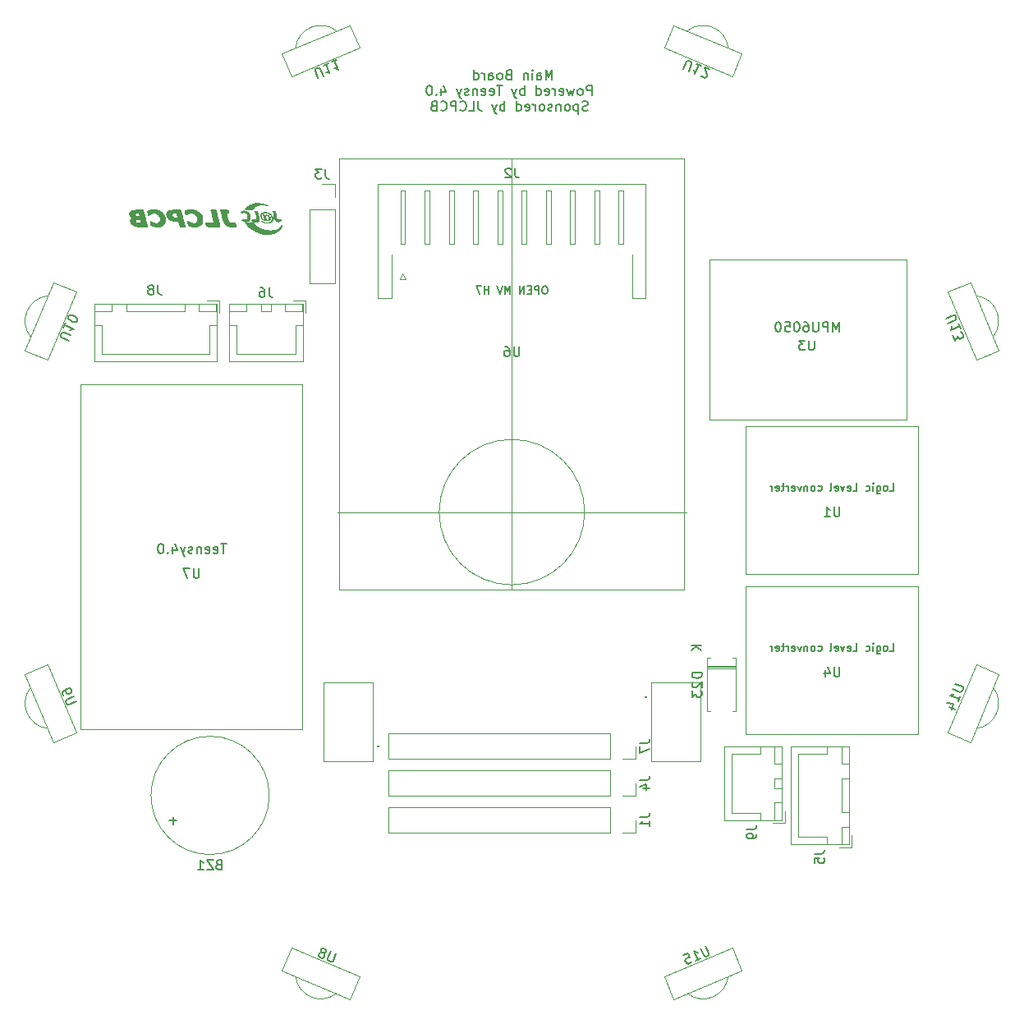
<source format=gbr>
%TF.GenerationSoftware,KiCad,Pcbnew,(6.0.5)*%
%TF.CreationDate,2022-10-16T22:52:23+09:00*%
%TF.ProjectId,main_board_Teensy,6d61696e-5f62-46f6-9172-645f5465656e,rev?*%
%TF.SameCoordinates,Original*%
%TF.FileFunction,Legend,Bot*%
%TF.FilePolarity,Positive*%
%FSLAX46Y46*%
G04 Gerber Fmt 4.6, Leading zero omitted, Abs format (unit mm)*
G04 Created by KiCad (PCBNEW (6.0.5)) date 2022-10-16 22:52:23*
%MOMM*%
%LPD*%
G01*
G04 APERTURE LIST*
%ADD10C,0.150000*%
%ADD11C,0.200000*%
%ADD12C,0.120000*%
%ADD13C,0.100000*%
%ADD14C,0.010000*%
G04 APERTURE END LIST*
D10*
X196423809Y-115931904D02*
X196804761Y-115931904D01*
X196804761Y-115131904D01*
X196042857Y-115931904D02*
X196119047Y-115893809D01*
X196157142Y-115855714D01*
X196195238Y-115779523D01*
X196195238Y-115550952D01*
X196157142Y-115474761D01*
X196119047Y-115436666D01*
X196042857Y-115398571D01*
X195928571Y-115398571D01*
X195852380Y-115436666D01*
X195814285Y-115474761D01*
X195776190Y-115550952D01*
X195776190Y-115779523D01*
X195814285Y-115855714D01*
X195852380Y-115893809D01*
X195928571Y-115931904D01*
X196042857Y-115931904D01*
X195090476Y-115398571D02*
X195090476Y-116046190D01*
X195128571Y-116122380D01*
X195166666Y-116160476D01*
X195242857Y-116198571D01*
X195357142Y-116198571D01*
X195433333Y-116160476D01*
X195090476Y-115893809D02*
X195166666Y-115931904D01*
X195319047Y-115931904D01*
X195395238Y-115893809D01*
X195433333Y-115855714D01*
X195471428Y-115779523D01*
X195471428Y-115550952D01*
X195433333Y-115474761D01*
X195395238Y-115436666D01*
X195319047Y-115398571D01*
X195166666Y-115398571D01*
X195090476Y-115436666D01*
X194709523Y-115931904D02*
X194709523Y-115398571D01*
X194709523Y-115131904D02*
X194747619Y-115170000D01*
X194709523Y-115208095D01*
X194671428Y-115170000D01*
X194709523Y-115131904D01*
X194709523Y-115208095D01*
X193985714Y-115893809D02*
X194061904Y-115931904D01*
X194214285Y-115931904D01*
X194290476Y-115893809D01*
X194328571Y-115855714D01*
X194366666Y-115779523D01*
X194366666Y-115550952D01*
X194328571Y-115474761D01*
X194290476Y-115436666D01*
X194214285Y-115398571D01*
X194061904Y-115398571D01*
X193985714Y-115436666D01*
X192652380Y-115931904D02*
X193033333Y-115931904D01*
X193033333Y-115131904D01*
X192080952Y-115893809D02*
X192157142Y-115931904D01*
X192309523Y-115931904D01*
X192385714Y-115893809D01*
X192423809Y-115817619D01*
X192423809Y-115512857D01*
X192385714Y-115436666D01*
X192309523Y-115398571D01*
X192157142Y-115398571D01*
X192080952Y-115436666D01*
X192042857Y-115512857D01*
X192042857Y-115589047D01*
X192423809Y-115665238D01*
X191776190Y-115398571D02*
X191585714Y-115931904D01*
X191395238Y-115398571D01*
X190785714Y-115893809D02*
X190861904Y-115931904D01*
X191014285Y-115931904D01*
X191090476Y-115893809D01*
X191128571Y-115817619D01*
X191128571Y-115512857D01*
X191090476Y-115436666D01*
X191014285Y-115398571D01*
X190861904Y-115398571D01*
X190785714Y-115436666D01*
X190747619Y-115512857D01*
X190747619Y-115589047D01*
X191128571Y-115665238D01*
X190290476Y-115931904D02*
X190366666Y-115893809D01*
X190404761Y-115817619D01*
X190404761Y-115131904D01*
X189033333Y-115893809D02*
X189109523Y-115931904D01*
X189261904Y-115931904D01*
X189338095Y-115893809D01*
X189376190Y-115855714D01*
X189414285Y-115779523D01*
X189414285Y-115550952D01*
X189376190Y-115474761D01*
X189338095Y-115436666D01*
X189261904Y-115398571D01*
X189109523Y-115398571D01*
X189033333Y-115436666D01*
X188576190Y-115931904D02*
X188652380Y-115893809D01*
X188690476Y-115855714D01*
X188728571Y-115779523D01*
X188728571Y-115550952D01*
X188690476Y-115474761D01*
X188652380Y-115436666D01*
X188576190Y-115398571D01*
X188461904Y-115398571D01*
X188385714Y-115436666D01*
X188347619Y-115474761D01*
X188309523Y-115550952D01*
X188309523Y-115779523D01*
X188347619Y-115855714D01*
X188385714Y-115893809D01*
X188461904Y-115931904D01*
X188576190Y-115931904D01*
X187966666Y-115398571D02*
X187966666Y-115931904D01*
X187966666Y-115474761D02*
X187928571Y-115436666D01*
X187852380Y-115398571D01*
X187738095Y-115398571D01*
X187661904Y-115436666D01*
X187623809Y-115512857D01*
X187623809Y-115931904D01*
X187319047Y-115398571D02*
X187128571Y-115931904D01*
X186938095Y-115398571D01*
X186328571Y-115893809D02*
X186404761Y-115931904D01*
X186557142Y-115931904D01*
X186633333Y-115893809D01*
X186671428Y-115817619D01*
X186671428Y-115512857D01*
X186633333Y-115436666D01*
X186557142Y-115398571D01*
X186404761Y-115398571D01*
X186328571Y-115436666D01*
X186290476Y-115512857D01*
X186290476Y-115589047D01*
X186671428Y-115665238D01*
X185947619Y-115931904D02*
X185947619Y-115398571D01*
X185947619Y-115550952D02*
X185909523Y-115474761D01*
X185871428Y-115436666D01*
X185795238Y-115398571D01*
X185719047Y-115398571D01*
X185566666Y-115398571D02*
X185261904Y-115398571D01*
X185452380Y-115131904D02*
X185452380Y-115817619D01*
X185414285Y-115893809D01*
X185338095Y-115931904D01*
X185261904Y-115931904D01*
X184690476Y-115893809D02*
X184766666Y-115931904D01*
X184919047Y-115931904D01*
X184995238Y-115893809D01*
X185033333Y-115817619D01*
X185033333Y-115512857D01*
X184995238Y-115436666D01*
X184919047Y-115398571D01*
X184766666Y-115398571D01*
X184690476Y-115436666D01*
X184652380Y-115512857D01*
X184652380Y-115589047D01*
X185033333Y-115665238D01*
X184309523Y-115931904D02*
X184309523Y-115398571D01*
X184309523Y-115550952D02*
X184271428Y-115474761D01*
X184233333Y-115436666D01*
X184157142Y-115398571D01*
X184080952Y-115398571D01*
X160946666Y-78301904D02*
X160794285Y-78301904D01*
X160718095Y-78340000D01*
X160641904Y-78416190D01*
X160603809Y-78568571D01*
X160603809Y-78835238D01*
X160641904Y-78987619D01*
X160718095Y-79063809D01*
X160794285Y-79101904D01*
X160946666Y-79101904D01*
X161022857Y-79063809D01*
X161099047Y-78987619D01*
X161137142Y-78835238D01*
X161137142Y-78568571D01*
X161099047Y-78416190D01*
X161022857Y-78340000D01*
X160946666Y-78301904D01*
X160260952Y-79101904D02*
X160260952Y-78301904D01*
X159956190Y-78301904D01*
X159880000Y-78340000D01*
X159841904Y-78378095D01*
X159803809Y-78454285D01*
X159803809Y-78568571D01*
X159841904Y-78644761D01*
X159880000Y-78682857D01*
X159956190Y-78720952D01*
X160260952Y-78720952D01*
X159460952Y-78682857D02*
X159194285Y-78682857D01*
X159080000Y-79101904D02*
X159460952Y-79101904D01*
X159460952Y-78301904D01*
X159080000Y-78301904D01*
X158737142Y-79101904D02*
X158737142Y-78301904D01*
X158280000Y-79101904D01*
X158280000Y-78301904D01*
X157289523Y-79101904D02*
X157289523Y-78301904D01*
X157022857Y-78873333D01*
X156756190Y-78301904D01*
X156756190Y-79101904D01*
X156489523Y-78301904D02*
X156222857Y-79101904D01*
X155956190Y-78301904D01*
X155080000Y-79101904D02*
X155080000Y-78301904D01*
X155080000Y-78682857D02*
X154622857Y-78682857D01*
X154622857Y-79101904D02*
X154622857Y-78301904D01*
X154318095Y-78301904D02*
X153784761Y-78301904D01*
X154127619Y-79101904D01*
X196423809Y-99421904D02*
X196804761Y-99421904D01*
X196804761Y-98621904D01*
X196042857Y-99421904D02*
X196119047Y-99383809D01*
X196157142Y-99345714D01*
X196195238Y-99269523D01*
X196195238Y-99040952D01*
X196157142Y-98964761D01*
X196119047Y-98926666D01*
X196042857Y-98888571D01*
X195928571Y-98888571D01*
X195852380Y-98926666D01*
X195814285Y-98964761D01*
X195776190Y-99040952D01*
X195776190Y-99269523D01*
X195814285Y-99345714D01*
X195852380Y-99383809D01*
X195928571Y-99421904D01*
X196042857Y-99421904D01*
X195090476Y-98888571D02*
X195090476Y-99536190D01*
X195128571Y-99612380D01*
X195166666Y-99650476D01*
X195242857Y-99688571D01*
X195357142Y-99688571D01*
X195433333Y-99650476D01*
X195090476Y-99383809D02*
X195166666Y-99421904D01*
X195319047Y-99421904D01*
X195395238Y-99383809D01*
X195433333Y-99345714D01*
X195471428Y-99269523D01*
X195471428Y-99040952D01*
X195433333Y-98964761D01*
X195395238Y-98926666D01*
X195319047Y-98888571D01*
X195166666Y-98888571D01*
X195090476Y-98926666D01*
X194709523Y-99421904D02*
X194709523Y-98888571D01*
X194709523Y-98621904D02*
X194747619Y-98660000D01*
X194709523Y-98698095D01*
X194671428Y-98660000D01*
X194709523Y-98621904D01*
X194709523Y-98698095D01*
X193985714Y-99383809D02*
X194061904Y-99421904D01*
X194214285Y-99421904D01*
X194290476Y-99383809D01*
X194328571Y-99345714D01*
X194366666Y-99269523D01*
X194366666Y-99040952D01*
X194328571Y-98964761D01*
X194290476Y-98926666D01*
X194214285Y-98888571D01*
X194061904Y-98888571D01*
X193985714Y-98926666D01*
X192652380Y-99421904D02*
X193033333Y-99421904D01*
X193033333Y-98621904D01*
X192080952Y-99383809D02*
X192157142Y-99421904D01*
X192309523Y-99421904D01*
X192385714Y-99383809D01*
X192423809Y-99307619D01*
X192423809Y-99002857D01*
X192385714Y-98926666D01*
X192309523Y-98888571D01*
X192157142Y-98888571D01*
X192080952Y-98926666D01*
X192042857Y-99002857D01*
X192042857Y-99079047D01*
X192423809Y-99155238D01*
X191776190Y-98888571D02*
X191585714Y-99421904D01*
X191395238Y-98888571D01*
X190785714Y-99383809D02*
X190861904Y-99421904D01*
X191014285Y-99421904D01*
X191090476Y-99383809D01*
X191128571Y-99307619D01*
X191128571Y-99002857D01*
X191090476Y-98926666D01*
X191014285Y-98888571D01*
X190861904Y-98888571D01*
X190785714Y-98926666D01*
X190747619Y-99002857D01*
X190747619Y-99079047D01*
X191128571Y-99155238D01*
X190290476Y-99421904D02*
X190366666Y-99383809D01*
X190404761Y-99307619D01*
X190404761Y-98621904D01*
X189033333Y-99383809D02*
X189109523Y-99421904D01*
X189261904Y-99421904D01*
X189338095Y-99383809D01*
X189376190Y-99345714D01*
X189414285Y-99269523D01*
X189414285Y-99040952D01*
X189376190Y-98964761D01*
X189338095Y-98926666D01*
X189261904Y-98888571D01*
X189109523Y-98888571D01*
X189033333Y-98926666D01*
X188576190Y-99421904D02*
X188652380Y-99383809D01*
X188690476Y-99345714D01*
X188728571Y-99269523D01*
X188728571Y-99040952D01*
X188690476Y-98964761D01*
X188652380Y-98926666D01*
X188576190Y-98888571D01*
X188461904Y-98888571D01*
X188385714Y-98926666D01*
X188347619Y-98964761D01*
X188309523Y-99040952D01*
X188309523Y-99269523D01*
X188347619Y-99345714D01*
X188385714Y-99383809D01*
X188461904Y-99421904D01*
X188576190Y-99421904D01*
X187966666Y-98888571D02*
X187966666Y-99421904D01*
X187966666Y-98964761D02*
X187928571Y-98926666D01*
X187852380Y-98888571D01*
X187738095Y-98888571D01*
X187661904Y-98926666D01*
X187623809Y-99002857D01*
X187623809Y-99421904D01*
X187319047Y-98888571D02*
X187128571Y-99421904D01*
X186938095Y-98888571D01*
X186328571Y-99383809D02*
X186404761Y-99421904D01*
X186557142Y-99421904D01*
X186633333Y-99383809D01*
X186671428Y-99307619D01*
X186671428Y-99002857D01*
X186633333Y-98926666D01*
X186557142Y-98888571D01*
X186404761Y-98888571D01*
X186328571Y-98926666D01*
X186290476Y-99002857D01*
X186290476Y-99079047D01*
X186671428Y-99155238D01*
X185947619Y-99421904D02*
X185947619Y-98888571D01*
X185947619Y-99040952D02*
X185909523Y-98964761D01*
X185871428Y-98926666D01*
X185795238Y-98888571D01*
X185719047Y-98888571D01*
X185566666Y-98888571D02*
X185261904Y-98888571D01*
X185452380Y-98621904D02*
X185452380Y-99307619D01*
X185414285Y-99383809D01*
X185338095Y-99421904D01*
X185261904Y-99421904D01*
X184690476Y-99383809D02*
X184766666Y-99421904D01*
X184919047Y-99421904D01*
X184995238Y-99383809D01*
X185033333Y-99307619D01*
X185033333Y-99002857D01*
X184995238Y-98926666D01*
X184919047Y-98888571D01*
X184766666Y-98888571D01*
X184690476Y-98926666D01*
X184652380Y-99002857D01*
X184652380Y-99079047D01*
X185033333Y-99155238D01*
X184309523Y-99421904D02*
X184309523Y-98888571D01*
X184309523Y-99040952D02*
X184271428Y-98964761D01*
X184233333Y-98926666D01*
X184157142Y-98888571D01*
X184080952Y-98888571D01*
D11*
X161630761Y-57008380D02*
X161630761Y-56008380D01*
X161297428Y-56722666D01*
X160964095Y-56008380D01*
X160964095Y-57008380D01*
X160059333Y-57008380D02*
X160059333Y-56484571D01*
X160106952Y-56389333D01*
X160202190Y-56341714D01*
X160392666Y-56341714D01*
X160487904Y-56389333D01*
X160059333Y-56960761D02*
X160154571Y-57008380D01*
X160392666Y-57008380D01*
X160487904Y-56960761D01*
X160535523Y-56865523D01*
X160535523Y-56770285D01*
X160487904Y-56675047D01*
X160392666Y-56627428D01*
X160154571Y-56627428D01*
X160059333Y-56579809D01*
X159583142Y-57008380D02*
X159583142Y-56341714D01*
X159583142Y-56008380D02*
X159630761Y-56056000D01*
X159583142Y-56103619D01*
X159535523Y-56056000D01*
X159583142Y-56008380D01*
X159583142Y-56103619D01*
X159106952Y-56341714D02*
X159106952Y-57008380D01*
X159106952Y-56436952D02*
X159059333Y-56389333D01*
X158964095Y-56341714D01*
X158821238Y-56341714D01*
X158726000Y-56389333D01*
X158678380Y-56484571D01*
X158678380Y-57008380D01*
X157106952Y-56484571D02*
X156964095Y-56532190D01*
X156916476Y-56579809D01*
X156868857Y-56675047D01*
X156868857Y-56817904D01*
X156916476Y-56913142D01*
X156964095Y-56960761D01*
X157059333Y-57008380D01*
X157440285Y-57008380D01*
X157440285Y-56008380D01*
X157106952Y-56008380D01*
X157011714Y-56056000D01*
X156964095Y-56103619D01*
X156916476Y-56198857D01*
X156916476Y-56294095D01*
X156964095Y-56389333D01*
X157011714Y-56436952D01*
X157106952Y-56484571D01*
X157440285Y-56484571D01*
X156297428Y-57008380D02*
X156392666Y-56960761D01*
X156440285Y-56913142D01*
X156487904Y-56817904D01*
X156487904Y-56532190D01*
X156440285Y-56436952D01*
X156392666Y-56389333D01*
X156297428Y-56341714D01*
X156154571Y-56341714D01*
X156059333Y-56389333D01*
X156011714Y-56436952D01*
X155964095Y-56532190D01*
X155964095Y-56817904D01*
X156011714Y-56913142D01*
X156059333Y-56960761D01*
X156154571Y-57008380D01*
X156297428Y-57008380D01*
X155106952Y-57008380D02*
X155106952Y-56484571D01*
X155154571Y-56389333D01*
X155249809Y-56341714D01*
X155440285Y-56341714D01*
X155535523Y-56389333D01*
X155106952Y-56960761D02*
X155202190Y-57008380D01*
X155440285Y-57008380D01*
X155535523Y-56960761D01*
X155583142Y-56865523D01*
X155583142Y-56770285D01*
X155535523Y-56675047D01*
X155440285Y-56627428D01*
X155202190Y-56627428D01*
X155106952Y-56579809D01*
X154630761Y-57008380D02*
X154630761Y-56341714D01*
X154630761Y-56532190D02*
X154583142Y-56436952D01*
X154535523Y-56389333D01*
X154440285Y-56341714D01*
X154345047Y-56341714D01*
X153583142Y-57008380D02*
X153583142Y-56008380D01*
X153583142Y-56960761D02*
X153678380Y-57008380D01*
X153868857Y-57008380D01*
X153964095Y-56960761D01*
X154011714Y-56913142D01*
X154059333Y-56817904D01*
X154059333Y-56532190D01*
X154011714Y-56436952D01*
X153964095Y-56389333D01*
X153868857Y-56341714D01*
X153678380Y-56341714D01*
X153583142Y-56389333D01*
X165726000Y-58618380D02*
X165726000Y-57618380D01*
X165345047Y-57618380D01*
X165249809Y-57666000D01*
X165202190Y-57713619D01*
X165154571Y-57808857D01*
X165154571Y-57951714D01*
X165202190Y-58046952D01*
X165249809Y-58094571D01*
X165345047Y-58142190D01*
X165726000Y-58142190D01*
X164583142Y-58618380D02*
X164678380Y-58570761D01*
X164726000Y-58523142D01*
X164773619Y-58427904D01*
X164773619Y-58142190D01*
X164726000Y-58046952D01*
X164678380Y-57999333D01*
X164583142Y-57951714D01*
X164440285Y-57951714D01*
X164345047Y-57999333D01*
X164297428Y-58046952D01*
X164249809Y-58142190D01*
X164249809Y-58427904D01*
X164297428Y-58523142D01*
X164345047Y-58570761D01*
X164440285Y-58618380D01*
X164583142Y-58618380D01*
X163916476Y-57951714D02*
X163726000Y-58618380D01*
X163535523Y-58142190D01*
X163345047Y-58618380D01*
X163154571Y-57951714D01*
X162392666Y-58570761D02*
X162487904Y-58618380D01*
X162678380Y-58618380D01*
X162773619Y-58570761D01*
X162821238Y-58475523D01*
X162821238Y-58094571D01*
X162773619Y-57999333D01*
X162678380Y-57951714D01*
X162487904Y-57951714D01*
X162392666Y-57999333D01*
X162345047Y-58094571D01*
X162345047Y-58189809D01*
X162821238Y-58285047D01*
X161916476Y-58618380D02*
X161916476Y-57951714D01*
X161916476Y-58142190D02*
X161868857Y-58046952D01*
X161821238Y-57999333D01*
X161726000Y-57951714D01*
X161630761Y-57951714D01*
X160916476Y-58570761D02*
X161011714Y-58618380D01*
X161202190Y-58618380D01*
X161297428Y-58570761D01*
X161345047Y-58475523D01*
X161345047Y-58094571D01*
X161297428Y-57999333D01*
X161202190Y-57951714D01*
X161011714Y-57951714D01*
X160916476Y-57999333D01*
X160868857Y-58094571D01*
X160868857Y-58189809D01*
X161345047Y-58285047D01*
X160011714Y-58618380D02*
X160011714Y-57618380D01*
X160011714Y-58570761D02*
X160106952Y-58618380D01*
X160297428Y-58618380D01*
X160392666Y-58570761D01*
X160440285Y-58523142D01*
X160487904Y-58427904D01*
X160487904Y-58142190D01*
X160440285Y-58046952D01*
X160392666Y-57999333D01*
X160297428Y-57951714D01*
X160106952Y-57951714D01*
X160011714Y-57999333D01*
X158773619Y-58618380D02*
X158773619Y-57618380D01*
X158773619Y-57999333D02*
X158678380Y-57951714D01*
X158487904Y-57951714D01*
X158392666Y-57999333D01*
X158345047Y-58046952D01*
X158297428Y-58142190D01*
X158297428Y-58427904D01*
X158345047Y-58523142D01*
X158392666Y-58570761D01*
X158487904Y-58618380D01*
X158678380Y-58618380D01*
X158773619Y-58570761D01*
X157964095Y-57951714D02*
X157726000Y-58618380D01*
X157487904Y-57951714D02*
X157726000Y-58618380D01*
X157821238Y-58856476D01*
X157868857Y-58904095D01*
X157964095Y-58951714D01*
X156487904Y-57618380D02*
X155916476Y-57618380D01*
X156202190Y-58618380D02*
X156202190Y-57618380D01*
X155202190Y-58570761D02*
X155297428Y-58618380D01*
X155487904Y-58618380D01*
X155583142Y-58570761D01*
X155630761Y-58475523D01*
X155630761Y-58094571D01*
X155583142Y-57999333D01*
X155487904Y-57951714D01*
X155297428Y-57951714D01*
X155202190Y-57999333D01*
X155154571Y-58094571D01*
X155154571Y-58189809D01*
X155630761Y-58285047D01*
X154345047Y-58570761D02*
X154440285Y-58618380D01*
X154630761Y-58618380D01*
X154726000Y-58570761D01*
X154773619Y-58475523D01*
X154773619Y-58094571D01*
X154726000Y-57999333D01*
X154630761Y-57951714D01*
X154440285Y-57951714D01*
X154345047Y-57999333D01*
X154297428Y-58094571D01*
X154297428Y-58189809D01*
X154773619Y-58285047D01*
X153868857Y-57951714D02*
X153868857Y-58618380D01*
X153868857Y-58046952D02*
X153821238Y-57999333D01*
X153726000Y-57951714D01*
X153583142Y-57951714D01*
X153487904Y-57999333D01*
X153440285Y-58094571D01*
X153440285Y-58618380D01*
X153011714Y-58570761D02*
X152916476Y-58618380D01*
X152726000Y-58618380D01*
X152630761Y-58570761D01*
X152583142Y-58475523D01*
X152583142Y-58427904D01*
X152630761Y-58332666D01*
X152726000Y-58285047D01*
X152868857Y-58285047D01*
X152964095Y-58237428D01*
X153011714Y-58142190D01*
X153011714Y-58094571D01*
X152964095Y-57999333D01*
X152868857Y-57951714D01*
X152726000Y-57951714D01*
X152630761Y-57999333D01*
X152249809Y-57951714D02*
X152011714Y-58618380D01*
X151773619Y-57951714D02*
X152011714Y-58618380D01*
X152106952Y-58856476D01*
X152154571Y-58904095D01*
X152249809Y-58951714D01*
X150202190Y-57951714D02*
X150202190Y-58618380D01*
X150440285Y-57570761D02*
X150678380Y-58285047D01*
X150059333Y-58285047D01*
X149678380Y-58523142D02*
X149630761Y-58570761D01*
X149678380Y-58618380D01*
X149726000Y-58570761D01*
X149678380Y-58523142D01*
X149678380Y-58618380D01*
X149011714Y-57618380D02*
X148916476Y-57618380D01*
X148821238Y-57666000D01*
X148773619Y-57713619D01*
X148726000Y-57808857D01*
X148678380Y-57999333D01*
X148678380Y-58237428D01*
X148726000Y-58427904D01*
X148773619Y-58523142D01*
X148821238Y-58570761D01*
X148916476Y-58618380D01*
X149011714Y-58618380D01*
X149106952Y-58570761D01*
X149154571Y-58523142D01*
X149202190Y-58427904D01*
X149249809Y-58237428D01*
X149249809Y-57999333D01*
X149202190Y-57808857D01*
X149154571Y-57713619D01*
X149106952Y-57666000D01*
X149011714Y-57618380D01*
X165297428Y-60180761D02*
X165154571Y-60228380D01*
X164916476Y-60228380D01*
X164821238Y-60180761D01*
X164773619Y-60133142D01*
X164726000Y-60037904D01*
X164726000Y-59942666D01*
X164773619Y-59847428D01*
X164821238Y-59799809D01*
X164916476Y-59752190D01*
X165106952Y-59704571D01*
X165202190Y-59656952D01*
X165249809Y-59609333D01*
X165297428Y-59514095D01*
X165297428Y-59418857D01*
X165249809Y-59323619D01*
X165202190Y-59276000D01*
X165106952Y-59228380D01*
X164868857Y-59228380D01*
X164726000Y-59276000D01*
X164297428Y-59561714D02*
X164297428Y-60561714D01*
X164297428Y-59609333D02*
X164202190Y-59561714D01*
X164011714Y-59561714D01*
X163916476Y-59609333D01*
X163868857Y-59656952D01*
X163821238Y-59752190D01*
X163821238Y-60037904D01*
X163868857Y-60133142D01*
X163916476Y-60180761D01*
X164011714Y-60228380D01*
X164202190Y-60228380D01*
X164297428Y-60180761D01*
X163249809Y-60228380D02*
X163345047Y-60180761D01*
X163392666Y-60133142D01*
X163440285Y-60037904D01*
X163440285Y-59752190D01*
X163392666Y-59656952D01*
X163345047Y-59609333D01*
X163249809Y-59561714D01*
X163106952Y-59561714D01*
X163011714Y-59609333D01*
X162964095Y-59656952D01*
X162916476Y-59752190D01*
X162916476Y-60037904D01*
X162964095Y-60133142D01*
X163011714Y-60180761D01*
X163106952Y-60228380D01*
X163249809Y-60228380D01*
X162487904Y-59561714D02*
X162487904Y-60228380D01*
X162487904Y-59656952D02*
X162440285Y-59609333D01*
X162345047Y-59561714D01*
X162202190Y-59561714D01*
X162106952Y-59609333D01*
X162059333Y-59704571D01*
X162059333Y-60228380D01*
X161630761Y-60180761D02*
X161535523Y-60228380D01*
X161345047Y-60228380D01*
X161249809Y-60180761D01*
X161202190Y-60085523D01*
X161202190Y-60037904D01*
X161249809Y-59942666D01*
X161345047Y-59895047D01*
X161487904Y-59895047D01*
X161583142Y-59847428D01*
X161630761Y-59752190D01*
X161630761Y-59704571D01*
X161583142Y-59609333D01*
X161487904Y-59561714D01*
X161345047Y-59561714D01*
X161249809Y-59609333D01*
X160630761Y-60228380D02*
X160726000Y-60180761D01*
X160773619Y-60133142D01*
X160821238Y-60037904D01*
X160821238Y-59752190D01*
X160773619Y-59656952D01*
X160726000Y-59609333D01*
X160630761Y-59561714D01*
X160487904Y-59561714D01*
X160392666Y-59609333D01*
X160345047Y-59656952D01*
X160297428Y-59752190D01*
X160297428Y-60037904D01*
X160345047Y-60133142D01*
X160392666Y-60180761D01*
X160487904Y-60228380D01*
X160630761Y-60228380D01*
X159868857Y-60228380D02*
X159868857Y-59561714D01*
X159868857Y-59752190D02*
X159821238Y-59656952D01*
X159773619Y-59609333D01*
X159678380Y-59561714D01*
X159583142Y-59561714D01*
X158868857Y-60180761D02*
X158964095Y-60228380D01*
X159154571Y-60228380D01*
X159249809Y-60180761D01*
X159297428Y-60085523D01*
X159297428Y-59704571D01*
X159249809Y-59609333D01*
X159154571Y-59561714D01*
X158964095Y-59561714D01*
X158868857Y-59609333D01*
X158821238Y-59704571D01*
X158821238Y-59799809D01*
X159297428Y-59895047D01*
X157964095Y-60228380D02*
X157964095Y-59228380D01*
X157964095Y-60180761D02*
X158059333Y-60228380D01*
X158249809Y-60228380D01*
X158345047Y-60180761D01*
X158392666Y-60133142D01*
X158440285Y-60037904D01*
X158440285Y-59752190D01*
X158392666Y-59656952D01*
X158345047Y-59609333D01*
X158249809Y-59561714D01*
X158059333Y-59561714D01*
X157964095Y-59609333D01*
X156726000Y-60228380D02*
X156726000Y-59228380D01*
X156726000Y-59609333D02*
X156630761Y-59561714D01*
X156440285Y-59561714D01*
X156345047Y-59609333D01*
X156297428Y-59656952D01*
X156249809Y-59752190D01*
X156249809Y-60037904D01*
X156297428Y-60133142D01*
X156345047Y-60180761D01*
X156440285Y-60228380D01*
X156630761Y-60228380D01*
X156726000Y-60180761D01*
X155916476Y-59561714D02*
X155678380Y-60228380D01*
X155440285Y-59561714D02*
X155678380Y-60228380D01*
X155773619Y-60466476D01*
X155821238Y-60514095D01*
X155916476Y-60561714D01*
X154011714Y-59228380D02*
X154011714Y-59942666D01*
X154059333Y-60085523D01*
X154154571Y-60180761D01*
X154297428Y-60228380D01*
X154392666Y-60228380D01*
X153059333Y-60228380D02*
X153535523Y-60228380D01*
X153535523Y-59228380D01*
X152154571Y-60133142D02*
X152202190Y-60180761D01*
X152345047Y-60228380D01*
X152440285Y-60228380D01*
X152583142Y-60180761D01*
X152678380Y-60085523D01*
X152726000Y-59990285D01*
X152773619Y-59799809D01*
X152773619Y-59656952D01*
X152726000Y-59466476D01*
X152678380Y-59371238D01*
X152583142Y-59276000D01*
X152440285Y-59228380D01*
X152345047Y-59228380D01*
X152202190Y-59276000D01*
X152154571Y-59323619D01*
X151726000Y-60228380D02*
X151726000Y-59228380D01*
X151345047Y-59228380D01*
X151249809Y-59276000D01*
X151202190Y-59323619D01*
X151154571Y-59418857D01*
X151154571Y-59561714D01*
X151202190Y-59656952D01*
X151249809Y-59704571D01*
X151345047Y-59752190D01*
X151726000Y-59752190D01*
X150154571Y-60133142D02*
X150202190Y-60180761D01*
X150345047Y-60228380D01*
X150440285Y-60228380D01*
X150583142Y-60180761D01*
X150678380Y-60085523D01*
X150726000Y-59990285D01*
X150773619Y-59799809D01*
X150773619Y-59656952D01*
X150726000Y-59466476D01*
X150678380Y-59371238D01*
X150583142Y-59276000D01*
X150440285Y-59228380D01*
X150345047Y-59228380D01*
X150202190Y-59276000D01*
X150154571Y-59323619D01*
X149392666Y-59704571D02*
X149249809Y-59752190D01*
X149202190Y-59799809D01*
X149154571Y-59895047D01*
X149154571Y-60037904D01*
X149202190Y-60133142D01*
X149249809Y-60180761D01*
X149345047Y-60228380D01*
X149726000Y-60228380D01*
X149726000Y-59228380D01*
X149392666Y-59228380D01*
X149297428Y-59276000D01*
X149249809Y-59323619D01*
X149202190Y-59418857D01*
X149202190Y-59514095D01*
X149249809Y-59609333D01*
X149297428Y-59656952D01*
X149392666Y-59704571D01*
X149726000Y-59704571D01*
D10*
%TO.C,U15*%
X177464286Y-146340267D02*
X177774077Y-147088169D01*
X177766529Y-147194381D01*
X177740757Y-147256598D01*
X177670992Y-147337039D01*
X177495015Y-147409931D01*
X177388803Y-147402382D01*
X177326586Y-147376611D01*
X177246146Y-147306846D01*
X176936354Y-146558943D01*
X176395158Y-147865506D02*
X176923090Y-147646830D01*
X176659124Y-147756168D02*
X176276440Y-146832288D01*
X176419098Y-146927825D01*
X176543533Y-146979368D01*
X176649744Y-146986916D01*
X175176584Y-147287864D02*
X175616527Y-147105634D01*
X175842751Y-147527353D01*
X175780534Y-147501582D01*
X175674322Y-147494034D01*
X175454351Y-147585149D01*
X175384585Y-147665589D01*
X175358814Y-147727807D01*
X175351266Y-147834018D01*
X175442381Y-148053990D01*
X175522821Y-148123755D01*
X175585039Y-148149526D01*
X175691250Y-148157074D01*
X175911221Y-148065959D01*
X175980987Y-147985519D01*
X176006758Y-147923302D01*
%TO.C,D23*%
X177052380Y-118165714D02*
X176052380Y-118165714D01*
X176052380Y-118403809D01*
X176100000Y-118546666D01*
X176195238Y-118641904D01*
X176290476Y-118689523D01*
X176480952Y-118737142D01*
X176623809Y-118737142D01*
X176814285Y-118689523D01*
X176909523Y-118641904D01*
X177004761Y-118546666D01*
X177052380Y-118403809D01*
X177052380Y-118165714D01*
X176147619Y-119118095D02*
X176100000Y-119165714D01*
X176052380Y-119260952D01*
X176052380Y-119499047D01*
X176100000Y-119594285D01*
X176147619Y-119641904D01*
X176242857Y-119689523D01*
X176338095Y-119689523D01*
X176480952Y-119641904D01*
X177052380Y-119070476D01*
X177052380Y-119689523D01*
X176052380Y-120022857D02*
X176052380Y-120641904D01*
X176433333Y-120308571D01*
X176433333Y-120451428D01*
X176480952Y-120546666D01*
X176528571Y-120594285D01*
X176623809Y-120641904D01*
X176861904Y-120641904D01*
X176957142Y-120594285D01*
X177004761Y-120546666D01*
X177052380Y-120451428D01*
X177052380Y-120165714D01*
X177004761Y-120070476D01*
X176957142Y-120022857D01*
X176982380Y-115308095D02*
X175982380Y-115308095D01*
X176982380Y-115879523D02*
X176410952Y-115450952D01*
X175982380Y-115879523D02*
X176553809Y-115308095D01*
%TO.C,BZ1*%
X127245952Y-137938571D02*
X127103095Y-137986190D01*
X127055476Y-138033809D01*
X127007857Y-138129047D01*
X127007857Y-138271904D01*
X127055476Y-138367142D01*
X127103095Y-138414761D01*
X127198333Y-138462380D01*
X127579285Y-138462380D01*
X127579285Y-137462380D01*
X127245952Y-137462380D01*
X127150714Y-137510000D01*
X127103095Y-137557619D01*
X127055476Y-137652857D01*
X127055476Y-137748095D01*
X127103095Y-137843333D01*
X127150714Y-137890952D01*
X127245952Y-137938571D01*
X127579285Y-137938571D01*
X126674523Y-137462380D02*
X126007857Y-137462380D01*
X126674523Y-138462380D01*
X126007857Y-138462380D01*
X125103095Y-138462380D02*
X125674523Y-138462380D01*
X125388809Y-138462380D02*
X125388809Y-137462380D01*
X125484047Y-137605238D01*
X125579285Y-137700476D01*
X125674523Y-137748095D01*
X122935952Y-133421428D02*
X122174047Y-133421428D01*
X122555000Y-133802380D02*
X122555000Y-133040476D01*
%TO.C,U10*%
X111792136Y-83903415D02*
X111044234Y-83593624D01*
X110974468Y-83513183D01*
X110948697Y-83450966D01*
X110941149Y-83344755D01*
X111014041Y-83168778D01*
X111094481Y-83099012D01*
X111156698Y-83073241D01*
X111262910Y-83065693D01*
X112010812Y-83375484D01*
X111469616Y-82068921D02*
X111250940Y-82596852D01*
X111360278Y-82332887D02*
X112284158Y-82715570D01*
X112115729Y-82748889D01*
X111991294Y-82800432D01*
X111910854Y-82870197D01*
X112630395Y-81879679D02*
X112666841Y-81791690D01*
X112659293Y-81685479D01*
X112633522Y-81623262D01*
X112563756Y-81542821D01*
X112406002Y-81425935D01*
X112186031Y-81334820D01*
X111991831Y-81305922D01*
X111885619Y-81313470D01*
X111823402Y-81339242D01*
X111742961Y-81409007D01*
X111706515Y-81496996D01*
X111714064Y-81603207D01*
X111739835Y-81665424D01*
X111809600Y-81745865D01*
X111967354Y-81862751D01*
X112187326Y-81953866D01*
X112381526Y-81982764D01*
X112487737Y-81975216D01*
X112549955Y-81949444D01*
X112630395Y-81879679D01*
%TO.C,J1*%
X170692380Y-133016666D02*
X171406666Y-133016666D01*
X171549523Y-132969047D01*
X171644761Y-132873809D01*
X171692380Y-132730952D01*
X171692380Y-132635714D01*
X171692380Y-134016666D02*
X171692380Y-133445238D01*
X171692380Y-133730952D02*
X170692380Y-133730952D01*
X170835238Y-133635714D01*
X170930476Y-133540476D01*
X170978095Y-133445238D01*
%TO.C,U9*%
X112557502Y-121144343D02*
X111809599Y-121454134D01*
X111703388Y-121446586D01*
X111641171Y-121420815D01*
X111560730Y-121351049D01*
X111487838Y-121175072D01*
X111495386Y-121068861D01*
X111521158Y-121006643D01*
X111590923Y-120926203D01*
X112338826Y-120616412D01*
X111214493Y-120515158D02*
X111141601Y-120339181D01*
X111149149Y-120232970D01*
X111174920Y-120170752D01*
X111270457Y-120028095D01*
X111428211Y-119911209D01*
X111780165Y-119765424D01*
X111886377Y-119772973D01*
X111948594Y-119798744D01*
X112029034Y-119868509D01*
X112101926Y-120044486D01*
X112094378Y-120150698D01*
X112068607Y-120212915D01*
X111998841Y-120293356D01*
X111778870Y-120384471D01*
X111672659Y-120376922D01*
X111610441Y-120351151D01*
X111530001Y-120281386D01*
X111457109Y-120105409D01*
X111464657Y-119999197D01*
X111490428Y-119936980D01*
X111560194Y-119856539D01*
%TO.C,U13*%
X202220267Y-81615713D02*
X202968169Y-81305922D01*
X203074381Y-81313470D01*
X203136598Y-81339242D01*
X203217039Y-81409007D01*
X203289931Y-81584984D01*
X203282382Y-81691196D01*
X203256611Y-81753413D01*
X203186846Y-81833853D01*
X202438943Y-82143645D01*
X203745506Y-82684841D02*
X203526830Y-82156909D01*
X203636168Y-82420875D02*
X202712288Y-82803559D01*
X202807825Y-82660901D01*
X202859368Y-82536466D01*
X202866916Y-82430255D01*
X202949188Y-83375484D02*
X203186087Y-83947409D01*
X203410480Y-83493665D01*
X203465149Y-83625648D01*
X203545589Y-83695414D01*
X203607807Y-83721185D01*
X203714018Y-83728733D01*
X203933990Y-83637618D01*
X204003755Y-83557178D01*
X204029526Y-83494960D01*
X204037074Y-83388749D01*
X203927736Y-83124783D01*
X203847296Y-83055018D01*
X203785079Y-83029247D01*
%TO.C,U7*%
X125221904Y-107402380D02*
X125221904Y-108211904D01*
X125174285Y-108307142D01*
X125126666Y-108354761D01*
X125031428Y-108402380D01*
X124840952Y-108402380D01*
X124745714Y-108354761D01*
X124698095Y-108307142D01*
X124650476Y-108211904D01*
X124650476Y-107402380D01*
X124269523Y-107402380D02*
X123602857Y-107402380D01*
X124031428Y-108402380D01*
X128031428Y-104862380D02*
X127460000Y-104862380D01*
X127745714Y-105862380D02*
X127745714Y-104862380D01*
X126745714Y-105814761D02*
X126840952Y-105862380D01*
X127031428Y-105862380D01*
X127126666Y-105814761D01*
X127174285Y-105719523D01*
X127174285Y-105338571D01*
X127126666Y-105243333D01*
X127031428Y-105195714D01*
X126840952Y-105195714D01*
X126745714Y-105243333D01*
X126698095Y-105338571D01*
X126698095Y-105433809D01*
X127174285Y-105529047D01*
X125888571Y-105814761D02*
X125983809Y-105862380D01*
X126174285Y-105862380D01*
X126269523Y-105814761D01*
X126317142Y-105719523D01*
X126317142Y-105338571D01*
X126269523Y-105243333D01*
X126174285Y-105195714D01*
X125983809Y-105195714D01*
X125888571Y-105243333D01*
X125840952Y-105338571D01*
X125840952Y-105433809D01*
X126317142Y-105529047D01*
X125412380Y-105195714D02*
X125412380Y-105862380D01*
X125412380Y-105290952D02*
X125364761Y-105243333D01*
X125269523Y-105195714D01*
X125126666Y-105195714D01*
X125031428Y-105243333D01*
X124983809Y-105338571D01*
X124983809Y-105862380D01*
X124555238Y-105814761D02*
X124460000Y-105862380D01*
X124269523Y-105862380D01*
X124174285Y-105814761D01*
X124126666Y-105719523D01*
X124126666Y-105671904D01*
X124174285Y-105576666D01*
X124269523Y-105529047D01*
X124412380Y-105529047D01*
X124507619Y-105481428D01*
X124555238Y-105386190D01*
X124555238Y-105338571D01*
X124507619Y-105243333D01*
X124412380Y-105195714D01*
X124269523Y-105195714D01*
X124174285Y-105243333D01*
X123793333Y-105195714D02*
X123555238Y-105862380D01*
X123317142Y-105195714D02*
X123555238Y-105862380D01*
X123650476Y-106100476D01*
X123698095Y-106148095D01*
X123793333Y-106195714D01*
X122507619Y-105195714D02*
X122507619Y-105862380D01*
X122745714Y-104814761D02*
X122983809Y-105529047D01*
X122364761Y-105529047D01*
X121983809Y-105767142D02*
X121936190Y-105814761D01*
X121983809Y-105862380D01*
X122031428Y-105814761D01*
X121983809Y-105767142D01*
X121983809Y-105862380D01*
X121317142Y-104862380D02*
X121221904Y-104862380D01*
X121126666Y-104910000D01*
X121079047Y-104957619D01*
X121031428Y-105052857D01*
X120983809Y-105243333D01*
X120983809Y-105481428D01*
X121031428Y-105671904D01*
X121079047Y-105767142D01*
X121126666Y-105814761D01*
X121221904Y-105862380D01*
X121317142Y-105862380D01*
X121412380Y-105814761D01*
X121460000Y-105767142D01*
X121507619Y-105671904D01*
X121555238Y-105481428D01*
X121555238Y-105243333D01*
X121507619Y-105052857D01*
X121460000Y-104957619D01*
X121412380Y-104910000D01*
X121317142Y-104862380D01*
%TO.C,U12*%
X175176584Y-55912135D02*
X175486375Y-55164233D01*
X175566816Y-55094467D01*
X175629033Y-55068696D01*
X175735244Y-55061148D01*
X175911221Y-55134040D01*
X175980987Y-55214480D01*
X176006758Y-55276697D01*
X176014306Y-55382909D01*
X175704515Y-56130811D01*
X177011078Y-55589615D02*
X176483147Y-55370939D01*
X176747112Y-55480277D02*
X176364429Y-56404157D01*
X176331110Y-56235728D01*
X176279567Y-56111293D01*
X176209802Y-56030853D01*
X177016795Y-56571290D02*
X177042566Y-56633508D01*
X177112332Y-56713948D01*
X177332303Y-56805063D01*
X177438514Y-56797515D01*
X177500732Y-56771744D01*
X177581172Y-56701978D01*
X177617618Y-56613990D01*
X177628293Y-56463784D01*
X177319038Y-55717176D01*
X177890963Y-55954076D01*
%TO.C,J8*%
X120983333Y-78192380D02*
X120983333Y-78906666D01*
X121030952Y-79049523D01*
X121126190Y-79144761D01*
X121269047Y-79192380D01*
X121364285Y-79192380D01*
X120364285Y-78620952D02*
X120459523Y-78573333D01*
X120507142Y-78525714D01*
X120554761Y-78430476D01*
X120554761Y-78382857D01*
X120507142Y-78287619D01*
X120459523Y-78240000D01*
X120364285Y-78192380D01*
X120173809Y-78192380D01*
X120078571Y-78240000D01*
X120030952Y-78287619D01*
X119983333Y-78382857D01*
X119983333Y-78430476D01*
X120030952Y-78525714D01*
X120078571Y-78573333D01*
X120173809Y-78620952D01*
X120364285Y-78620952D01*
X120459523Y-78668571D01*
X120507142Y-78716190D01*
X120554761Y-78811428D01*
X120554761Y-79001904D01*
X120507142Y-79097142D01*
X120459523Y-79144761D01*
X120364285Y-79192380D01*
X120173809Y-79192380D01*
X120078571Y-79144761D01*
X120030952Y-79097142D01*
X119983333Y-79001904D01*
X119983333Y-78811428D01*
X120030952Y-78716190D01*
X120078571Y-78668571D01*
X120173809Y-78620952D01*
%TO.C,J6*%
X132433333Y-78452380D02*
X132433333Y-79166666D01*
X132480952Y-79309523D01*
X132576190Y-79404761D01*
X132719047Y-79452380D01*
X132814285Y-79452380D01*
X131528571Y-78452380D02*
X131719047Y-78452380D01*
X131814285Y-78500000D01*
X131861904Y-78547619D01*
X131957142Y-78690476D01*
X132004761Y-78880952D01*
X132004761Y-79261904D01*
X131957142Y-79357142D01*
X131909523Y-79404761D01*
X131814285Y-79452380D01*
X131623809Y-79452380D01*
X131528571Y-79404761D01*
X131480952Y-79357142D01*
X131433333Y-79261904D01*
X131433333Y-79023809D01*
X131480952Y-78928571D01*
X131528571Y-78880952D01*
X131623809Y-78833333D01*
X131814285Y-78833333D01*
X131909523Y-78880952D01*
X131957142Y-78928571D01*
X132004761Y-79023809D01*
%TO.C,U14*%
X203167864Y-119296584D02*
X203915766Y-119606375D01*
X203985532Y-119686816D01*
X204011303Y-119749033D01*
X204018851Y-119855244D01*
X203945959Y-120031221D01*
X203865519Y-120100987D01*
X203803302Y-120126758D01*
X203697090Y-120134306D01*
X202949188Y-119824515D01*
X203490384Y-121131078D02*
X203709060Y-120603147D01*
X203599722Y-120867112D02*
X202675842Y-120484429D01*
X202844271Y-120451110D01*
X202968706Y-120399567D01*
X203049146Y-120329802D01*
X202546450Y-121667852D02*
X203162369Y-121922975D01*
X202285611Y-121302097D02*
X203036640Y-121355471D01*
X202799741Y-121927396D01*
%TO.C,U4*%
X191261904Y-117562380D02*
X191261904Y-118371904D01*
X191214285Y-118467142D01*
X191166666Y-118514761D01*
X191071428Y-118562380D01*
X190880952Y-118562380D01*
X190785714Y-118514761D01*
X190738095Y-118467142D01*
X190690476Y-118371904D01*
X190690476Y-117562380D01*
X189785714Y-117895714D02*
X189785714Y-118562380D01*
X190023809Y-117514761D02*
X190261904Y-118229047D01*
X189642857Y-118229047D01*
%TO.C,J7*%
X170692380Y-125396666D02*
X171406666Y-125396666D01*
X171549523Y-125349047D01*
X171644761Y-125253809D01*
X171692380Y-125110952D01*
X171692380Y-125015714D01*
X170692380Y-125777619D02*
X170692380Y-126444285D01*
X171692380Y-126015714D01*
%TO.C,U6*%
X158241904Y-84542380D02*
X158241904Y-85351904D01*
X158194285Y-85447142D01*
X158146666Y-85494761D01*
X158051428Y-85542380D01*
X157860952Y-85542380D01*
X157765714Y-85494761D01*
X157718095Y-85447142D01*
X157670476Y-85351904D01*
X157670476Y-84542380D01*
X156765714Y-84542380D02*
X156956190Y-84542380D01*
X157051428Y-84590000D01*
X157099047Y-84637619D01*
X157194285Y-84780476D01*
X157241904Y-84970952D01*
X157241904Y-85351904D01*
X157194285Y-85447142D01*
X157146666Y-85494761D01*
X157051428Y-85542380D01*
X156860952Y-85542380D01*
X156765714Y-85494761D01*
X156718095Y-85447142D01*
X156670476Y-85351904D01*
X156670476Y-85113809D01*
X156718095Y-85018571D01*
X156765714Y-84970952D01*
X156860952Y-84923333D01*
X157051428Y-84923333D01*
X157146666Y-84970952D01*
X157194285Y-85018571D01*
X157241904Y-85113809D01*
%TO.C,J4*%
X170692380Y-129206666D02*
X171406666Y-129206666D01*
X171549523Y-129159047D01*
X171644761Y-129063809D01*
X171692380Y-128920952D01*
X171692380Y-128825714D01*
X171025714Y-130111428D02*
X171692380Y-130111428D01*
X170644761Y-129873333D02*
X171359047Y-129635238D01*
X171359047Y-130254285D01*
%TO.C,J5*%
X188682380Y-136826666D02*
X189396666Y-136826666D01*
X189539523Y-136779047D01*
X189634761Y-136683809D01*
X189682380Y-136540952D01*
X189682380Y-136445714D01*
X188682380Y-137779047D02*
X188682380Y-137302857D01*
X189158571Y-137255238D01*
X189110952Y-137302857D01*
X189063333Y-137398095D01*
X189063333Y-137636190D01*
X189110952Y-137731428D01*
X189158571Y-137779047D01*
X189253809Y-137826666D01*
X189491904Y-137826666D01*
X189587142Y-137779047D01*
X189634761Y-137731428D01*
X189682380Y-137636190D01*
X189682380Y-137398095D01*
X189634761Y-137302857D01*
X189587142Y-137255238D01*
%TO.C,J3*%
X138255333Y-66220380D02*
X138255333Y-66934666D01*
X138302952Y-67077523D01*
X138398190Y-67172761D01*
X138541047Y-67220380D01*
X138636285Y-67220380D01*
X137874380Y-66220380D02*
X137255333Y-66220380D01*
X137588666Y-66601333D01*
X137445809Y-66601333D01*
X137350571Y-66648952D01*
X137302952Y-66696571D01*
X137255333Y-66791809D01*
X137255333Y-67029904D01*
X137302952Y-67125142D01*
X137350571Y-67172761D01*
X137445809Y-67220380D01*
X137731523Y-67220380D01*
X137826761Y-67172761D01*
X137874380Y-67125142D01*
%TO.C,J9*%
X181697380Y-134286666D02*
X182411666Y-134286666D01*
X182554523Y-134239047D01*
X182649761Y-134143809D01*
X182697380Y-134000952D01*
X182697380Y-133905714D01*
X182697380Y-134810476D02*
X182697380Y-135000952D01*
X182649761Y-135096190D01*
X182602142Y-135143809D01*
X182459285Y-135239047D01*
X182268809Y-135286666D01*
X181887857Y-135286666D01*
X181792619Y-135239047D01*
X181745000Y-135191428D01*
X181697380Y-135096190D01*
X181697380Y-134905714D01*
X181745000Y-134810476D01*
X181792619Y-134762857D01*
X181887857Y-134715238D01*
X182125952Y-134715238D01*
X182221190Y-134762857D01*
X182268809Y-134810476D01*
X182316428Y-134905714D01*
X182316428Y-135096190D01*
X182268809Y-135191428D01*
X182221190Y-135239047D01*
X182125952Y-135286666D01*
%TO.C,J2*%
X157813333Y-66127380D02*
X157813333Y-66841666D01*
X157860952Y-66984523D01*
X157956190Y-67079761D01*
X158099047Y-67127380D01*
X158194285Y-67127380D01*
X157384761Y-66222619D02*
X157337142Y-66175000D01*
X157241904Y-66127380D01*
X157003809Y-66127380D01*
X156908571Y-66175000D01*
X156860952Y-66222619D01*
X156813333Y-66317857D01*
X156813333Y-66413095D01*
X156860952Y-66555952D01*
X157432380Y-67127380D01*
X156813333Y-67127380D01*
%TO.C,U1*%
X191261904Y-101052380D02*
X191261904Y-101861904D01*
X191214285Y-101957142D01*
X191166666Y-102004761D01*
X191071428Y-102052380D01*
X190880952Y-102052380D01*
X190785714Y-102004761D01*
X190738095Y-101957142D01*
X190690476Y-101861904D01*
X190690476Y-101052380D01*
X189690476Y-102052380D02*
X190261904Y-102052380D01*
X189976190Y-102052380D02*
X189976190Y-101052380D01*
X190071428Y-101195238D01*
X190166666Y-101290476D01*
X190261904Y-101338095D01*
%TO.C,U3*%
X188656904Y-83907380D02*
X188656904Y-84716904D01*
X188609285Y-84812142D01*
X188561666Y-84859761D01*
X188466428Y-84907380D01*
X188275952Y-84907380D01*
X188180714Y-84859761D01*
X188133095Y-84812142D01*
X188085476Y-84716904D01*
X188085476Y-83907380D01*
X187704523Y-83907380D02*
X187085476Y-83907380D01*
X187418809Y-84288333D01*
X187275952Y-84288333D01*
X187180714Y-84335952D01*
X187133095Y-84383571D01*
X187085476Y-84478809D01*
X187085476Y-84716904D01*
X187133095Y-84812142D01*
X187180714Y-84859761D01*
X187275952Y-84907380D01*
X187561666Y-84907380D01*
X187656904Y-84859761D01*
X187704523Y-84812142D01*
X191221904Y-83002380D02*
X191221904Y-82002380D01*
X190888571Y-82716666D01*
X190555238Y-82002380D01*
X190555238Y-83002380D01*
X190079047Y-83002380D02*
X190079047Y-82002380D01*
X189698095Y-82002380D01*
X189602857Y-82050000D01*
X189555238Y-82097619D01*
X189507619Y-82192857D01*
X189507619Y-82335714D01*
X189555238Y-82430952D01*
X189602857Y-82478571D01*
X189698095Y-82526190D01*
X190079047Y-82526190D01*
X189079047Y-82002380D02*
X189079047Y-82811904D01*
X189031428Y-82907142D01*
X188983809Y-82954761D01*
X188888571Y-83002380D01*
X188698095Y-83002380D01*
X188602857Y-82954761D01*
X188555238Y-82907142D01*
X188507619Y-82811904D01*
X188507619Y-82002380D01*
X187602857Y-82002380D02*
X187793333Y-82002380D01*
X187888571Y-82050000D01*
X187936190Y-82097619D01*
X188031428Y-82240476D01*
X188079047Y-82430952D01*
X188079047Y-82811904D01*
X188031428Y-82907142D01*
X187983809Y-82954761D01*
X187888571Y-83002380D01*
X187698095Y-83002380D01*
X187602857Y-82954761D01*
X187555238Y-82907142D01*
X187507619Y-82811904D01*
X187507619Y-82573809D01*
X187555238Y-82478571D01*
X187602857Y-82430952D01*
X187698095Y-82383333D01*
X187888571Y-82383333D01*
X187983809Y-82430952D01*
X188031428Y-82478571D01*
X188079047Y-82573809D01*
X186888571Y-82002380D02*
X186793333Y-82002380D01*
X186698095Y-82050000D01*
X186650476Y-82097619D01*
X186602857Y-82192857D01*
X186555238Y-82383333D01*
X186555238Y-82621428D01*
X186602857Y-82811904D01*
X186650476Y-82907142D01*
X186698095Y-82954761D01*
X186793333Y-83002380D01*
X186888571Y-83002380D01*
X186983809Y-82954761D01*
X187031428Y-82907142D01*
X187079047Y-82811904D01*
X187126666Y-82621428D01*
X187126666Y-82383333D01*
X187079047Y-82192857D01*
X187031428Y-82097619D01*
X186983809Y-82050000D01*
X186888571Y-82002380D01*
X185650476Y-82002380D02*
X186126666Y-82002380D01*
X186174285Y-82478571D01*
X186126666Y-82430952D01*
X186031428Y-82383333D01*
X185793333Y-82383333D01*
X185698095Y-82430952D01*
X185650476Y-82478571D01*
X185602857Y-82573809D01*
X185602857Y-82811904D01*
X185650476Y-82907142D01*
X185698095Y-82954761D01*
X185793333Y-83002380D01*
X186031428Y-83002380D01*
X186126666Y-82954761D01*
X186174285Y-82907142D01*
X184983809Y-82002380D02*
X184888571Y-82002380D01*
X184793333Y-82050000D01*
X184745714Y-82097619D01*
X184698095Y-82192857D01*
X184650476Y-82383333D01*
X184650476Y-82621428D01*
X184698095Y-82811904D01*
X184745714Y-82907142D01*
X184793333Y-82954761D01*
X184888571Y-83002380D01*
X184983809Y-83002380D01*
X185079047Y-82954761D01*
X185126666Y-82907142D01*
X185174285Y-82811904D01*
X185221904Y-82621428D01*
X185221904Y-82383333D01*
X185174285Y-82192857D01*
X185126666Y-82097619D01*
X185079047Y-82050000D01*
X184983809Y-82002380D01*
%TO.C,U8*%
X139343472Y-147105634D02*
X139033681Y-147853536D01*
X138953241Y-147923302D01*
X138891024Y-147949073D01*
X138784812Y-147956621D01*
X138608835Y-147883729D01*
X138539069Y-147803289D01*
X138513298Y-147741072D01*
X138505750Y-147634860D01*
X138815541Y-146886958D01*
X138079609Y-147046007D02*
X138185820Y-147038458D01*
X138248038Y-147012687D01*
X138328478Y-146942922D01*
X138346701Y-146898927D01*
X138339153Y-146792716D01*
X138313381Y-146730499D01*
X138243616Y-146650058D01*
X138067639Y-146577166D01*
X137961427Y-146584714D01*
X137899210Y-146610486D01*
X137818770Y-146680251D01*
X137800547Y-146724245D01*
X137808095Y-146830457D01*
X137833866Y-146892674D01*
X137903632Y-146973115D01*
X138079609Y-147046007D01*
X138149374Y-147126447D01*
X138175145Y-147188664D01*
X138182694Y-147294876D01*
X138109802Y-147470853D01*
X138029361Y-147540618D01*
X137967144Y-147566390D01*
X137860932Y-147573938D01*
X137684955Y-147501046D01*
X137615190Y-147420605D01*
X137589419Y-147358388D01*
X137581870Y-147252177D01*
X137654762Y-147076200D01*
X137735203Y-147006434D01*
X137797420Y-146980663D01*
X137903632Y-146973115D01*
%TO.C,U11*%
X137495713Y-56859732D02*
X137185922Y-56111830D01*
X137193470Y-56005618D01*
X137219242Y-55943401D01*
X137289007Y-55862960D01*
X137464984Y-55790068D01*
X137571196Y-55797617D01*
X137633413Y-55823388D01*
X137713853Y-55893153D01*
X138023645Y-56641056D01*
X138564841Y-55334493D02*
X138036909Y-55553169D01*
X138300875Y-55443831D02*
X138683559Y-56367711D01*
X138540901Y-56272174D01*
X138416466Y-56220631D01*
X138310255Y-56213083D01*
X139444726Y-54970032D02*
X138916795Y-55188709D01*
X139180760Y-55079371D02*
X139563444Y-56003250D01*
X139420786Y-55907713D01*
X139296352Y-55856171D01*
X139190140Y-55848623D01*
D12*
%TO.C,U15*%
X180219665Y-146543398D02*
X173179703Y-149459446D01*
X173179703Y-149459446D02*
X174151719Y-151806100D01*
X174151719Y-151806100D02*
X181191681Y-148890052D01*
X181191681Y-148890052D02*
X180219665Y-146543398D01*
X175559711Y-151222890D02*
G75*
G03*
X179783688Y-149473262I1625981J2048141D01*
G01*
%TO.C,D23*%
X177930000Y-116660000D02*
X177600000Y-116660000D01*
X177600000Y-117680000D02*
X180540000Y-117680000D01*
X180210000Y-116660000D02*
X180540000Y-116660000D01*
X177600000Y-116660000D02*
X177600000Y-122100000D01*
X180540000Y-116660000D02*
X180540000Y-122100000D01*
X177600000Y-117560000D02*
X180540000Y-117560000D01*
X180540000Y-122100000D02*
X180210000Y-122100000D01*
X177600000Y-117440000D02*
X180540000Y-117440000D01*
X177600000Y-122100000D02*
X177930000Y-122100000D01*
%TO.C,BZ1*%
X132465000Y-130810000D02*
G75*
G03*
X132465000Y-130810000I-6100000J0D01*
G01*
%TO.C,U10*%
X109621554Y-85901297D02*
X112537602Y-78861335D01*
X112537602Y-78861335D02*
X110190948Y-77889319D01*
X110190948Y-77889319D02*
X107274900Y-84929281D01*
X107274900Y-84929281D02*
X109621554Y-85901297D01*
X109607738Y-79297312D02*
G75*
G03*
X107858110Y-83521289I298513J-2597996D01*
G01*
%TO.C,J1*%
X167640000Y-132020000D02*
X144720000Y-132020000D01*
X144720000Y-134680000D02*
X144720000Y-132020000D01*
X167640000Y-134680000D02*
X144720000Y-134680000D01*
X167640000Y-134680000D02*
X167640000Y-132020000D01*
X168910000Y-134680000D02*
X170240000Y-134680000D01*
X170240000Y-134680000D02*
X170240000Y-133350000D01*
%TO.C,U9*%
X112537602Y-124340665D02*
X109621554Y-117300703D01*
X109621554Y-117300703D02*
X107274900Y-118272719D01*
X107274900Y-118272719D02*
X110190948Y-125312681D01*
X110190948Y-125312681D02*
X112537602Y-124340665D01*
X107858110Y-119680711D02*
G75*
G03*
X109607738Y-123904688I2048141J-1625981D01*
G01*
D11*
%TO.C,SW4*%
X143715000Y-125730000D02*
X143715000Y-125730000D01*
X143615000Y-125730000D02*
X143615000Y-125730000D01*
D13*
X138075000Y-127255000D02*
X138075000Y-119125000D01*
D11*
X143715000Y-125730000D02*
X143715000Y-125730000D01*
D13*
X143155000Y-119125000D02*
X143155000Y-127255000D01*
X143155000Y-127255000D02*
X138075000Y-127255000D01*
X138075000Y-119125000D02*
X143155000Y-119125000D01*
D11*
X143615000Y-125730000D02*
G75*
G03*
X143715000Y-125730000I50000J0D01*
G01*
X143615000Y-125730000D02*
G75*
G03*
X143715000Y-125730000I50000J0D01*
G01*
X143715000Y-125730000D02*
G75*
G03*
X143615000Y-125730000I-50000J0D01*
G01*
D12*
%TO.C,U13*%
X202422397Y-78861334D02*
X205338445Y-85901296D01*
X205338445Y-85901296D02*
X207685099Y-84929280D01*
X207685099Y-84929280D02*
X204769051Y-77889318D01*
X204769051Y-77889318D02*
X202422397Y-78861334D01*
X207101889Y-83521288D02*
G75*
G03*
X205352261Y-79297311I-2048141J1625981D01*
G01*
%TO.C,U7*%
X135890000Y-88440000D02*
X135890000Y-124000000D01*
X113030000Y-88440000D02*
X135890000Y-88440000D01*
X113030000Y-124000000D02*
X113030000Y-88440000D01*
X135890000Y-124000000D02*
X113030000Y-124000000D01*
%TO.C,U12*%
X173179703Y-53742554D02*
X180219665Y-56658602D01*
X180219665Y-56658602D02*
X181191681Y-54311948D01*
X181191681Y-54311948D02*
X174151719Y-51395900D01*
X174151719Y-51395900D02*
X173179703Y-53742554D01*
X179783688Y-53728738D02*
G75*
G03*
X175559711Y-51979110I-2597996J-298513D01*
G01*
%TO.C,J8*%
X126060000Y-79800000D02*
X127310000Y-79800000D01*
X127010000Y-82350000D02*
X126260000Y-82350000D01*
X114400000Y-86060000D02*
X114400000Y-80090000D01*
X117710000Y-80100000D02*
X123710000Y-80100000D01*
X127010000Y-80100000D02*
X127010000Y-80850000D01*
X115160000Y-85300000D02*
X120710000Y-85300000D01*
X114400000Y-80090000D02*
X127020000Y-80090000D01*
X127310000Y-79800000D02*
X127310000Y-81050000D01*
X115160000Y-82350000D02*
X115160000Y-85300000D01*
X116210000Y-80850000D02*
X114410000Y-80850000D01*
X126260000Y-82350000D02*
X126260000Y-85300000D01*
X127010000Y-80850000D02*
X125210000Y-80850000D01*
X123710000Y-80850000D02*
X117710000Y-80850000D01*
X114410000Y-80100000D02*
X116210000Y-80100000D01*
X117710000Y-80850000D02*
X117710000Y-80100000D01*
X127020000Y-86060000D02*
X114400000Y-86060000D01*
X114410000Y-82350000D02*
X115160000Y-82350000D01*
X125210000Y-80850000D02*
X125210000Y-80100000D01*
X125210000Y-80100000D02*
X127010000Y-80100000D01*
X123710000Y-80100000D02*
X123710000Y-80850000D01*
X126260000Y-85300000D02*
X120710000Y-85300000D01*
X127020000Y-80090000D02*
X127020000Y-86060000D01*
X114410000Y-80850000D02*
X114410000Y-80100000D01*
X116210000Y-80100000D02*
X116210000Y-80850000D01*
%TO.C,J6*%
X134950000Y-79800000D02*
X136200000Y-79800000D01*
X134100000Y-80850000D02*
X134100000Y-80100000D01*
X135150000Y-82350000D02*
X135150000Y-85300000D01*
X129050000Y-82350000D02*
X129050000Y-85300000D01*
X128300000Y-80850000D02*
X128300000Y-80100000D01*
X128300000Y-80100000D02*
X130100000Y-80100000D01*
X131600000Y-80100000D02*
X132600000Y-80100000D01*
X135900000Y-80850000D02*
X134100000Y-80850000D01*
X134100000Y-80100000D02*
X135900000Y-80100000D01*
X129050000Y-85300000D02*
X132100000Y-85300000D01*
X132600000Y-80850000D02*
X131600000Y-80850000D01*
X128290000Y-80090000D02*
X135910000Y-80090000D01*
X135150000Y-85300000D02*
X132100000Y-85300000D01*
X131600000Y-80850000D02*
X131600000Y-80100000D01*
X130100000Y-80850000D02*
X128300000Y-80850000D01*
X135910000Y-86060000D02*
X128290000Y-86060000D01*
X130100000Y-80100000D02*
X130100000Y-80850000D01*
X128300000Y-82350000D02*
X129050000Y-82350000D01*
X136200000Y-79800000D02*
X136200000Y-81050000D01*
X135910000Y-80090000D02*
X135910000Y-86060000D01*
X135900000Y-80100000D02*
X135900000Y-80850000D01*
X135900000Y-82350000D02*
X135150000Y-82350000D01*
X132600000Y-80100000D02*
X132600000Y-80850000D01*
X128290000Y-86060000D02*
X128290000Y-80090000D01*
%TO.C,U14*%
X205338446Y-117300703D02*
X202422398Y-124340665D01*
X202422398Y-124340665D02*
X204769052Y-125312681D01*
X204769052Y-125312681D02*
X207685100Y-118272719D01*
X207685100Y-118272719D02*
X205338446Y-117300703D01*
X205352262Y-123904688D02*
G75*
G03*
X207101890Y-119680711I-298513J2597996D01*
G01*
%TO.C,U4*%
X199390000Y-124460000D02*
X181610000Y-124460000D01*
X181610000Y-124460000D02*
X181610000Y-109220000D01*
X181610000Y-109220000D02*
X199390000Y-109220000D01*
X199390000Y-109220000D02*
X199390000Y-124460000D01*
%TO.C,J7*%
X144720000Y-127060000D02*
X144720000Y-124400000D01*
X167640000Y-127060000D02*
X167640000Y-124400000D01*
X168910000Y-127060000D02*
X170240000Y-127060000D01*
X167640000Y-124400000D02*
X144720000Y-124400000D01*
X167640000Y-127060000D02*
X144720000Y-127060000D01*
X170240000Y-127060000D02*
X170240000Y-125730000D01*
%TO.C,U6*%
X157480000Y-109601000D02*
X175260000Y-109601000D01*
X139480000Y-101601000D02*
X175480000Y-101601000D01*
X175260000Y-65151000D02*
X139700000Y-65151000D01*
X139700000Y-65151000D02*
X139700000Y-109601000D01*
X157480000Y-109601000D02*
X157480000Y-65101000D01*
X175260000Y-109601000D02*
X175260000Y-65151000D01*
X139700000Y-109601000D02*
X157480000Y-109601000D01*
X164980000Y-101601000D02*
G75*
G03*
X164980000Y-101601000I-7500000J0D01*
G01*
%TO.C,J4*%
X167640000Y-130870000D02*
X144720000Y-130870000D01*
X144720000Y-130870000D02*
X144720000Y-128210000D01*
X168910000Y-130870000D02*
X170240000Y-130870000D01*
X167640000Y-128210000D02*
X144720000Y-128210000D01*
X167640000Y-130870000D02*
X167640000Y-128210000D01*
X170240000Y-130870000D02*
X170240000Y-129540000D01*
%TO.C,J5*%
X192505000Y-136160000D02*
X191255000Y-136160000D01*
X189955000Y-135110000D02*
X187005000Y-135110000D01*
X192205000Y-134060000D02*
X192205000Y-135860000D01*
X191455000Y-135860000D02*
X191455000Y-134060000D01*
X187005000Y-135110000D02*
X187005000Y-130810000D01*
X192205000Y-127560000D02*
X191455000Y-127560000D01*
X192205000Y-132560000D02*
X191455000Y-132560000D01*
X191455000Y-127560000D02*
X191455000Y-125760000D01*
X192205000Y-129060000D02*
X192205000Y-132560000D01*
X191455000Y-134060000D02*
X192205000Y-134060000D01*
X189955000Y-126510000D02*
X187005000Y-126510000D01*
X192215000Y-125750000D02*
X192215000Y-135870000D01*
X191455000Y-129060000D02*
X192205000Y-129060000D01*
X189955000Y-125760000D02*
X189955000Y-126510000D01*
X191455000Y-125760000D02*
X192205000Y-125760000D01*
X186245000Y-125750000D02*
X192215000Y-125750000D01*
X192215000Y-135870000D02*
X186245000Y-135870000D01*
X191455000Y-132560000D02*
X191455000Y-129060000D01*
X187005000Y-126510000D02*
X187005000Y-130810000D01*
X192205000Y-135860000D02*
X191455000Y-135860000D01*
X186245000Y-135870000D02*
X186245000Y-125750000D01*
X192205000Y-125760000D02*
X192205000Y-127560000D01*
X192505000Y-134910000D02*
X192505000Y-136160000D01*
X189955000Y-135860000D02*
X189955000Y-135110000D01*
%TO.C,J3*%
X139252000Y-69098000D02*
X139252000Y-67768000D01*
X139252000Y-70368000D02*
X139252000Y-78048000D01*
X139252000Y-67768000D02*
X137922000Y-67768000D01*
X136592000Y-70368000D02*
X136592000Y-78048000D01*
X139252000Y-70368000D02*
X136592000Y-70368000D01*
X139252000Y-78048000D02*
X136592000Y-78048000D01*
%TO.C,J9*%
X185330000Y-129060000D02*
X185330000Y-130060000D01*
X183080000Y-126510000D02*
X180130000Y-126510000D01*
X184580000Y-133360000D02*
X184580000Y-131560000D01*
X184580000Y-125760000D02*
X185330000Y-125760000D01*
X185340000Y-125750000D02*
X185340000Y-133370000D01*
X185340000Y-133370000D02*
X179370000Y-133370000D01*
X185330000Y-133360000D02*
X184580000Y-133360000D01*
X185330000Y-131560000D02*
X185330000Y-133360000D01*
X179370000Y-133370000D02*
X179370000Y-125750000D01*
X184580000Y-129060000D02*
X185330000Y-129060000D01*
X183080000Y-132610000D02*
X180130000Y-132610000D01*
X179370000Y-125750000D02*
X185340000Y-125750000D01*
X183080000Y-125760000D02*
X183080000Y-126510000D01*
X184580000Y-127560000D02*
X184580000Y-125760000D01*
X183080000Y-133360000D02*
X183080000Y-132610000D01*
X184580000Y-130060000D02*
X184580000Y-129060000D01*
X180130000Y-126510000D02*
X180130000Y-129560000D01*
X185330000Y-127560000D02*
X184580000Y-127560000D01*
X185630000Y-132410000D02*
X185630000Y-133660000D01*
X180130000Y-132610000D02*
X180130000Y-129560000D01*
X184580000Y-131560000D02*
X185330000Y-131560000D01*
X185330000Y-130060000D02*
X184580000Y-130060000D01*
X185330000Y-125760000D02*
X185330000Y-127560000D01*
X185630000Y-133660000D02*
X184380000Y-133660000D01*
%TO.C,G\u002A\u002A\u002A*%
G36*
X132152965Y-70685182D02*
G01*
X132190519Y-70689599D01*
X132258870Y-70701266D01*
X132287341Y-70712657D01*
X132277694Y-70722948D01*
X132231691Y-70731317D01*
X132151094Y-70736942D01*
X132037666Y-70739000D01*
X131937371Y-70739634D01*
X131860411Y-70742313D01*
X131813458Y-70747852D01*
X131790035Y-70757061D01*
X131783666Y-70770750D01*
X131770580Y-70793034D01*
X131720166Y-70802500D01*
X131686651Y-70804445D01*
X131661911Y-70821023D01*
X131656666Y-70866000D01*
X131650123Y-70910568D01*
X131624916Y-70929500D01*
X131611450Y-70933373D01*
X131597322Y-70961969D01*
X131593166Y-71024750D01*
X131594457Y-71065149D01*
X131603990Y-71107534D01*
X131624916Y-71120000D01*
X131647200Y-71133087D01*
X131656666Y-71183500D01*
X131650123Y-71228068D01*
X131624916Y-71247000D01*
X131610110Y-71243312D01*
X131593166Y-71215250D01*
X131589479Y-71200443D01*
X131561416Y-71183500D01*
X131549228Y-71179863D01*
X131537340Y-71157639D01*
X131531330Y-71108486D01*
X131529666Y-71024750D01*
X131530394Y-70963809D01*
X131534839Y-70904367D01*
X131544669Y-70874316D01*
X131561416Y-70866000D01*
X131576223Y-70862312D01*
X131593166Y-70834250D01*
X131596854Y-70819443D01*
X131624916Y-70802500D01*
X131639723Y-70798812D01*
X131656666Y-70770750D01*
X131669290Y-70748692D01*
X131718403Y-70739000D01*
X131763552Y-70732259D01*
X131788089Y-70715149D01*
X131813952Y-70697816D01*
X131872697Y-70685339D01*
X131954989Y-70678565D01*
X132051515Y-70678257D01*
X132152965Y-70685182D01*
G37*
D14*
X132152965Y-70685182D02*
X132190519Y-70689599D01*
X132258870Y-70701266D01*
X132287341Y-70712657D01*
X132277694Y-70722948D01*
X132231691Y-70731317D01*
X132151094Y-70736942D01*
X132037666Y-70739000D01*
X131937371Y-70739634D01*
X131860411Y-70742313D01*
X131813458Y-70747852D01*
X131790035Y-70757061D01*
X131783666Y-70770750D01*
X131770580Y-70793034D01*
X131720166Y-70802500D01*
X131686651Y-70804445D01*
X131661911Y-70821023D01*
X131656666Y-70866000D01*
X131650123Y-70910568D01*
X131624916Y-70929500D01*
X131611450Y-70933373D01*
X131597322Y-70961969D01*
X131593166Y-71024750D01*
X131594457Y-71065149D01*
X131603990Y-71107534D01*
X131624916Y-71120000D01*
X131647200Y-71133087D01*
X131656666Y-71183500D01*
X131650123Y-71228068D01*
X131624916Y-71247000D01*
X131610110Y-71243312D01*
X131593166Y-71215250D01*
X131589479Y-71200443D01*
X131561416Y-71183500D01*
X131549228Y-71179863D01*
X131537340Y-71157639D01*
X131531330Y-71108486D01*
X131529666Y-71024750D01*
X131530394Y-70963809D01*
X131534839Y-70904367D01*
X131544669Y-70874316D01*
X131561416Y-70866000D01*
X131576223Y-70862312D01*
X131593166Y-70834250D01*
X131596854Y-70819443D01*
X131624916Y-70802500D01*
X131639723Y-70798812D01*
X131656666Y-70770750D01*
X131669290Y-70748692D01*
X131718403Y-70739000D01*
X131763552Y-70732259D01*
X131788089Y-70715149D01*
X131813952Y-70697816D01*
X131872697Y-70685339D01*
X131954989Y-70678565D01*
X132051515Y-70678257D01*
X132152965Y-70685182D01*
G36*
X131212166Y-70643750D02*
G01*
X131213457Y-70684149D01*
X131222990Y-70726534D01*
X131243916Y-70739000D01*
X131256105Y-70742637D01*
X131267993Y-70764861D01*
X131274003Y-70814014D01*
X131275666Y-70897750D01*
X131276394Y-70958690D01*
X131280839Y-71018133D01*
X131290669Y-71048184D01*
X131307416Y-71056500D01*
X131319605Y-71060137D01*
X131331493Y-71082361D01*
X131337503Y-71131514D01*
X131339166Y-71215250D01*
X131339894Y-71276190D01*
X131344339Y-71335633D01*
X131354169Y-71365684D01*
X131370916Y-71374000D01*
X131384383Y-71377873D01*
X131398511Y-71406469D01*
X131402666Y-71469250D01*
X131401376Y-71509649D01*
X131391843Y-71552034D01*
X131370916Y-71564500D01*
X131356110Y-71568188D01*
X131339166Y-71596250D01*
X131337442Y-71603795D01*
X131323627Y-71614078D01*
X131291026Y-71621051D01*
X131233755Y-71625304D01*
X131145930Y-71627424D01*
X131021666Y-71628000D01*
X130704166Y-71628000D01*
X130704166Y-71564500D01*
X130697623Y-71519932D01*
X130672416Y-71501000D01*
X130657610Y-71497312D01*
X130640666Y-71469250D01*
X130645740Y-71456713D01*
X130667169Y-71447093D01*
X130711483Y-71441224D01*
X130785156Y-71438296D01*
X130894666Y-71437500D01*
X131148666Y-71437500D01*
X131148666Y-71342250D01*
X131147376Y-71301851D01*
X131137843Y-71259465D01*
X131116916Y-71247000D01*
X131104728Y-71243363D01*
X131092840Y-71221139D01*
X131086830Y-71171986D01*
X131085166Y-71088250D01*
X131084439Y-71027309D01*
X131079994Y-70967867D01*
X131070164Y-70937816D01*
X131053416Y-70929500D01*
X131041228Y-70925863D01*
X131029340Y-70903639D01*
X131023330Y-70854486D01*
X131021666Y-70770750D01*
X131020939Y-70709809D01*
X131016494Y-70650367D01*
X131006664Y-70620316D01*
X130989916Y-70612000D01*
X130975110Y-70608312D01*
X130958166Y-70580250D01*
X130958417Y-70576424D01*
X130971831Y-70559582D01*
X131011423Y-70550938D01*
X131085166Y-70548500D01*
X131212166Y-70548500D01*
X131212166Y-70643750D01*
G37*
X131212166Y-70643750D02*
X131213457Y-70684149D01*
X131222990Y-70726534D01*
X131243916Y-70739000D01*
X131256105Y-70742637D01*
X131267993Y-70764861D01*
X131274003Y-70814014D01*
X131275666Y-70897750D01*
X131276394Y-70958690D01*
X131280839Y-71018133D01*
X131290669Y-71048184D01*
X131307416Y-71056500D01*
X131319605Y-71060137D01*
X131331493Y-71082361D01*
X131337503Y-71131514D01*
X131339166Y-71215250D01*
X131339894Y-71276190D01*
X131344339Y-71335633D01*
X131354169Y-71365684D01*
X131370916Y-71374000D01*
X131384383Y-71377873D01*
X131398511Y-71406469D01*
X131402666Y-71469250D01*
X131401376Y-71509649D01*
X131391843Y-71552034D01*
X131370916Y-71564500D01*
X131356110Y-71568188D01*
X131339166Y-71596250D01*
X131337442Y-71603795D01*
X131323627Y-71614078D01*
X131291026Y-71621051D01*
X131233755Y-71625304D01*
X131145930Y-71627424D01*
X131021666Y-71628000D01*
X130704166Y-71628000D01*
X130704166Y-71564500D01*
X130697623Y-71519932D01*
X130672416Y-71501000D01*
X130657610Y-71497312D01*
X130640666Y-71469250D01*
X130645740Y-71456713D01*
X130667169Y-71447093D01*
X130711483Y-71441224D01*
X130785156Y-71438296D01*
X130894666Y-71437500D01*
X131148666Y-71437500D01*
X131148666Y-71342250D01*
X131147376Y-71301851D01*
X131137843Y-71259465D01*
X131116916Y-71247000D01*
X131104728Y-71243363D01*
X131092840Y-71221139D01*
X131086830Y-71171986D01*
X131085166Y-71088250D01*
X131084439Y-71027309D01*
X131079994Y-70967867D01*
X131070164Y-70937816D01*
X131053416Y-70929500D01*
X131041228Y-70925863D01*
X131029340Y-70903639D01*
X131023330Y-70854486D01*
X131021666Y-70770750D01*
X131020939Y-70709809D01*
X131016494Y-70650367D01*
X131006664Y-70620316D01*
X130989916Y-70612000D01*
X130975110Y-70608312D01*
X130958166Y-70580250D01*
X130958417Y-70576424D01*
X130971831Y-70559582D01*
X131011423Y-70550938D01*
X131085166Y-70548500D01*
X131212166Y-70548500D01*
X131212166Y-70643750D01*
G36*
X124396705Y-70379649D02*
G01*
X124472611Y-70383332D01*
X124525079Y-70389849D01*
X124544666Y-70398255D01*
X124558758Y-70408603D01*
X124604769Y-70421437D01*
X124671666Y-70432083D01*
X124729660Y-70440624D01*
X124779498Y-70452314D01*
X124798666Y-70463124D01*
X124801806Y-70467818D01*
X124833459Y-70480670D01*
X124888170Y-70491431D01*
X124910719Y-70495137D01*
X124961405Y-70509511D01*
X124985184Y-70525968D01*
X124990807Y-70535090D01*
X125022680Y-70548500D01*
X125035870Y-70551584D01*
X125052666Y-70578568D01*
X125052674Y-70579036D01*
X125071646Y-70604126D01*
X125116166Y-70622583D01*
X125117401Y-70622858D01*
X125161419Y-70638372D01*
X125179666Y-70656015D01*
X125183235Y-70664963D01*
X125211416Y-70675500D01*
X125226223Y-70679188D01*
X125243166Y-70707250D01*
X125246854Y-70722057D01*
X125274916Y-70739000D01*
X125289723Y-70742688D01*
X125306666Y-70770750D01*
X125310354Y-70785557D01*
X125338416Y-70802500D01*
X125360700Y-70815587D01*
X125370166Y-70866000D01*
X125376710Y-70910568D01*
X125401916Y-70929500D01*
X125416723Y-70933188D01*
X125433666Y-70961250D01*
X125437354Y-70976057D01*
X125465416Y-70993000D01*
X125478883Y-70996873D01*
X125493011Y-71025469D01*
X125497166Y-71088250D01*
X125498457Y-71128649D01*
X125507990Y-71171034D01*
X125528916Y-71183500D01*
X125532512Y-71183815D01*
X125544473Y-71193233D01*
X125552585Y-71220324D01*
X125557531Y-71271249D01*
X125559997Y-71352171D01*
X125560666Y-71469250D01*
X125560631Y-71501605D01*
X125559585Y-71609258D01*
X125556575Y-71682262D01*
X125550917Y-71726779D01*
X125541925Y-71748972D01*
X125528916Y-71755000D01*
X125506633Y-71768087D01*
X125497166Y-71818500D01*
X125490623Y-71863068D01*
X125465416Y-71882000D01*
X125450610Y-71885688D01*
X125433666Y-71913750D01*
X125429979Y-71928557D01*
X125401916Y-71945500D01*
X125387110Y-71949188D01*
X125370166Y-71977250D01*
X125357080Y-71999534D01*
X125306666Y-72009000D01*
X125262099Y-72015543D01*
X125243166Y-72040750D01*
X125230080Y-72063034D01*
X125179666Y-72072500D01*
X125135099Y-72079043D01*
X125116166Y-72104250D01*
X125116041Y-72106372D01*
X125108693Y-72117307D01*
X125086119Y-72125241D01*
X125042900Y-72130626D01*
X124973615Y-72133912D01*
X124872844Y-72135553D01*
X124735166Y-72136000D01*
X124709696Y-72135989D01*
X124578477Y-72135377D01*
X124483271Y-72133496D01*
X124418657Y-72129894D01*
X124379215Y-72124121D01*
X124359525Y-72115723D01*
X124354166Y-72104250D01*
X124350294Y-72090783D01*
X124321697Y-72076655D01*
X124258916Y-72072500D01*
X124218517Y-72071209D01*
X124176132Y-72061677D01*
X124163666Y-72040750D01*
X124159979Y-72025943D01*
X124131916Y-72009000D01*
X124109633Y-71995913D01*
X124100166Y-71945500D01*
X124093623Y-71900932D01*
X124068416Y-71882000D01*
X124054950Y-71878127D01*
X124040822Y-71849530D01*
X124036666Y-71786750D01*
X124035376Y-71746351D01*
X124025843Y-71703965D01*
X124004916Y-71691500D01*
X123990110Y-71687812D01*
X123973166Y-71659750D01*
X123976854Y-71644943D01*
X124004916Y-71628000D01*
X124019522Y-71625612D01*
X124036666Y-71606833D01*
X124040249Y-71597096D01*
X124068416Y-71585667D01*
X124083022Y-71588055D01*
X124100166Y-71606833D01*
X124103749Y-71616570D01*
X124131916Y-71628000D01*
X124146687Y-71631474D01*
X124163666Y-71658068D01*
X124163674Y-71658536D01*
X124182646Y-71683626D01*
X124227166Y-71702083D01*
X124228458Y-71702370D01*
X124272438Y-71717257D01*
X124290666Y-71733437D01*
X124304766Y-71743020D01*
X124350777Y-71755192D01*
X124417666Y-71765583D01*
X124475634Y-71774429D01*
X124525490Y-71787131D01*
X124544666Y-71799411D01*
X124558668Y-71808098D01*
X124604686Y-71815610D01*
X124671666Y-71818500D01*
X124729461Y-71816352D01*
X124779439Y-71809291D01*
X124798666Y-71799015D01*
X124798678Y-71798633D01*
X124817729Y-71780942D01*
X124862166Y-71765583D01*
X124863152Y-71765363D01*
X124907337Y-71746675D01*
X124925666Y-71721568D01*
X124929335Y-71707580D01*
X124957416Y-71691500D01*
X124979700Y-71678413D01*
X124989166Y-71628000D01*
X124995710Y-71583432D01*
X125020916Y-71564500D01*
X125024742Y-71564249D01*
X125041584Y-71550835D01*
X125050228Y-71511243D01*
X125052666Y-71437500D01*
X125052604Y-71422198D01*
X125049250Y-71354828D01*
X125039352Y-71320253D01*
X125020916Y-71310500D01*
X125017091Y-71310249D01*
X125000249Y-71296835D01*
X124991605Y-71257243D01*
X124989166Y-71183500D01*
X124989104Y-71168198D01*
X124985750Y-71100828D01*
X124975852Y-71066253D01*
X124957416Y-71056500D01*
X124942610Y-71052812D01*
X124925666Y-71024750D01*
X124921979Y-71009943D01*
X124893916Y-70993000D01*
X124879110Y-70989312D01*
X124862166Y-70961250D01*
X124858479Y-70946443D01*
X124830416Y-70929500D01*
X124815610Y-70925812D01*
X124798666Y-70897750D01*
X124794979Y-70882943D01*
X124766916Y-70866000D01*
X124752110Y-70862312D01*
X124735166Y-70834250D01*
X124722080Y-70811966D01*
X124671666Y-70802500D01*
X124627099Y-70795956D01*
X124608166Y-70770750D01*
X124606407Y-70762384D01*
X124590820Y-70750689D01*
X124553431Y-70743544D01*
X124487408Y-70739973D01*
X124385916Y-70739000D01*
X124327356Y-70739251D01*
X124245491Y-70741478D01*
X124195477Y-70746819D01*
X124170480Y-70756251D01*
X124163666Y-70770750D01*
X124150580Y-70793034D01*
X124100166Y-70802500D01*
X124055599Y-70809043D01*
X124036666Y-70834250D01*
X124032979Y-70849057D01*
X124004916Y-70866000D01*
X123990110Y-70869688D01*
X123973166Y-70897750D01*
X123960080Y-70920034D01*
X123909666Y-70929500D01*
X123865099Y-70922956D01*
X123846166Y-70897750D01*
X123842479Y-70882943D01*
X123814416Y-70866000D01*
X123800950Y-70862127D01*
X123786822Y-70833530D01*
X123782666Y-70770750D01*
X123781376Y-70730351D01*
X123771843Y-70687965D01*
X123750916Y-70675500D01*
X123743042Y-70674395D01*
X123724732Y-70651239D01*
X123719166Y-70593302D01*
X123721503Y-70556928D01*
X123740270Y-70513541D01*
X123784484Y-70491651D01*
X123862041Y-70485289D01*
X123891705Y-70480927D01*
X123909666Y-70465911D01*
X123923758Y-70455563D01*
X123969769Y-70442730D01*
X124036666Y-70432083D01*
X124094634Y-70423237D01*
X124144490Y-70410535D01*
X124163666Y-70398255D01*
X124168486Y-70393992D01*
X124205237Y-70386387D01*
X124270278Y-70381129D01*
X124354166Y-70379167D01*
X124396705Y-70379649D01*
G37*
X124396705Y-70379649D02*
X124472611Y-70383332D01*
X124525079Y-70389849D01*
X124544666Y-70398255D01*
X124558758Y-70408603D01*
X124604769Y-70421437D01*
X124671666Y-70432083D01*
X124729660Y-70440624D01*
X124779498Y-70452314D01*
X124798666Y-70463124D01*
X124801806Y-70467818D01*
X124833459Y-70480670D01*
X124888170Y-70491431D01*
X124910719Y-70495137D01*
X124961405Y-70509511D01*
X124985184Y-70525968D01*
X124990807Y-70535090D01*
X125022680Y-70548500D01*
X125035870Y-70551584D01*
X125052666Y-70578568D01*
X125052674Y-70579036D01*
X125071646Y-70604126D01*
X125116166Y-70622583D01*
X125117401Y-70622858D01*
X125161419Y-70638372D01*
X125179666Y-70656015D01*
X125183235Y-70664963D01*
X125211416Y-70675500D01*
X125226223Y-70679188D01*
X125243166Y-70707250D01*
X125246854Y-70722057D01*
X125274916Y-70739000D01*
X125289723Y-70742688D01*
X125306666Y-70770750D01*
X125310354Y-70785557D01*
X125338416Y-70802500D01*
X125360700Y-70815587D01*
X125370166Y-70866000D01*
X125376710Y-70910568D01*
X125401916Y-70929500D01*
X125416723Y-70933188D01*
X125433666Y-70961250D01*
X125437354Y-70976057D01*
X125465416Y-70993000D01*
X125478883Y-70996873D01*
X125493011Y-71025469D01*
X125497166Y-71088250D01*
X125498457Y-71128649D01*
X125507990Y-71171034D01*
X125528916Y-71183500D01*
X125532512Y-71183815D01*
X125544473Y-71193233D01*
X125552585Y-71220324D01*
X125557531Y-71271249D01*
X125559997Y-71352171D01*
X125560666Y-71469250D01*
X125560631Y-71501605D01*
X125559585Y-71609258D01*
X125556575Y-71682262D01*
X125550917Y-71726779D01*
X125541925Y-71748972D01*
X125528916Y-71755000D01*
X125506633Y-71768087D01*
X125497166Y-71818500D01*
X125490623Y-71863068D01*
X125465416Y-71882000D01*
X125450610Y-71885688D01*
X125433666Y-71913750D01*
X125429979Y-71928557D01*
X125401916Y-71945500D01*
X125387110Y-71949188D01*
X125370166Y-71977250D01*
X125357080Y-71999534D01*
X125306666Y-72009000D01*
X125262099Y-72015543D01*
X125243166Y-72040750D01*
X125230080Y-72063034D01*
X125179666Y-72072500D01*
X125135099Y-72079043D01*
X125116166Y-72104250D01*
X125116041Y-72106372D01*
X125108693Y-72117307D01*
X125086119Y-72125241D01*
X125042900Y-72130626D01*
X124973615Y-72133912D01*
X124872844Y-72135553D01*
X124735166Y-72136000D01*
X124709696Y-72135989D01*
X124578477Y-72135377D01*
X124483271Y-72133496D01*
X124418657Y-72129894D01*
X124379215Y-72124121D01*
X124359525Y-72115723D01*
X124354166Y-72104250D01*
X124350294Y-72090783D01*
X124321697Y-72076655D01*
X124258916Y-72072500D01*
X124218517Y-72071209D01*
X124176132Y-72061677D01*
X124163666Y-72040750D01*
X124159979Y-72025943D01*
X124131916Y-72009000D01*
X124109633Y-71995913D01*
X124100166Y-71945500D01*
X124093623Y-71900932D01*
X124068416Y-71882000D01*
X124054950Y-71878127D01*
X124040822Y-71849530D01*
X124036666Y-71786750D01*
X124035376Y-71746351D01*
X124025843Y-71703965D01*
X124004916Y-71691500D01*
X123990110Y-71687812D01*
X123973166Y-71659750D01*
X123976854Y-71644943D01*
X124004916Y-71628000D01*
X124019522Y-71625612D01*
X124036666Y-71606833D01*
X124040249Y-71597096D01*
X124068416Y-71585667D01*
X124083022Y-71588055D01*
X124100166Y-71606833D01*
X124103749Y-71616570D01*
X124131916Y-71628000D01*
X124146687Y-71631474D01*
X124163666Y-71658068D01*
X124163674Y-71658536D01*
X124182646Y-71683626D01*
X124227166Y-71702083D01*
X124228458Y-71702370D01*
X124272438Y-71717257D01*
X124290666Y-71733437D01*
X124304766Y-71743020D01*
X124350777Y-71755192D01*
X124417666Y-71765583D01*
X124475634Y-71774429D01*
X124525490Y-71787131D01*
X124544666Y-71799411D01*
X124558668Y-71808098D01*
X124604686Y-71815610D01*
X124671666Y-71818500D01*
X124729461Y-71816352D01*
X124779439Y-71809291D01*
X124798666Y-71799015D01*
X124798678Y-71798633D01*
X124817729Y-71780942D01*
X124862166Y-71765583D01*
X124863152Y-71765363D01*
X124907337Y-71746675D01*
X124925666Y-71721568D01*
X124929335Y-71707580D01*
X124957416Y-71691500D01*
X124979700Y-71678413D01*
X124989166Y-71628000D01*
X124995710Y-71583432D01*
X125020916Y-71564500D01*
X125024742Y-71564249D01*
X125041584Y-71550835D01*
X125050228Y-71511243D01*
X125052666Y-71437500D01*
X125052604Y-71422198D01*
X125049250Y-71354828D01*
X125039352Y-71320253D01*
X125020916Y-71310500D01*
X125017091Y-71310249D01*
X125000249Y-71296835D01*
X124991605Y-71257243D01*
X124989166Y-71183500D01*
X124989104Y-71168198D01*
X124985750Y-71100828D01*
X124975852Y-71066253D01*
X124957416Y-71056500D01*
X124942610Y-71052812D01*
X124925666Y-71024750D01*
X124921979Y-71009943D01*
X124893916Y-70993000D01*
X124879110Y-70989312D01*
X124862166Y-70961250D01*
X124858479Y-70946443D01*
X124830416Y-70929500D01*
X124815610Y-70925812D01*
X124798666Y-70897750D01*
X124794979Y-70882943D01*
X124766916Y-70866000D01*
X124752110Y-70862312D01*
X124735166Y-70834250D01*
X124722080Y-70811966D01*
X124671666Y-70802500D01*
X124627099Y-70795956D01*
X124608166Y-70770750D01*
X124606407Y-70762384D01*
X124590820Y-70750689D01*
X124553431Y-70743544D01*
X124487408Y-70739973D01*
X124385916Y-70739000D01*
X124327356Y-70739251D01*
X124245491Y-70741478D01*
X124195477Y-70746819D01*
X124170480Y-70756251D01*
X124163666Y-70770750D01*
X124150580Y-70793034D01*
X124100166Y-70802500D01*
X124055599Y-70809043D01*
X124036666Y-70834250D01*
X124032979Y-70849057D01*
X124004916Y-70866000D01*
X123990110Y-70869688D01*
X123973166Y-70897750D01*
X123960080Y-70920034D01*
X123909666Y-70929500D01*
X123865099Y-70922956D01*
X123846166Y-70897750D01*
X123842479Y-70882943D01*
X123814416Y-70866000D01*
X123800950Y-70862127D01*
X123786822Y-70833530D01*
X123782666Y-70770750D01*
X123781376Y-70730351D01*
X123771843Y-70687965D01*
X123750916Y-70675500D01*
X123743042Y-70674395D01*
X123724732Y-70651239D01*
X123719166Y-70593302D01*
X123721503Y-70556928D01*
X123740270Y-70513541D01*
X123784484Y-70491651D01*
X123862041Y-70485289D01*
X123891705Y-70480927D01*
X123909666Y-70465911D01*
X123923758Y-70455563D01*
X123969769Y-70442730D01*
X124036666Y-70432083D01*
X124094634Y-70423237D01*
X124144490Y-70410535D01*
X124163666Y-70398255D01*
X124168486Y-70393992D01*
X124205237Y-70386387D01*
X124270278Y-70381129D01*
X124354166Y-70379167D01*
X124396705Y-70379649D01*
G36*
X131703223Y-71314188D02*
G01*
X131720166Y-71342250D01*
X131716479Y-71357057D01*
X131688416Y-71374000D01*
X131673610Y-71370312D01*
X131656666Y-71342250D01*
X131660354Y-71327443D01*
X131688416Y-71310500D01*
X131703223Y-71314188D01*
G37*
X131703223Y-71314188D02*
X131720166Y-71342250D01*
X131716479Y-71357057D01*
X131688416Y-71374000D01*
X131673610Y-71370312D01*
X131656666Y-71342250D01*
X131660354Y-71327443D01*
X131688416Y-71310500D01*
X131703223Y-71314188D01*
G36*
X120586705Y-70379649D02*
G01*
X120662611Y-70383332D01*
X120715079Y-70389849D01*
X120734666Y-70398255D01*
X120748758Y-70408603D01*
X120794769Y-70421437D01*
X120861666Y-70432083D01*
X120919649Y-70440745D01*
X120969495Y-70452837D01*
X120988666Y-70464230D01*
X120988680Y-70464587D01*
X121007748Y-70480830D01*
X121052166Y-70495583D01*
X121053447Y-70495868D01*
X121097434Y-70510874D01*
X121115666Y-70527333D01*
X121115679Y-70527695D01*
X121134745Y-70544215D01*
X121179166Y-70559083D01*
X121180401Y-70559358D01*
X121224419Y-70574872D01*
X121242666Y-70592515D01*
X121246235Y-70601463D01*
X121274416Y-70612000D01*
X121289223Y-70615688D01*
X121306166Y-70643750D01*
X121309854Y-70658557D01*
X121337916Y-70675500D01*
X121352723Y-70679188D01*
X121369666Y-70707250D01*
X121373354Y-70722057D01*
X121401416Y-70739000D01*
X121416223Y-70742688D01*
X121433166Y-70770750D01*
X121436854Y-70785557D01*
X121464916Y-70802500D01*
X121479723Y-70806188D01*
X121496666Y-70834250D01*
X121500354Y-70849057D01*
X121528416Y-70866000D01*
X121550700Y-70879087D01*
X121560166Y-70929500D01*
X121566710Y-70974068D01*
X121591916Y-70993000D01*
X121614200Y-71006087D01*
X121623666Y-71056500D01*
X121630210Y-71101068D01*
X121655416Y-71120000D01*
X121662962Y-71121724D01*
X121673245Y-71135539D01*
X121680218Y-71168140D01*
X121684471Y-71225411D01*
X121686591Y-71313236D01*
X121687166Y-71437500D01*
X121686994Y-71512954D01*
X121685613Y-71615782D01*
X121682352Y-71685516D01*
X121676625Y-71728041D01*
X121667843Y-71749241D01*
X121655416Y-71755000D01*
X121633133Y-71768087D01*
X121623666Y-71818500D01*
X121617123Y-71863068D01*
X121591916Y-71882000D01*
X121577110Y-71885688D01*
X121560166Y-71913750D01*
X121556479Y-71928557D01*
X121528416Y-71945500D01*
X121513610Y-71949188D01*
X121496666Y-71977250D01*
X121483580Y-71999534D01*
X121433166Y-72009000D01*
X121388599Y-72015543D01*
X121369666Y-72040750D01*
X121356580Y-72063034D01*
X121306166Y-72072500D01*
X121261599Y-72079043D01*
X121242666Y-72104250D01*
X121238522Y-72114864D01*
X121220318Y-72123840D01*
X121182344Y-72129929D01*
X121118962Y-72133643D01*
X121024532Y-72135496D01*
X120893416Y-72136000D01*
X120776656Y-72135623D01*
X120677923Y-72133968D01*
X120610946Y-72130516D01*
X120570087Y-72124754D01*
X120549707Y-72116169D01*
X120544166Y-72104250D01*
X120540294Y-72090783D01*
X120511697Y-72076655D01*
X120448916Y-72072500D01*
X120408517Y-72071209D01*
X120366132Y-72061677D01*
X120353666Y-72040750D01*
X120340580Y-72018466D01*
X120290166Y-72009000D01*
X120256651Y-72007054D01*
X120231911Y-71990477D01*
X120226666Y-71945500D01*
X120220123Y-71900932D01*
X120194916Y-71882000D01*
X120184977Y-71879840D01*
X120171748Y-71860408D01*
X120165034Y-71814335D01*
X120163166Y-71733833D01*
X120163629Y-71687447D01*
X120167793Y-71625712D01*
X120177666Y-71594380D01*
X120194916Y-71585667D01*
X120209522Y-71588055D01*
X120226666Y-71606833D01*
X120230249Y-71616570D01*
X120258416Y-71628000D01*
X120273223Y-71631688D01*
X120290166Y-71659750D01*
X120303253Y-71682034D01*
X120353666Y-71691500D01*
X120398089Y-71698190D01*
X120417166Y-71721172D01*
X120424020Y-71734769D01*
X120464541Y-71752246D01*
X120544166Y-71765583D01*
X120602134Y-71774429D01*
X120651990Y-71787131D01*
X120671166Y-71799411D01*
X120685168Y-71808098D01*
X120731186Y-71815610D01*
X120798166Y-71818500D01*
X120855961Y-71816352D01*
X120905939Y-71809291D01*
X120925166Y-71799015D01*
X120925178Y-71798633D01*
X120944229Y-71780942D01*
X120988666Y-71765583D01*
X120989652Y-71765363D01*
X121033837Y-71746675D01*
X121052166Y-71721568D01*
X121055835Y-71707580D01*
X121083916Y-71691500D01*
X121098723Y-71687812D01*
X121115666Y-71659750D01*
X121119354Y-71644943D01*
X121147416Y-71628000D01*
X121155782Y-71626241D01*
X121167477Y-71610653D01*
X121174622Y-71573264D01*
X121178193Y-71507241D01*
X121179166Y-71405750D01*
X121178915Y-71347189D01*
X121176688Y-71265324D01*
X121171347Y-71215310D01*
X121161915Y-71190314D01*
X121147416Y-71183500D01*
X121125133Y-71170413D01*
X121115666Y-71120000D01*
X121109123Y-71075432D01*
X121083916Y-71056500D01*
X121061633Y-71043413D01*
X121052166Y-70993000D01*
X121045623Y-70948432D01*
X121020416Y-70929500D01*
X121005610Y-70925812D01*
X120988666Y-70897750D01*
X120975580Y-70875466D01*
X120925166Y-70866000D01*
X120880599Y-70859456D01*
X120861666Y-70834250D01*
X120848580Y-70811966D01*
X120798166Y-70802500D01*
X120753599Y-70795956D01*
X120734666Y-70770750D01*
X120734566Y-70768443D01*
X120725069Y-70753753D01*
X120694993Y-70744753D01*
X120637104Y-70740237D01*
X120544166Y-70739000D01*
X120530323Y-70739017D01*
X120442184Y-70740599D01*
X120388185Y-70745612D01*
X120361090Y-70755260D01*
X120353666Y-70770750D01*
X120340580Y-70793034D01*
X120290166Y-70802500D01*
X120245599Y-70809043D01*
X120226666Y-70834250D01*
X120213580Y-70856534D01*
X120163166Y-70866000D01*
X120118599Y-70872543D01*
X120099666Y-70897750D01*
X120095979Y-70912557D01*
X120067916Y-70929500D01*
X120053110Y-70933188D01*
X120036166Y-70961250D01*
X120032479Y-70976057D01*
X120004416Y-70993000D01*
X119982133Y-70979913D01*
X119972666Y-70929500D01*
X119966123Y-70884932D01*
X119940916Y-70866000D01*
X119937091Y-70865749D01*
X119920249Y-70852335D01*
X119911605Y-70812743D01*
X119909166Y-70739000D01*
X119909104Y-70723698D01*
X119905750Y-70656328D01*
X119895852Y-70621753D01*
X119877416Y-70612000D01*
X119862610Y-70608312D01*
X119845666Y-70580250D01*
X119849354Y-70565443D01*
X119877416Y-70548500D01*
X119891989Y-70546381D01*
X119909166Y-70529628D01*
X119925214Y-70512602D01*
X119967163Y-70496200D01*
X120009450Y-70481355D01*
X120036860Y-70462710D01*
X120037652Y-70461729D01*
X120066513Y-70450479D01*
X120124875Y-70438988D01*
X120201114Y-70429599D01*
X120210930Y-70428649D01*
X120283214Y-70419100D01*
X120334300Y-70407906D01*
X120353666Y-70397294D01*
X120358486Y-70393246D01*
X120395236Y-70386023D01*
X120460277Y-70381030D01*
X120544166Y-70379167D01*
X120586705Y-70379649D01*
G37*
X120586705Y-70379649D02*
X120662611Y-70383332D01*
X120715079Y-70389849D01*
X120734666Y-70398255D01*
X120748758Y-70408603D01*
X120794769Y-70421437D01*
X120861666Y-70432083D01*
X120919649Y-70440745D01*
X120969495Y-70452837D01*
X120988666Y-70464230D01*
X120988680Y-70464587D01*
X121007748Y-70480830D01*
X121052166Y-70495583D01*
X121053447Y-70495868D01*
X121097434Y-70510874D01*
X121115666Y-70527333D01*
X121115679Y-70527695D01*
X121134745Y-70544215D01*
X121179166Y-70559083D01*
X121180401Y-70559358D01*
X121224419Y-70574872D01*
X121242666Y-70592515D01*
X121246235Y-70601463D01*
X121274416Y-70612000D01*
X121289223Y-70615688D01*
X121306166Y-70643750D01*
X121309854Y-70658557D01*
X121337916Y-70675500D01*
X121352723Y-70679188D01*
X121369666Y-70707250D01*
X121373354Y-70722057D01*
X121401416Y-70739000D01*
X121416223Y-70742688D01*
X121433166Y-70770750D01*
X121436854Y-70785557D01*
X121464916Y-70802500D01*
X121479723Y-70806188D01*
X121496666Y-70834250D01*
X121500354Y-70849057D01*
X121528416Y-70866000D01*
X121550700Y-70879087D01*
X121560166Y-70929500D01*
X121566710Y-70974068D01*
X121591916Y-70993000D01*
X121614200Y-71006087D01*
X121623666Y-71056500D01*
X121630210Y-71101068D01*
X121655416Y-71120000D01*
X121662962Y-71121724D01*
X121673245Y-71135539D01*
X121680218Y-71168140D01*
X121684471Y-71225411D01*
X121686591Y-71313236D01*
X121687166Y-71437500D01*
X121686994Y-71512954D01*
X121685613Y-71615782D01*
X121682352Y-71685516D01*
X121676625Y-71728041D01*
X121667843Y-71749241D01*
X121655416Y-71755000D01*
X121633133Y-71768087D01*
X121623666Y-71818500D01*
X121617123Y-71863068D01*
X121591916Y-71882000D01*
X121577110Y-71885688D01*
X121560166Y-71913750D01*
X121556479Y-71928557D01*
X121528416Y-71945500D01*
X121513610Y-71949188D01*
X121496666Y-71977250D01*
X121483580Y-71999534D01*
X121433166Y-72009000D01*
X121388599Y-72015543D01*
X121369666Y-72040750D01*
X121356580Y-72063034D01*
X121306166Y-72072500D01*
X121261599Y-72079043D01*
X121242666Y-72104250D01*
X121238522Y-72114864D01*
X121220318Y-72123840D01*
X121182344Y-72129929D01*
X121118962Y-72133643D01*
X121024532Y-72135496D01*
X120893416Y-72136000D01*
X120776656Y-72135623D01*
X120677923Y-72133968D01*
X120610946Y-72130516D01*
X120570087Y-72124754D01*
X120549707Y-72116169D01*
X120544166Y-72104250D01*
X120540294Y-72090783D01*
X120511697Y-72076655D01*
X120448916Y-72072500D01*
X120408517Y-72071209D01*
X120366132Y-72061677D01*
X120353666Y-72040750D01*
X120340580Y-72018466D01*
X120290166Y-72009000D01*
X120256651Y-72007054D01*
X120231911Y-71990477D01*
X120226666Y-71945500D01*
X120220123Y-71900932D01*
X120194916Y-71882000D01*
X120184977Y-71879840D01*
X120171748Y-71860408D01*
X120165034Y-71814335D01*
X120163166Y-71733833D01*
X120163629Y-71687447D01*
X120167793Y-71625712D01*
X120177666Y-71594380D01*
X120194916Y-71585667D01*
X120209522Y-71588055D01*
X120226666Y-71606833D01*
X120230249Y-71616570D01*
X120258416Y-71628000D01*
X120273223Y-71631688D01*
X120290166Y-71659750D01*
X120303253Y-71682034D01*
X120353666Y-71691500D01*
X120398089Y-71698190D01*
X120417166Y-71721172D01*
X120424020Y-71734769D01*
X120464541Y-71752246D01*
X120544166Y-71765583D01*
X120602134Y-71774429D01*
X120651990Y-71787131D01*
X120671166Y-71799411D01*
X120685168Y-71808098D01*
X120731186Y-71815610D01*
X120798166Y-71818500D01*
X120855961Y-71816352D01*
X120905939Y-71809291D01*
X120925166Y-71799015D01*
X120925178Y-71798633D01*
X120944229Y-71780942D01*
X120988666Y-71765583D01*
X120989652Y-71765363D01*
X121033837Y-71746675D01*
X121052166Y-71721568D01*
X121055835Y-71707580D01*
X121083916Y-71691500D01*
X121098723Y-71687812D01*
X121115666Y-71659750D01*
X121119354Y-71644943D01*
X121147416Y-71628000D01*
X121155782Y-71626241D01*
X121167477Y-71610653D01*
X121174622Y-71573264D01*
X121178193Y-71507241D01*
X121179166Y-71405750D01*
X121178915Y-71347189D01*
X121176688Y-71265324D01*
X121171347Y-71215310D01*
X121161915Y-71190314D01*
X121147416Y-71183500D01*
X121125133Y-71170413D01*
X121115666Y-71120000D01*
X121109123Y-71075432D01*
X121083916Y-71056500D01*
X121061633Y-71043413D01*
X121052166Y-70993000D01*
X121045623Y-70948432D01*
X121020416Y-70929500D01*
X121005610Y-70925812D01*
X120988666Y-70897750D01*
X120975580Y-70875466D01*
X120925166Y-70866000D01*
X120880599Y-70859456D01*
X120861666Y-70834250D01*
X120848580Y-70811966D01*
X120798166Y-70802500D01*
X120753599Y-70795956D01*
X120734666Y-70770750D01*
X120734566Y-70768443D01*
X120725069Y-70753753D01*
X120694993Y-70744753D01*
X120637104Y-70740237D01*
X120544166Y-70739000D01*
X120530323Y-70739017D01*
X120442184Y-70740599D01*
X120388185Y-70745612D01*
X120361090Y-70755260D01*
X120353666Y-70770750D01*
X120340580Y-70793034D01*
X120290166Y-70802500D01*
X120245599Y-70809043D01*
X120226666Y-70834250D01*
X120213580Y-70856534D01*
X120163166Y-70866000D01*
X120118599Y-70872543D01*
X120099666Y-70897750D01*
X120095979Y-70912557D01*
X120067916Y-70929500D01*
X120053110Y-70933188D01*
X120036166Y-70961250D01*
X120032479Y-70976057D01*
X120004416Y-70993000D01*
X119982133Y-70979913D01*
X119972666Y-70929500D01*
X119966123Y-70884932D01*
X119940916Y-70866000D01*
X119937091Y-70865749D01*
X119920249Y-70852335D01*
X119911605Y-70812743D01*
X119909166Y-70739000D01*
X119909104Y-70723698D01*
X119905750Y-70656328D01*
X119895852Y-70621753D01*
X119877416Y-70612000D01*
X119862610Y-70608312D01*
X119845666Y-70580250D01*
X119849354Y-70565443D01*
X119877416Y-70548500D01*
X119891989Y-70546381D01*
X119909166Y-70529628D01*
X119925214Y-70512602D01*
X119967163Y-70496200D01*
X120009450Y-70481355D01*
X120036860Y-70462710D01*
X120037652Y-70461729D01*
X120066513Y-70450479D01*
X120124875Y-70438988D01*
X120201114Y-70429599D01*
X120210930Y-70428649D01*
X120283214Y-70419100D01*
X120334300Y-70407906D01*
X120353666Y-70397294D01*
X120358486Y-70393246D01*
X120395236Y-70386023D01*
X120460277Y-70381030D01*
X120544166Y-70379167D01*
X120586705Y-70379649D01*
G36*
X132401522Y-70762555D02*
G01*
X132418666Y-70781333D01*
X132415084Y-70791070D01*
X132386916Y-70802500D01*
X132372311Y-70800112D01*
X132355166Y-70781333D01*
X132358749Y-70771596D01*
X132386916Y-70760167D01*
X132401522Y-70762555D01*
G37*
X132401522Y-70762555D02*
X132418666Y-70781333D01*
X132415084Y-70791070D01*
X132386916Y-70802500D01*
X132372311Y-70800112D01*
X132355166Y-70781333D01*
X132358749Y-70771596D01*
X132386916Y-70760167D01*
X132401522Y-70762555D01*
G36*
X129815922Y-70506168D02*
G01*
X129860262Y-70511638D01*
X129878666Y-70524546D01*
X129881433Y-70529491D01*
X129912302Y-70543502D01*
X129966384Y-70554691D01*
X129986604Y-70557908D01*
X130039600Y-70571761D01*
X130067137Y-70587550D01*
X130091154Y-70605585D01*
X130138170Y-70623200D01*
X130178117Y-70638447D01*
X130196166Y-70656628D01*
X130199731Y-70665289D01*
X130227916Y-70675500D01*
X130242723Y-70679188D01*
X130259666Y-70707250D01*
X130263354Y-70722057D01*
X130291416Y-70739000D01*
X130306223Y-70742688D01*
X130323166Y-70770750D01*
X130326854Y-70785557D01*
X130354916Y-70802500D01*
X130377200Y-70815587D01*
X130386666Y-70866000D01*
X130393210Y-70910568D01*
X130418416Y-70929500D01*
X130426782Y-70931259D01*
X130438477Y-70946847D01*
X130445622Y-70984235D01*
X130449193Y-71050258D01*
X130450166Y-71151750D01*
X130449915Y-71210310D01*
X130447688Y-71292175D01*
X130442347Y-71342189D01*
X130432915Y-71367186D01*
X130418416Y-71374000D01*
X130396133Y-71387087D01*
X130386666Y-71437500D01*
X130380123Y-71482068D01*
X130354916Y-71501000D01*
X130340110Y-71504688D01*
X130323166Y-71532750D01*
X130319294Y-71546216D01*
X130290697Y-71560345D01*
X130227916Y-71564500D01*
X130187517Y-71565791D01*
X130145132Y-71575323D01*
X130132666Y-71596250D01*
X130132416Y-71600075D01*
X130119002Y-71616918D01*
X130079410Y-71625561D01*
X130005666Y-71628000D01*
X129990364Y-71627937D01*
X129922995Y-71624584D01*
X129888420Y-71614686D01*
X129878666Y-71596250D01*
X129865580Y-71573966D01*
X129815166Y-71564500D01*
X129770599Y-71557956D01*
X129751666Y-71532750D01*
X129738580Y-71510466D01*
X129688166Y-71501000D01*
X129643599Y-71494456D01*
X129624666Y-71469250D01*
X129628354Y-71454443D01*
X129656416Y-71437500D01*
X129672202Y-71432963D01*
X129688166Y-71403455D01*
X129688700Y-71395195D01*
X129703479Y-71378666D01*
X129746163Y-71383967D01*
X129788303Y-71398465D01*
X129814955Y-71415991D01*
X129814998Y-71416060D01*
X129843020Y-71428705D01*
X129901606Y-71437897D01*
X129979108Y-71442457D01*
X130063875Y-71441205D01*
X130113090Y-71431491D01*
X130132666Y-71405750D01*
X130136354Y-71390943D01*
X130164416Y-71374000D01*
X130176953Y-71368927D01*
X130186573Y-71347497D01*
X130192443Y-71303184D01*
X130195370Y-71229510D01*
X130196166Y-71120000D01*
X130195532Y-71019705D01*
X130192854Y-70942744D01*
X130187314Y-70895791D01*
X130178105Y-70872368D01*
X130164416Y-70866000D01*
X130149610Y-70862312D01*
X130132666Y-70834250D01*
X130128979Y-70819443D01*
X130100916Y-70802500D01*
X130086110Y-70798812D01*
X130069166Y-70770750D01*
X130056080Y-70748466D01*
X130005666Y-70739000D01*
X129961099Y-70732456D01*
X129942166Y-70707250D01*
X129941916Y-70703424D01*
X129928502Y-70686582D01*
X129888910Y-70677938D01*
X129815166Y-70675500D01*
X129799864Y-70675562D01*
X129732495Y-70678916D01*
X129697920Y-70688814D01*
X129688166Y-70707250D01*
X129675080Y-70729534D01*
X129624666Y-70739000D01*
X129580099Y-70732456D01*
X129561166Y-70707250D01*
X129557479Y-70692443D01*
X129529416Y-70675500D01*
X129514610Y-70671812D01*
X129497666Y-70643750D01*
X129501130Y-70628982D01*
X129527653Y-70612000D01*
X129540439Y-70610059D01*
X129565149Y-70589468D01*
X129569855Y-70583471D01*
X129605389Y-70567151D01*
X129662163Y-70554931D01*
X129685597Y-70551145D01*
X129732866Y-70538305D01*
X129751666Y-70524546D01*
X129751671Y-70524328D01*
X129770570Y-70511494D01*
X129815166Y-70506167D01*
X129815922Y-70506168D01*
G37*
X129815922Y-70506168D02*
X129860262Y-70511638D01*
X129878666Y-70524546D01*
X129881433Y-70529491D01*
X129912302Y-70543502D01*
X129966384Y-70554691D01*
X129986604Y-70557908D01*
X130039600Y-70571761D01*
X130067137Y-70587550D01*
X130091154Y-70605585D01*
X130138170Y-70623200D01*
X130178117Y-70638447D01*
X130196166Y-70656628D01*
X130199731Y-70665289D01*
X130227916Y-70675500D01*
X130242723Y-70679188D01*
X130259666Y-70707250D01*
X130263354Y-70722057D01*
X130291416Y-70739000D01*
X130306223Y-70742688D01*
X130323166Y-70770750D01*
X130326854Y-70785557D01*
X130354916Y-70802500D01*
X130377200Y-70815587D01*
X130386666Y-70866000D01*
X130393210Y-70910568D01*
X130418416Y-70929500D01*
X130426782Y-70931259D01*
X130438477Y-70946847D01*
X130445622Y-70984235D01*
X130449193Y-71050258D01*
X130450166Y-71151750D01*
X130449915Y-71210310D01*
X130447688Y-71292175D01*
X130442347Y-71342189D01*
X130432915Y-71367186D01*
X130418416Y-71374000D01*
X130396133Y-71387087D01*
X130386666Y-71437500D01*
X130380123Y-71482068D01*
X130354916Y-71501000D01*
X130340110Y-71504688D01*
X130323166Y-71532750D01*
X130319294Y-71546216D01*
X130290697Y-71560345D01*
X130227916Y-71564500D01*
X130187517Y-71565791D01*
X130145132Y-71575323D01*
X130132666Y-71596250D01*
X130132416Y-71600075D01*
X130119002Y-71616918D01*
X130079410Y-71625561D01*
X130005666Y-71628000D01*
X129990364Y-71627937D01*
X129922995Y-71624584D01*
X129888420Y-71614686D01*
X129878666Y-71596250D01*
X129865580Y-71573966D01*
X129815166Y-71564500D01*
X129770599Y-71557956D01*
X129751666Y-71532750D01*
X129738580Y-71510466D01*
X129688166Y-71501000D01*
X129643599Y-71494456D01*
X129624666Y-71469250D01*
X129628354Y-71454443D01*
X129656416Y-71437500D01*
X129672202Y-71432963D01*
X129688166Y-71403455D01*
X129688700Y-71395195D01*
X129703479Y-71378666D01*
X129746163Y-71383967D01*
X129788303Y-71398465D01*
X129814955Y-71415991D01*
X129814998Y-71416060D01*
X129843020Y-71428705D01*
X129901606Y-71437897D01*
X129979108Y-71442457D01*
X130063875Y-71441205D01*
X130113090Y-71431491D01*
X130132666Y-71405750D01*
X130136354Y-71390943D01*
X130164416Y-71374000D01*
X130176953Y-71368927D01*
X130186573Y-71347497D01*
X130192443Y-71303184D01*
X130195370Y-71229510D01*
X130196166Y-71120000D01*
X130195532Y-71019705D01*
X130192854Y-70942744D01*
X130187314Y-70895791D01*
X130178105Y-70872368D01*
X130164416Y-70866000D01*
X130149610Y-70862312D01*
X130132666Y-70834250D01*
X130128979Y-70819443D01*
X130100916Y-70802500D01*
X130086110Y-70798812D01*
X130069166Y-70770750D01*
X130056080Y-70748466D01*
X130005666Y-70739000D01*
X129961099Y-70732456D01*
X129942166Y-70707250D01*
X129941916Y-70703424D01*
X129928502Y-70686582D01*
X129888910Y-70677938D01*
X129815166Y-70675500D01*
X129799864Y-70675562D01*
X129732495Y-70678916D01*
X129697920Y-70688814D01*
X129688166Y-70707250D01*
X129675080Y-70729534D01*
X129624666Y-70739000D01*
X129580099Y-70732456D01*
X129561166Y-70707250D01*
X129557479Y-70692443D01*
X129529416Y-70675500D01*
X129514610Y-70671812D01*
X129497666Y-70643750D01*
X129501130Y-70628982D01*
X129527653Y-70612000D01*
X129540439Y-70610059D01*
X129565149Y-70589468D01*
X129569855Y-70583471D01*
X129605389Y-70567151D01*
X129662163Y-70554931D01*
X129685597Y-70551145D01*
X129732866Y-70538305D01*
X129751666Y-70524546D01*
X129751671Y-70524328D01*
X129770570Y-70511494D01*
X129815166Y-70506167D01*
X129815922Y-70506168D01*
G36*
X132528522Y-70826055D02*
G01*
X132545666Y-70844833D01*
X132549249Y-70854570D01*
X132577416Y-70866000D01*
X132592223Y-70869688D01*
X132609166Y-70897750D01*
X132612854Y-70912557D01*
X132640916Y-70929500D01*
X132663200Y-70942587D01*
X132672666Y-70993000D01*
X132679210Y-71037568D01*
X132704416Y-71056500D01*
X132726700Y-71069587D01*
X132736166Y-71120000D01*
X132742710Y-71164568D01*
X132767916Y-71183500D01*
X132780105Y-71187137D01*
X132791993Y-71209361D01*
X132798003Y-71258514D01*
X132799666Y-71342250D01*
X132798939Y-71403190D01*
X132794494Y-71462633D01*
X132784664Y-71492684D01*
X132767916Y-71501000D01*
X132745633Y-71514087D01*
X132736166Y-71564500D01*
X132729623Y-71609068D01*
X132704416Y-71628000D01*
X132689610Y-71631688D01*
X132672666Y-71659750D01*
X132659580Y-71682034D01*
X132609166Y-71691500D01*
X132564599Y-71698043D01*
X132545666Y-71723250D01*
X132543942Y-71730795D01*
X132530127Y-71741078D01*
X132497526Y-71748051D01*
X132440255Y-71752304D01*
X132352430Y-71754424D01*
X132228166Y-71755000D01*
X132219649Y-71754997D01*
X132094584Y-71754117D01*
X132006340Y-71751339D01*
X131949730Y-71746205D01*
X131919568Y-71738259D01*
X131910666Y-71727044D01*
X131915970Y-71716056D01*
X131942833Y-71707500D01*
X131998423Y-71705202D01*
X132089402Y-71708470D01*
X132157470Y-71711116D01*
X132279354Y-71711073D01*
X132385816Y-71705006D01*
X132470155Y-71693656D01*
X132525672Y-71677762D01*
X132545666Y-71658065D01*
X132549335Y-71644079D01*
X132577416Y-71628000D01*
X132592223Y-71624312D01*
X132609166Y-71596250D01*
X132612854Y-71581443D01*
X132640916Y-71564500D01*
X132655723Y-71560812D01*
X132672666Y-71532750D01*
X132676354Y-71517943D01*
X132704416Y-71501000D01*
X132716605Y-71497363D01*
X132728493Y-71475139D01*
X132734503Y-71425986D01*
X132736166Y-71342250D01*
X132735439Y-71281309D01*
X132730994Y-71221867D01*
X132721164Y-71191816D01*
X132704416Y-71183500D01*
X132682133Y-71170413D01*
X132672666Y-71120000D01*
X132666123Y-71075432D01*
X132640916Y-71056500D01*
X132618633Y-71043413D01*
X132609166Y-70993000D01*
X132602623Y-70948432D01*
X132577416Y-70929500D01*
X132562610Y-70925812D01*
X132545666Y-70897750D01*
X132541979Y-70882943D01*
X132513916Y-70866000D01*
X132499311Y-70863612D01*
X132482166Y-70844833D01*
X132485749Y-70835096D01*
X132513916Y-70823667D01*
X132528522Y-70826055D01*
G37*
X132528522Y-70826055D02*
X132545666Y-70844833D01*
X132549249Y-70854570D01*
X132577416Y-70866000D01*
X132592223Y-70869688D01*
X132609166Y-70897750D01*
X132612854Y-70912557D01*
X132640916Y-70929500D01*
X132663200Y-70942587D01*
X132672666Y-70993000D01*
X132679210Y-71037568D01*
X132704416Y-71056500D01*
X132726700Y-71069587D01*
X132736166Y-71120000D01*
X132742710Y-71164568D01*
X132767916Y-71183500D01*
X132780105Y-71187137D01*
X132791993Y-71209361D01*
X132798003Y-71258514D01*
X132799666Y-71342250D01*
X132798939Y-71403190D01*
X132794494Y-71462633D01*
X132784664Y-71492684D01*
X132767916Y-71501000D01*
X132745633Y-71514087D01*
X132736166Y-71564500D01*
X132729623Y-71609068D01*
X132704416Y-71628000D01*
X132689610Y-71631688D01*
X132672666Y-71659750D01*
X132659580Y-71682034D01*
X132609166Y-71691500D01*
X132564599Y-71698043D01*
X132545666Y-71723250D01*
X132543942Y-71730795D01*
X132530127Y-71741078D01*
X132497526Y-71748051D01*
X132440255Y-71752304D01*
X132352430Y-71754424D01*
X132228166Y-71755000D01*
X132219649Y-71754997D01*
X132094584Y-71754117D01*
X132006340Y-71751339D01*
X131949730Y-71746205D01*
X131919568Y-71738259D01*
X131910666Y-71727044D01*
X131915970Y-71716056D01*
X131942833Y-71707500D01*
X131998423Y-71705202D01*
X132089402Y-71708470D01*
X132157470Y-71711116D01*
X132279354Y-71711073D01*
X132385816Y-71705006D01*
X132470155Y-71693656D01*
X132525672Y-71677762D01*
X132545666Y-71658065D01*
X132549335Y-71644079D01*
X132577416Y-71628000D01*
X132592223Y-71624312D01*
X132609166Y-71596250D01*
X132612854Y-71581443D01*
X132640916Y-71564500D01*
X132655723Y-71560812D01*
X132672666Y-71532750D01*
X132676354Y-71517943D01*
X132704416Y-71501000D01*
X132716605Y-71497363D01*
X132728493Y-71475139D01*
X132734503Y-71425986D01*
X132736166Y-71342250D01*
X132735439Y-71281309D01*
X132730994Y-71221867D01*
X132721164Y-71191816D01*
X132704416Y-71183500D01*
X132682133Y-71170413D01*
X132672666Y-71120000D01*
X132666123Y-71075432D01*
X132640916Y-71056500D01*
X132618633Y-71043413D01*
X132609166Y-70993000D01*
X132602623Y-70948432D01*
X132577416Y-70929500D01*
X132562610Y-70925812D01*
X132545666Y-70897750D01*
X132541979Y-70882943D01*
X132513916Y-70866000D01*
X132499311Y-70863612D01*
X132482166Y-70844833D01*
X132485749Y-70835096D01*
X132513916Y-70823667D01*
X132528522Y-70826055D01*
G36*
X133053666Y-70675500D02*
G01*
X133053729Y-70690802D01*
X133057083Y-70758171D01*
X133066981Y-70792746D01*
X133085416Y-70802500D01*
X133097605Y-70806137D01*
X133109493Y-70828361D01*
X133115503Y-70877514D01*
X133117166Y-70961250D01*
X133117894Y-71022190D01*
X133122339Y-71081633D01*
X133132169Y-71111684D01*
X133148916Y-71120000D01*
X133152742Y-71120250D01*
X133169584Y-71133664D01*
X133178228Y-71173257D01*
X133180666Y-71247000D01*
X133180729Y-71262302D01*
X133184083Y-71329671D01*
X133193981Y-71364246D01*
X133212416Y-71374000D01*
X133227223Y-71377688D01*
X133244166Y-71405750D01*
X133244417Y-71409575D01*
X133257831Y-71426418D01*
X133297423Y-71435061D01*
X133371166Y-71437500D01*
X133386469Y-71437437D01*
X133453838Y-71434084D01*
X133488413Y-71424186D01*
X133498166Y-71405750D01*
X133498173Y-71405168D01*
X133516955Y-71380974D01*
X133567031Y-71374715D01*
X133641041Y-71387341D01*
X133645573Y-71388773D01*
X133676390Y-71414257D01*
X133690018Y-71451951D01*
X133684260Y-71486114D01*
X133656916Y-71501000D01*
X133642110Y-71504688D01*
X133625166Y-71532750D01*
X133612080Y-71555034D01*
X133561666Y-71564500D01*
X133517099Y-71571043D01*
X133498166Y-71596250D01*
X133497916Y-71600075D01*
X133484502Y-71616918D01*
X133444910Y-71625561D01*
X133371166Y-71628000D01*
X133355864Y-71627937D01*
X133288495Y-71624584D01*
X133253920Y-71614686D01*
X133244166Y-71596250D01*
X133231080Y-71573966D01*
X133180666Y-71564500D01*
X133136099Y-71557956D01*
X133117166Y-71532750D01*
X133113479Y-71517943D01*
X133085416Y-71501000D01*
X133070610Y-71497312D01*
X133053666Y-71469250D01*
X133049979Y-71454443D01*
X133021916Y-71437500D01*
X132999633Y-71424413D01*
X132990166Y-71374000D01*
X132983623Y-71329432D01*
X132958416Y-71310500D01*
X132946228Y-71306863D01*
X132934340Y-71284639D01*
X132928330Y-71235486D01*
X132926666Y-71151750D01*
X132925939Y-71090809D01*
X132921494Y-71031367D01*
X132911664Y-71001316D01*
X132894916Y-70993000D01*
X132882728Y-70989363D01*
X132870840Y-70967139D01*
X132864830Y-70917986D01*
X132863166Y-70834250D01*
X132862439Y-70773309D01*
X132857994Y-70713867D01*
X132848164Y-70683816D01*
X132831416Y-70675500D01*
X132809133Y-70662413D01*
X132799666Y-70612000D01*
X132799666Y-70548500D01*
X133053666Y-70548500D01*
X133053666Y-70675500D01*
G37*
X133053666Y-70675500D02*
X133053729Y-70690802D01*
X133057083Y-70758171D01*
X133066981Y-70792746D01*
X133085416Y-70802500D01*
X133097605Y-70806137D01*
X133109493Y-70828361D01*
X133115503Y-70877514D01*
X133117166Y-70961250D01*
X133117894Y-71022190D01*
X133122339Y-71081633D01*
X133132169Y-71111684D01*
X133148916Y-71120000D01*
X133152742Y-71120250D01*
X133169584Y-71133664D01*
X133178228Y-71173257D01*
X133180666Y-71247000D01*
X133180729Y-71262302D01*
X133184083Y-71329671D01*
X133193981Y-71364246D01*
X133212416Y-71374000D01*
X133227223Y-71377688D01*
X133244166Y-71405750D01*
X133244417Y-71409575D01*
X133257831Y-71426418D01*
X133297423Y-71435061D01*
X133371166Y-71437500D01*
X133386469Y-71437437D01*
X133453838Y-71434084D01*
X133488413Y-71424186D01*
X133498166Y-71405750D01*
X133498173Y-71405168D01*
X133516955Y-71380974D01*
X133567031Y-71374715D01*
X133641041Y-71387341D01*
X133645573Y-71388773D01*
X133676390Y-71414257D01*
X133690018Y-71451951D01*
X133684260Y-71486114D01*
X133656916Y-71501000D01*
X133642110Y-71504688D01*
X133625166Y-71532750D01*
X133612080Y-71555034D01*
X133561666Y-71564500D01*
X133517099Y-71571043D01*
X133498166Y-71596250D01*
X133497916Y-71600075D01*
X133484502Y-71616918D01*
X133444910Y-71625561D01*
X133371166Y-71628000D01*
X133355864Y-71627937D01*
X133288495Y-71624584D01*
X133253920Y-71614686D01*
X133244166Y-71596250D01*
X133231080Y-71573966D01*
X133180666Y-71564500D01*
X133136099Y-71557956D01*
X133117166Y-71532750D01*
X133113479Y-71517943D01*
X133085416Y-71501000D01*
X133070610Y-71497312D01*
X133053666Y-71469250D01*
X133049979Y-71454443D01*
X133021916Y-71437500D01*
X132999633Y-71424413D01*
X132990166Y-71374000D01*
X132983623Y-71329432D01*
X132958416Y-71310500D01*
X132946228Y-71306863D01*
X132934340Y-71284639D01*
X132928330Y-71235486D01*
X132926666Y-71151750D01*
X132925939Y-71090809D01*
X132921494Y-71031367D01*
X132911664Y-71001316D01*
X132894916Y-70993000D01*
X132882728Y-70989363D01*
X132870840Y-70967139D01*
X132864830Y-70917986D01*
X132863166Y-70834250D01*
X132862439Y-70773309D01*
X132857994Y-70713867D01*
X132848164Y-70683816D01*
X132831416Y-70675500D01*
X132809133Y-70662413D01*
X132799666Y-70612000D01*
X132799666Y-70548500D01*
X133053666Y-70548500D01*
X133053666Y-70675500D01*
G36*
X131703223Y-71568188D02*
G01*
X131720166Y-71596250D01*
X131716479Y-71611057D01*
X131688416Y-71628000D01*
X131673610Y-71624312D01*
X131656666Y-71596250D01*
X131660354Y-71581443D01*
X131688416Y-71564500D01*
X131703223Y-71568188D01*
G37*
X131703223Y-71568188D02*
X131720166Y-71596250D01*
X131716479Y-71611057D01*
X131688416Y-71628000D01*
X131673610Y-71624312D01*
X131656666Y-71596250D01*
X131660354Y-71581443D01*
X131688416Y-71564500D01*
X131703223Y-71568188D01*
G36*
X131830223Y-71631688D02*
G01*
X131847166Y-71659750D01*
X131843479Y-71674557D01*
X131815416Y-71691500D01*
X131800610Y-71687812D01*
X131783666Y-71659750D01*
X131787354Y-71644943D01*
X131815416Y-71628000D01*
X131830223Y-71631688D01*
G37*
X131830223Y-71631688D02*
X131847166Y-71659750D01*
X131843479Y-71674557D01*
X131815416Y-71691500D01*
X131800610Y-71687812D01*
X131783666Y-71659750D01*
X131787354Y-71644943D01*
X131815416Y-71628000D01*
X131830223Y-71631688D01*
G36*
X126785384Y-70424196D02*
G01*
X126862269Y-70428316D01*
X126910041Y-70434841D01*
X126925308Y-70439890D01*
X126946187Y-70457511D01*
X126955522Y-70494204D01*
X126957666Y-70561552D01*
X126960249Y-70627637D01*
X126970089Y-70664862D01*
X126989416Y-70675500D01*
X126993242Y-70675750D01*
X127010084Y-70689164D01*
X127018728Y-70728757D01*
X127021166Y-70802500D01*
X127021229Y-70817802D01*
X127024583Y-70885171D01*
X127034481Y-70919746D01*
X127052916Y-70929500D01*
X127056742Y-70929750D01*
X127073584Y-70943164D01*
X127082228Y-70982757D01*
X127084666Y-71056500D01*
X127084729Y-71071802D01*
X127088083Y-71139171D01*
X127097981Y-71173746D01*
X127116416Y-71183500D01*
X127120242Y-71183750D01*
X127137084Y-71197164D01*
X127145728Y-71236757D01*
X127148166Y-71310500D01*
X127148229Y-71325802D01*
X127151583Y-71393171D01*
X127161481Y-71427746D01*
X127179916Y-71437500D01*
X127183742Y-71437750D01*
X127200584Y-71451164D01*
X127209228Y-71490757D01*
X127211666Y-71564500D01*
X127211729Y-71579802D01*
X127215083Y-71647171D01*
X127224981Y-71681746D01*
X127243416Y-71691500D01*
X127247242Y-71691750D01*
X127264084Y-71705164D01*
X127272728Y-71744757D01*
X127275166Y-71818500D01*
X127275229Y-71833802D01*
X127278583Y-71901171D01*
X127288481Y-71935746D01*
X127306916Y-71945500D01*
X127320383Y-71949373D01*
X127334511Y-71977969D01*
X127338666Y-72040750D01*
X127338666Y-72136000D01*
X126671916Y-72136000D01*
X126604168Y-72135978D01*
X126429767Y-72135597D01*
X126292132Y-72134588D01*
X126187096Y-72132753D01*
X126110496Y-72129895D01*
X126058168Y-72125813D01*
X126025946Y-72120311D01*
X126009667Y-72113189D01*
X126005166Y-72104250D01*
X126001479Y-72089443D01*
X125973416Y-72072500D01*
X125959950Y-72068627D01*
X125945822Y-72040030D01*
X125941666Y-71977250D01*
X125940376Y-71936851D01*
X125930843Y-71894465D01*
X125909916Y-71882000D01*
X125889207Y-71871643D01*
X125878166Y-71829083D01*
X125878166Y-71776167D01*
X126703666Y-71776167D01*
X126703666Y-71638583D01*
X126703434Y-71607359D01*
X126699624Y-71543005D01*
X126689726Y-71510185D01*
X126671916Y-71501000D01*
X126668091Y-71500749D01*
X126651249Y-71487335D01*
X126642605Y-71447743D01*
X126640166Y-71374000D01*
X126640104Y-71358698D01*
X126636750Y-71291328D01*
X126626852Y-71256753D01*
X126608416Y-71247000D01*
X126604591Y-71246749D01*
X126587749Y-71233335D01*
X126579105Y-71193743D01*
X126576666Y-71120000D01*
X126576604Y-71104698D01*
X126573250Y-71037328D01*
X126563352Y-71002753D01*
X126544916Y-70993000D01*
X126541091Y-70992749D01*
X126524249Y-70979335D01*
X126515605Y-70939743D01*
X126513166Y-70866000D01*
X126513104Y-70850698D01*
X126509750Y-70783328D01*
X126499852Y-70748753D01*
X126481416Y-70739000D01*
X126477591Y-70738749D01*
X126460749Y-70725335D01*
X126452105Y-70685743D01*
X126449666Y-70612000D01*
X126449604Y-70596698D01*
X126446250Y-70529328D01*
X126436352Y-70494753D01*
X126417916Y-70485000D01*
X126411247Y-70484755D01*
X126387541Y-70473436D01*
X126396214Y-70453137D01*
X126433791Y-70434841D01*
X126449776Y-70431762D01*
X126511583Y-70426264D01*
X126596888Y-70423170D01*
X126692539Y-70422481D01*
X126785384Y-70424196D01*
G37*
X126785384Y-70424196D02*
X126862269Y-70428316D01*
X126910041Y-70434841D01*
X126925308Y-70439890D01*
X126946187Y-70457511D01*
X126955522Y-70494204D01*
X126957666Y-70561552D01*
X126960249Y-70627637D01*
X126970089Y-70664862D01*
X126989416Y-70675500D01*
X126993242Y-70675750D01*
X127010084Y-70689164D01*
X127018728Y-70728757D01*
X127021166Y-70802500D01*
X127021229Y-70817802D01*
X127024583Y-70885171D01*
X127034481Y-70919746D01*
X127052916Y-70929500D01*
X127056742Y-70929750D01*
X127073584Y-70943164D01*
X127082228Y-70982757D01*
X127084666Y-71056500D01*
X127084729Y-71071802D01*
X127088083Y-71139171D01*
X127097981Y-71173746D01*
X127116416Y-71183500D01*
X127120242Y-71183750D01*
X127137084Y-71197164D01*
X127145728Y-71236757D01*
X127148166Y-71310500D01*
X127148229Y-71325802D01*
X127151583Y-71393171D01*
X127161481Y-71427746D01*
X127179916Y-71437500D01*
X127183742Y-71437750D01*
X127200584Y-71451164D01*
X127209228Y-71490757D01*
X127211666Y-71564500D01*
X127211729Y-71579802D01*
X127215083Y-71647171D01*
X127224981Y-71681746D01*
X127243416Y-71691500D01*
X127247242Y-71691750D01*
X127264084Y-71705164D01*
X127272728Y-71744757D01*
X127275166Y-71818500D01*
X127275229Y-71833802D01*
X127278583Y-71901171D01*
X127288481Y-71935746D01*
X127306916Y-71945500D01*
X127320383Y-71949373D01*
X127334511Y-71977969D01*
X127338666Y-72040750D01*
X127338666Y-72136000D01*
X126671916Y-72136000D01*
X126604168Y-72135978D01*
X126429767Y-72135597D01*
X126292132Y-72134588D01*
X126187096Y-72132753D01*
X126110496Y-72129895D01*
X126058168Y-72125813D01*
X126025946Y-72120311D01*
X126009667Y-72113189D01*
X126005166Y-72104250D01*
X126001479Y-72089443D01*
X125973416Y-72072500D01*
X125959950Y-72068627D01*
X125945822Y-72040030D01*
X125941666Y-71977250D01*
X125940376Y-71936851D01*
X125930843Y-71894465D01*
X125909916Y-71882000D01*
X125889207Y-71871643D01*
X125878166Y-71829083D01*
X125878166Y-71776167D01*
X126703666Y-71776167D01*
X126703666Y-71638583D01*
X126703434Y-71607359D01*
X126699624Y-71543005D01*
X126689726Y-71510185D01*
X126671916Y-71501000D01*
X126668091Y-71500749D01*
X126651249Y-71487335D01*
X126642605Y-71447743D01*
X126640166Y-71374000D01*
X126640104Y-71358698D01*
X126636750Y-71291328D01*
X126626852Y-71256753D01*
X126608416Y-71247000D01*
X126604591Y-71246749D01*
X126587749Y-71233335D01*
X126579105Y-71193743D01*
X126576666Y-71120000D01*
X126576604Y-71104698D01*
X126573250Y-71037328D01*
X126563352Y-71002753D01*
X126544916Y-70993000D01*
X126541091Y-70992749D01*
X126524249Y-70979335D01*
X126515605Y-70939743D01*
X126513166Y-70866000D01*
X126513104Y-70850698D01*
X126509750Y-70783328D01*
X126499852Y-70748753D01*
X126481416Y-70739000D01*
X126477591Y-70738749D01*
X126460749Y-70725335D01*
X126452105Y-70685743D01*
X126449666Y-70612000D01*
X126449604Y-70596698D01*
X126446250Y-70529328D01*
X126436352Y-70494753D01*
X126417916Y-70485000D01*
X126411247Y-70484755D01*
X126387541Y-70473436D01*
X126396214Y-70453137D01*
X126433791Y-70434841D01*
X126449776Y-70431762D01*
X126511583Y-70426264D01*
X126596888Y-70423170D01*
X126692539Y-70422481D01*
X126785384Y-70424196D01*
G36*
X131273290Y-69744262D02*
G01*
X131373887Y-69746163D01*
X131455290Y-69750128D01*
X131509787Y-69755668D01*
X131529666Y-69762294D01*
X131529981Y-69763489D01*
X131553806Y-69774293D01*
X131608059Y-69785405D01*
X131682219Y-69794599D01*
X131690039Y-69795348D01*
X131765013Y-69804905D01*
X131820954Y-69816158D01*
X131846261Y-69826827D01*
X131860775Y-69835422D01*
X131908002Y-69848898D01*
X131974166Y-69860583D01*
X132021893Y-69868580D01*
X132076804Y-69882700D01*
X132103408Y-69896500D01*
X132108618Y-69901398D01*
X132146289Y-69916658D01*
X132203949Y-69928475D01*
X132218545Y-69930619D01*
X132274136Y-69944767D01*
X132288555Y-69959944D01*
X132262436Y-69972053D01*
X132196416Y-69977000D01*
X132156017Y-69975709D01*
X132113632Y-69966177D01*
X132101166Y-69945250D01*
X132097022Y-69934635D01*
X132078818Y-69925660D01*
X132040844Y-69919571D01*
X131977462Y-69915856D01*
X131883032Y-69914004D01*
X131751916Y-69913500D01*
X131635156Y-69913877D01*
X131536423Y-69915531D01*
X131469446Y-69918984D01*
X131428587Y-69924746D01*
X131408207Y-69933330D01*
X131402666Y-69945250D01*
X131402416Y-69949075D01*
X131389002Y-69965918D01*
X131349410Y-69974561D01*
X131275666Y-69977000D01*
X131260364Y-69977062D01*
X131192995Y-69980416D01*
X131158420Y-69990314D01*
X131148666Y-70008750D01*
X131135580Y-70031034D01*
X131085166Y-70040500D01*
X131040599Y-70047043D01*
X131021666Y-70072250D01*
X131017979Y-70087057D01*
X130989916Y-70104000D01*
X130975110Y-70107688D01*
X130958166Y-70135750D01*
X130945080Y-70158034D01*
X130894666Y-70167500D01*
X130861151Y-70169445D01*
X130836411Y-70186023D01*
X130831166Y-70231000D01*
X130824623Y-70275568D01*
X130799416Y-70294500D01*
X130784610Y-70298188D01*
X130767666Y-70326250D01*
X130766742Y-70331528D01*
X130756034Y-70341291D01*
X130729120Y-70348378D01*
X130680775Y-70353190D01*
X130605776Y-70356130D01*
X130498898Y-70357599D01*
X130354916Y-70358000D01*
X130286301Y-70357929D01*
X130159380Y-70357105D01*
X130067251Y-70355035D01*
X130004690Y-70351316D01*
X129966472Y-70345547D01*
X129947372Y-70337325D01*
X129942166Y-70326250D01*
X129945854Y-70311443D01*
X129973916Y-70294500D01*
X129988723Y-70290812D01*
X130005666Y-70262750D01*
X130009354Y-70247943D01*
X130037416Y-70231000D01*
X130052223Y-70227312D01*
X130069166Y-70199250D01*
X130072854Y-70184443D01*
X130100916Y-70167500D01*
X130115723Y-70163812D01*
X130132666Y-70135750D01*
X130136354Y-70120943D01*
X130164416Y-70104000D01*
X130178997Y-70101810D01*
X130196166Y-70084515D01*
X130196178Y-70084133D01*
X130215229Y-70066442D01*
X130259666Y-70051083D01*
X130260652Y-70050863D01*
X130304837Y-70032175D01*
X130323166Y-70007068D01*
X130326835Y-69993080D01*
X130354916Y-69977000D01*
X130369489Y-69974881D01*
X130386666Y-69958128D01*
X130402714Y-69941102D01*
X130444663Y-69924700D01*
X130487162Y-69909352D01*
X130515696Y-69889050D01*
X130520938Y-69883963D01*
X130558724Y-69868209D01*
X130616449Y-69856191D01*
X130638304Y-69852744D01*
X130685396Y-69840691D01*
X130704166Y-69828124D01*
X130718271Y-69819044D01*
X130764281Y-69807306D01*
X130831166Y-69797083D01*
X130889134Y-69788237D01*
X130938990Y-69775535D01*
X130958166Y-69763255D01*
X130959676Y-69761293D01*
X130989637Y-69754573D01*
X131052138Y-69749135D01*
X131139468Y-69745494D01*
X131243916Y-69744167D01*
X131273290Y-69744262D01*
G37*
X131273290Y-69744262D02*
X131373887Y-69746163D01*
X131455290Y-69750128D01*
X131509787Y-69755668D01*
X131529666Y-69762294D01*
X131529981Y-69763489D01*
X131553806Y-69774293D01*
X131608059Y-69785405D01*
X131682219Y-69794599D01*
X131690039Y-69795348D01*
X131765013Y-69804905D01*
X131820954Y-69816158D01*
X131846261Y-69826827D01*
X131860775Y-69835422D01*
X131908002Y-69848898D01*
X131974166Y-69860583D01*
X132021893Y-69868580D01*
X132076804Y-69882700D01*
X132103408Y-69896500D01*
X132108618Y-69901398D01*
X132146289Y-69916658D01*
X132203949Y-69928475D01*
X132218545Y-69930619D01*
X132274136Y-69944767D01*
X132288555Y-69959944D01*
X132262436Y-69972053D01*
X132196416Y-69977000D01*
X132156017Y-69975709D01*
X132113632Y-69966177D01*
X132101166Y-69945250D01*
X132097022Y-69934635D01*
X132078818Y-69925660D01*
X132040844Y-69919571D01*
X131977462Y-69915856D01*
X131883032Y-69914004D01*
X131751916Y-69913500D01*
X131635156Y-69913877D01*
X131536423Y-69915531D01*
X131469446Y-69918984D01*
X131428587Y-69924746D01*
X131408207Y-69933330D01*
X131402666Y-69945250D01*
X131402416Y-69949075D01*
X131389002Y-69965918D01*
X131349410Y-69974561D01*
X131275666Y-69977000D01*
X131260364Y-69977062D01*
X131192995Y-69980416D01*
X131158420Y-69990314D01*
X131148666Y-70008750D01*
X131135580Y-70031034D01*
X131085166Y-70040500D01*
X131040599Y-70047043D01*
X131021666Y-70072250D01*
X131017979Y-70087057D01*
X130989916Y-70104000D01*
X130975110Y-70107688D01*
X130958166Y-70135750D01*
X130945080Y-70158034D01*
X130894666Y-70167500D01*
X130861151Y-70169445D01*
X130836411Y-70186023D01*
X130831166Y-70231000D01*
X130824623Y-70275568D01*
X130799416Y-70294500D01*
X130784610Y-70298188D01*
X130767666Y-70326250D01*
X130766742Y-70331528D01*
X130756034Y-70341291D01*
X130729120Y-70348378D01*
X130680775Y-70353190D01*
X130605776Y-70356130D01*
X130498898Y-70357599D01*
X130354916Y-70358000D01*
X130286301Y-70357929D01*
X130159380Y-70357105D01*
X130067251Y-70355035D01*
X130004690Y-70351316D01*
X129966472Y-70345547D01*
X129947372Y-70337325D01*
X129942166Y-70326250D01*
X129945854Y-70311443D01*
X129973916Y-70294500D01*
X129988723Y-70290812D01*
X130005666Y-70262750D01*
X130009354Y-70247943D01*
X130037416Y-70231000D01*
X130052223Y-70227312D01*
X130069166Y-70199250D01*
X130072854Y-70184443D01*
X130100916Y-70167500D01*
X130115723Y-70163812D01*
X130132666Y-70135750D01*
X130136354Y-70120943D01*
X130164416Y-70104000D01*
X130178997Y-70101810D01*
X130196166Y-70084515D01*
X130196178Y-70084133D01*
X130215229Y-70066442D01*
X130259666Y-70051083D01*
X130260652Y-70050863D01*
X130304837Y-70032175D01*
X130323166Y-70007068D01*
X130326835Y-69993080D01*
X130354916Y-69977000D01*
X130369489Y-69974881D01*
X130386666Y-69958128D01*
X130402714Y-69941102D01*
X130444663Y-69924700D01*
X130487162Y-69909352D01*
X130515696Y-69889050D01*
X130520938Y-69883963D01*
X130558724Y-69868209D01*
X130616449Y-69856191D01*
X130638304Y-69852744D01*
X130685396Y-69840691D01*
X130704166Y-69828124D01*
X130718271Y-69819044D01*
X130764281Y-69807306D01*
X130831166Y-69797083D01*
X130889134Y-69788237D01*
X130938990Y-69775535D01*
X130958166Y-69763255D01*
X130959676Y-69761293D01*
X130989637Y-69754573D01*
X131052138Y-69749135D01*
X131139468Y-69745494D01*
X131243916Y-69744167D01*
X131273290Y-69744262D01*
G36*
X119782166Y-71818500D02*
G01*
X119782229Y-71833802D01*
X119785583Y-71901171D01*
X119795481Y-71935746D01*
X119813916Y-71945500D01*
X119827383Y-71949373D01*
X119841511Y-71977969D01*
X119845666Y-72040750D01*
X119845666Y-72136000D01*
X119305916Y-72136000D01*
X119225740Y-72135948D01*
X119076171Y-72135367D01*
X118962251Y-72133922D01*
X118879376Y-72131341D01*
X118822936Y-72127355D01*
X118788326Y-72121692D01*
X118770939Y-72114080D01*
X118766166Y-72104250D01*
X118765916Y-72100424D01*
X118752502Y-72083582D01*
X118712910Y-72074938D01*
X118639166Y-72072500D01*
X118623864Y-72072437D01*
X118556495Y-72069084D01*
X118521920Y-72059186D01*
X118512166Y-72040750D01*
X118499080Y-72018466D01*
X118448666Y-72009000D01*
X118404099Y-72002456D01*
X118385166Y-71977250D01*
X118372080Y-71954966D01*
X118321666Y-71945500D01*
X118277099Y-71938956D01*
X118258166Y-71913750D01*
X118254479Y-71898943D01*
X118226416Y-71882000D01*
X118204133Y-71868913D01*
X118194666Y-71818500D01*
X118188123Y-71773932D01*
X118162916Y-71755000D01*
X118149450Y-71751127D01*
X118135322Y-71722530D01*
X118131166Y-71659750D01*
X118129876Y-71619351D01*
X118120343Y-71576965D01*
X118099416Y-71564500D01*
X118090202Y-71562205D01*
X118639166Y-71562205D01*
X118640414Y-71630680D01*
X118647359Y-71670581D01*
X118664707Y-71690411D01*
X118697163Y-71701467D01*
X118740007Y-71717655D01*
X118770447Y-71740803D01*
X118772049Y-71742503D01*
X118803753Y-71752352D01*
X118865151Y-71760713D01*
X118945375Y-71767080D01*
X119033554Y-71770947D01*
X119118818Y-71771810D01*
X119190299Y-71769163D01*
X119237125Y-71762500D01*
X119247650Y-71758342D01*
X119270874Y-71732955D01*
X119269567Y-71704800D01*
X119242416Y-71691500D01*
X119238591Y-71691249D01*
X119221749Y-71677835D01*
X119213105Y-71638243D01*
X119210666Y-71564500D01*
X119210604Y-71549198D01*
X119207250Y-71481828D01*
X119197352Y-71447253D01*
X119178916Y-71437500D01*
X119164110Y-71433812D01*
X119147166Y-71405750D01*
X119143529Y-71393562D01*
X119121305Y-71381673D01*
X119072153Y-71375663D01*
X118988416Y-71374000D01*
X118927476Y-71374727D01*
X118868034Y-71379172D01*
X118837982Y-71389003D01*
X118829666Y-71405750D01*
X118825794Y-71419216D01*
X118797197Y-71433345D01*
X118734416Y-71437500D01*
X118639166Y-71437500D01*
X118639166Y-71562205D01*
X118090202Y-71562205D01*
X118084610Y-71560812D01*
X118067666Y-71532750D01*
X118071354Y-71517943D01*
X118099416Y-71501000D01*
X118121700Y-71487913D01*
X118131166Y-71437500D01*
X118137710Y-71392932D01*
X118162916Y-71374000D01*
X118177723Y-71370312D01*
X118194666Y-71342250D01*
X118198354Y-71327443D01*
X118226416Y-71310500D01*
X118241223Y-71306812D01*
X118258166Y-71278750D01*
X118261854Y-71263943D01*
X118289916Y-71247000D01*
X118304723Y-71243312D01*
X118321666Y-71215250D01*
X118317979Y-71200443D01*
X118289916Y-71183500D01*
X118275110Y-71179812D01*
X118258166Y-71151750D01*
X118245080Y-71129466D01*
X118194666Y-71120000D01*
X118150099Y-71113456D01*
X118131166Y-71088250D01*
X118127479Y-71073443D01*
X118099416Y-71056500D01*
X118085950Y-71052627D01*
X118071822Y-71024030D01*
X118067666Y-70961250D01*
X118066376Y-70920851D01*
X118061180Y-70897750D01*
X118575666Y-70897750D01*
X118576957Y-70938149D01*
X118586490Y-70980534D01*
X118607416Y-70993000D01*
X118622162Y-70996324D01*
X118639166Y-71021873D01*
X118640586Y-71028087D01*
X118671034Y-71049155D01*
X118737371Y-71064206D01*
X118785180Y-71069570D01*
X118885653Y-71074737D01*
X118978479Y-71072552D01*
X119046625Y-71063076D01*
X119056586Y-71058568D01*
X119078129Y-71027704D01*
X119084983Y-70984526D01*
X119076471Y-70946101D01*
X119051916Y-70929500D01*
X119038450Y-70925627D01*
X119024322Y-70897030D01*
X119020166Y-70834250D01*
X119020166Y-70739000D01*
X118829666Y-70739000D01*
X118815823Y-70739017D01*
X118727684Y-70740599D01*
X118673685Y-70745612D01*
X118646590Y-70755260D01*
X118639166Y-70770750D01*
X118635479Y-70785557D01*
X118607416Y-70802500D01*
X118593950Y-70806373D01*
X118579822Y-70834969D01*
X118575666Y-70897750D01*
X118061180Y-70897750D01*
X118056843Y-70878465D01*
X118035916Y-70866000D01*
X118013633Y-70852913D01*
X118004166Y-70802500D01*
X118010710Y-70757932D01*
X118035916Y-70739000D01*
X118058200Y-70725913D01*
X118067666Y-70675500D01*
X118074210Y-70630932D01*
X118099416Y-70612000D01*
X118114223Y-70608312D01*
X118131166Y-70580250D01*
X118134630Y-70565482D01*
X118161153Y-70548500D01*
X118173933Y-70546629D01*
X118198361Y-70526834D01*
X118201829Y-70521924D01*
X118235161Y-70505120D01*
X118290083Y-70491811D01*
X118307106Y-70488708D01*
X118360636Y-70473093D01*
X118389676Y-70455268D01*
X118412278Y-70448577D01*
X118470481Y-70441972D01*
X118556857Y-70435973D01*
X118664154Y-70430755D01*
X118785119Y-70426495D01*
X118912501Y-70423369D01*
X119039046Y-70421554D01*
X119157503Y-70421225D01*
X119260619Y-70422558D01*
X119341141Y-70425731D01*
X119391817Y-70430918D01*
X119392976Y-70431136D01*
X119434254Y-70440864D01*
X119455556Y-70457781D01*
X119463490Y-70493603D01*
X119464666Y-70560042D01*
X119467349Y-70628092D01*
X119477200Y-70664977D01*
X119496416Y-70675500D01*
X119500242Y-70675750D01*
X119517084Y-70689164D01*
X119525728Y-70728757D01*
X119528166Y-70802500D01*
X119528229Y-70817802D01*
X119531583Y-70885171D01*
X119541481Y-70919746D01*
X119559916Y-70929500D01*
X119563742Y-70929750D01*
X119580584Y-70943164D01*
X119589228Y-70982757D01*
X119589287Y-70984526D01*
X119591666Y-71056500D01*
X119591729Y-71071802D01*
X119595083Y-71139171D01*
X119604981Y-71173746D01*
X119623416Y-71183500D01*
X119627242Y-71183750D01*
X119644084Y-71197164D01*
X119652728Y-71236757D01*
X119655166Y-71310500D01*
X119655229Y-71325802D01*
X119658583Y-71393171D01*
X119668481Y-71427746D01*
X119686916Y-71437500D01*
X119690742Y-71437750D01*
X119707584Y-71451164D01*
X119716228Y-71490757D01*
X119718666Y-71564500D01*
X119718729Y-71579802D01*
X119722083Y-71647171D01*
X119731981Y-71681746D01*
X119750416Y-71691500D01*
X119754242Y-71691750D01*
X119771084Y-71705164D01*
X119777152Y-71732955D01*
X119779728Y-71744757D01*
X119782166Y-71818500D01*
G37*
X119782166Y-71818500D02*
X119782229Y-71833802D01*
X119785583Y-71901171D01*
X119795481Y-71935746D01*
X119813916Y-71945500D01*
X119827383Y-71949373D01*
X119841511Y-71977969D01*
X119845666Y-72040750D01*
X119845666Y-72136000D01*
X119305916Y-72136000D01*
X119225740Y-72135948D01*
X119076171Y-72135367D01*
X118962251Y-72133922D01*
X118879376Y-72131341D01*
X118822936Y-72127355D01*
X118788326Y-72121692D01*
X118770939Y-72114080D01*
X118766166Y-72104250D01*
X118765916Y-72100424D01*
X118752502Y-72083582D01*
X118712910Y-72074938D01*
X118639166Y-72072500D01*
X118623864Y-72072437D01*
X118556495Y-72069084D01*
X118521920Y-72059186D01*
X118512166Y-72040750D01*
X118499080Y-72018466D01*
X118448666Y-72009000D01*
X118404099Y-72002456D01*
X118385166Y-71977250D01*
X118372080Y-71954966D01*
X118321666Y-71945500D01*
X118277099Y-71938956D01*
X118258166Y-71913750D01*
X118254479Y-71898943D01*
X118226416Y-71882000D01*
X118204133Y-71868913D01*
X118194666Y-71818500D01*
X118188123Y-71773932D01*
X118162916Y-71755000D01*
X118149450Y-71751127D01*
X118135322Y-71722530D01*
X118131166Y-71659750D01*
X118129876Y-71619351D01*
X118120343Y-71576965D01*
X118099416Y-71564500D01*
X118090202Y-71562205D01*
X118639166Y-71562205D01*
X118640414Y-71630680D01*
X118647359Y-71670581D01*
X118664707Y-71690411D01*
X118697163Y-71701467D01*
X118740007Y-71717655D01*
X118770447Y-71740803D01*
X118772049Y-71742503D01*
X118803753Y-71752352D01*
X118865151Y-71760713D01*
X118945375Y-71767080D01*
X119033554Y-71770947D01*
X119118818Y-71771810D01*
X119190299Y-71769163D01*
X119237125Y-71762500D01*
X119247650Y-71758342D01*
X119270874Y-71732955D01*
X119269567Y-71704800D01*
X119242416Y-71691500D01*
X119238591Y-71691249D01*
X119221749Y-71677835D01*
X119213105Y-71638243D01*
X119210666Y-71564500D01*
X119210604Y-71549198D01*
X119207250Y-71481828D01*
X119197352Y-71447253D01*
X119178916Y-71437500D01*
X119164110Y-71433812D01*
X119147166Y-71405750D01*
X119143529Y-71393562D01*
X119121305Y-71381673D01*
X119072153Y-71375663D01*
X118988416Y-71374000D01*
X118927476Y-71374727D01*
X118868034Y-71379172D01*
X118837982Y-71389003D01*
X118829666Y-71405750D01*
X118825794Y-71419216D01*
X118797197Y-71433345D01*
X118734416Y-71437500D01*
X118639166Y-71437500D01*
X118639166Y-71562205D01*
X118090202Y-71562205D01*
X118084610Y-71560812D01*
X118067666Y-71532750D01*
X118071354Y-71517943D01*
X118099416Y-71501000D01*
X118121700Y-71487913D01*
X118131166Y-71437500D01*
X118137710Y-71392932D01*
X118162916Y-71374000D01*
X118177723Y-71370312D01*
X118194666Y-71342250D01*
X118198354Y-71327443D01*
X118226416Y-71310500D01*
X118241223Y-71306812D01*
X118258166Y-71278750D01*
X118261854Y-71263943D01*
X118289916Y-71247000D01*
X118304723Y-71243312D01*
X118321666Y-71215250D01*
X118317979Y-71200443D01*
X118289916Y-71183500D01*
X118275110Y-71179812D01*
X118258166Y-71151750D01*
X118245080Y-71129466D01*
X118194666Y-71120000D01*
X118150099Y-71113456D01*
X118131166Y-71088250D01*
X118127479Y-71073443D01*
X118099416Y-71056500D01*
X118085950Y-71052627D01*
X118071822Y-71024030D01*
X118067666Y-70961250D01*
X118066376Y-70920851D01*
X118061180Y-70897750D01*
X118575666Y-70897750D01*
X118576957Y-70938149D01*
X118586490Y-70980534D01*
X118607416Y-70993000D01*
X118622162Y-70996324D01*
X118639166Y-71021873D01*
X118640586Y-71028087D01*
X118671034Y-71049155D01*
X118737371Y-71064206D01*
X118785180Y-71069570D01*
X118885653Y-71074737D01*
X118978479Y-71072552D01*
X119046625Y-71063076D01*
X119056586Y-71058568D01*
X119078129Y-71027704D01*
X119084983Y-70984526D01*
X119076471Y-70946101D01*
X119051916Y-70929500D01*
X119038450Y-70925627D01*
X119024322Y-70897030D01*
X119020166Y-70834250D01*
X119020166Y-70739000D01*
X118829666Y-70739000D01*
X118815823Y-70739017D01*
X118727684Y-70740599D01*
X118673685Y-70745612D01*
X118646590Y-70755260D01*
X118639166Y-70770750D01*
X118635479Y-70785557D01*
X118607416Y-70802500D01*
X118593950Y-70806373D01*
X118579822Y-70834969D01*
X118575666Y-70897750D01*
X118061180Y-70897750D01*
X118056843Y-70878465D01*
X118035916Y-70866000D01*
X118013633Y-70852913D01*
X118004166Y-70802500D01*
X118010710Y-70757932D01*
X118035916Y-70739000D01*
X118058200Y-70725913D01*
X118067666Y-70675500D01*
X118074210Y-70630932D01*
X118099416Y-70612000D01*
X118114223Y-70608312D01*
X118131166Y-70580250D01*
X118134630Y-70565482D01*
X118161153Y-70548500D01*
X118173933Y-70546629D01*
X118198361Y-70526834D01*
X118201829Y-70521924D01*
X118235161Y-70505120D01*
X118290083Y-70491811D01*
X118307106Y-70488708D01*
X118360636Y-70473093D01*
X118389676Y-70455268D01*
X118412278Y-70448577D01*
X118470481Y-70441972D01*
X118556857Y-70435973D01*
X118664154Y-70430755D01*
X118785119Y-70426495D01*
X118912501Y-70423369D01*
X119039046Y-70421554D01*
X119157503Y-70421225D01*
X119260619Y-70422558D01*
X119341141Y-70425731D01*
X119391817Y-70430918D01*
X119392976Y-70431136D01*
X119434254Y-70440864D01*
X119455556Y-70457781D01*
X119463490Y-70493603D01*
X119464666Y-70560042D01*
X119467349Y-70628092D01*
X119477200Y-70664977D01*
X119496416Y-70675500D01*
X119500242Y-70675750D01*
X119517084Y-70689164D01*
X119525728Y-70728757D01*
X119528166Y-70802500D01*
X119528229Y-70817802D01*
X119531583Y-70885171D01*
X119541481Y-70919746D01*
X119559916Y-70929500D01*
X119563742Y-70929750D01*
X119580584Y-70943164D01*
X119589228Y-70982757D01*
X119589287Y-70984526D01*
X119591666Y-71056500D01*
X119591729Y-71071802D01*
X119595083Y-71139171D01*
X119604981Y-71173746D01*
X119623416Y-71183500D01*
X119627242Y-71183750D01*
X119644084Y-71197164D01*
X119652728Y-71236757D01*
X119655166Y-71310500D01*
X119655229Y-71325802D01*
X119658583Y-71393171D01*
X119668481Y-71427746D01*
X119686916Y-71437500D01*
X119690742Y-71437750D01*
X119707584Y-71451164D01*
X119716228Y-71490757D01*
X119718666Y-71564500D01*
X119718729Y-71579802D01*
X119722083Y-71647171D01*
X119731981Y-71681746D01*
X119750416Y-71691500D01*
X119754242Y-71691750D01*
X119771084Y-71705164D01*
X119777152Y-71732955D01*
X119779728Y-71744757D01*
X119782166Y-71818500D01*
G36*
X123478481Y-71173746D02*
G01*
X123496916Y-71183500D01*
X123500742Y-71183750D01*
X123517584Y-71197164D01*
X123526228Y-71236757D01*
X123528666Y-71310500D01*
X123528729Y-71325802D01*
X123532083Y-71393171D01*
X123541981Y-71427746D01*
X123560416Y-71437500D01*
X123564242Y-71437750D01*
X123581084Y-71451164D01*
X123589728Y-71490757D01*
X123592166Y-71564500D01*
X123592229Y-71579802D01*
X123595583Y-71647171D01*
X123605481Y-71681746D01*
X123623916Y-71691500D01*
X123627742Y-71691750D01*
X123644584Y-71705164D01*
X123653228Y-71744757D01*
X123655666Y-71818500D01*
X123655729Y-71833802D01*
X123659083Y-71901171D01*
X123668981Y-71935746D01*
X123687416Y-71945500D01*
X123700883Y-71949373D01*
X123715011Y-71977969D01*
X123719166Y-72040750D01*
X123719166Y-72136000D01*
X123211166Y-72136000D01*
X123211166Y-72072500D01*
X123204623Y-72027932D01*
X123179416Y-72009000D01*
X123175591Y-72008749D01*
X123158749Y-71995335D01*
X123150105Y-71955743D01*
X123147666Y-71882000D01*
X123147604Y-71866698D01*
X123144250Y-71799328D01*
X123134352Y-71764753D01*
X123115916Y-71755000D01*
X123102450Y-71751127D01*
X123088322Y-71722530D01*
X123084166Y-71659750D01*
X123084166Y-71564500D01*
X122798416Y-71564500D01*
X122766061Y-71564465D01*
X122658409Y-71563418D01*
X122585404Y-71560408D01*
X122540887Y-71554750D01*
X122518695Y-71545759D01*
X122512666Y-71532750D01*
X122512416Y-71528924D01*
X122499002Y-71512082D01*
X122459410Y-71503438D01*
X122385666Y-71501000D01*
X122370364Y-71500937D01*
X122302995Y-71497584D01*
X122268420Y-71487686D01*
X122258666Y-71469250D01*
X122245580Y-71446966D01*
X122195166Y-71437500D01*
X122150599Y-71430956D01*
X122131666Y-71405750D01*
X122127979Y-71390943D01*
X122099916Y-71374000D01*
X122085110Y-71370312D01*
X122068166Y-71342250D01*
X122064479Y-71327443D01*
X122036416Y-71310500D01*
X122021610Y-71306812D01*
X122004666Y-71278750D01*
X122000979Y-71263943D01*
X121972916Y-71247000D01*
X121958110Y-71243312D01*
X121941166Y-71215250D01*
X121937479Y-71200443D01*
X121909416Y-71183500D01*
X121905591Y-71183249D01*
X121888749Y-71169835D01*
X121880105Y-71130243D01*
X121877666Y-71056500D01*
X121877604Y-71041198D01*
X121874250Y-70973828D01*
X121870649Y-70961250D01*
X122385666Y-70961250D01*
X122386957Y-71001649D01*
X122396490Y-71044034D01*
X122417416Y-71056500D01*
X122432223Y-71060188D01*
X122449166Y-71088250D01*
X122452854Y-71103057D01*
X122480916Y-71120000D01*
X122495670Y-71123375D01*
X122512666Y-71149281D01*
X122531131Y-71176672D01*
X122582043Y-71196569D01*
X122655541Y-71204377D01*
X122685219Y-71209200D01*
X122703166Y-71225833D01*
X122716656Y-71235392D01*
X122762519Y-71243787D01*
X122830166Y-71247000D01*
X122957166Y-71247000D01*
X122957166Y-71120000D01*
X122957104Y-71104698D01*
X122953750Y-71037328D01*
X122943852Y-71002753D01*
X122925416Y-70993000D01*
X122921591Y-70992749D01*
X122904749Y-70979335D01*
X122896105Y-70939743D01*
X122893666Y-70866000D01*
X122893666Y-70739000D01*
X122703166Y-70739000D01*
X122689323Y-70739017D01*
X122601184Y-70740599D01*
X122547185Y-70745612D01*
X122520090Y-70755260D01*
X122512666Y-70770750D01*
X122508979Y-70785557D01*
X122480916Y-70802500D01*
X122466110Y-70806188D01*
X122449166Y-70834250D01*
X122445479Y-70849057D01*
X122417416Y-70866000D01*
X122403950Y-70869873D01*
X122389822Y-70898469D01*
X122385666Y-70961250D01*
X121870649Y-70961250D01*
X121864352Y-70939253D01*
X121845916Y-70929500D01*
X121823633Y-70916413D01*
X121814166Y-70866000D01*
X121820710Y-70821432D01*
X121845916Y-70802500D01*
X121868200Y-70789413D01*
X121877666Y-70739000D01*
X121884210Y-70694432D01*
X121909416Y-70675500D01*
X121929822Y-70665562D01*
X121941166Y-70624265D01*
X121941654Y-70612654D01*
X121957696Y-70577833D01*
X122004666Y-70559083D01*
X122005964Y-70558795D01*
X122049940Y-70543973D01*
X122068166Y-70527946D01*
X122084232Y-70512068D01*
X122126163Y-70496200D01*
X122168932Y-70480204D01*
X122198949Y-70457713D01*
X122200867Y-70455829D01*
X122232283Y-70447310D01*
X122301093Y-70440048D01*
X122408527Y-70433970D01*
X122555820Y-70429002D01*
X122744203Y-70425071D01*
X122875552Y-70423039D01*
X123010119Y-70421520D01*
X123110869Y-70421439D01*
X123182583Y-70423027D01*
X123230039Y-70426514D01*
X123258019Y-70432131D01*
X123271301Y-70440109D01*
X123274666Y-70450679D01*
X123278961Y-70467862D01*
X123306416Y-70485000D01*
X123310242Y-70485250D01*
X123327084Y-70498664D01*
X123335728Y-70538257D01*
X123338166Y-70612000D01*
X123338229Y-70627302D01*
X123341583Y-70694671D01*
X123351481Y-70729246D01*
X123369916Y-70739000D01*
X123383383Y-70742873D01*
X123397511Y-70771469D01*
X123401666Y-70834250D01*
X123402957Y-70874649D01*
X123412490Y-70917034D01*
X123433416Y-70929500D01*
X123437242Y-70929750D01*
X123454084Y-70943164D01*
X123462728Y-70982757D01*
X123465166Y-71056500D01*
X123465229Y-71071802D01*
X123467629Y-71120000D01*
X123468583Y-71139171D01*
X123478481Y-71173746D01*
G37*
X123478481Y-71173746D02*
X123496916Y-71183500D01*
X123500742Y-71183750D01*
X123517584Y-71197164D01*
X123526228Y-71236757D01*
X123528666Y-71310500D01*
X123528729Y-71325802D01*
X123532083Y-71393171D01*
X123541981Y-71427746D01*
X123560416Y-71437500D01*
X123564242Y-71437750D01*
X123581084Y-71451164D01*
X123589728Y-71490757D01*
X123592166Y-71564500D01*
X123592229Y-71579802D01*
X123595583Y-71647171D01*
X123605481Y-71681746D01*
X123623916Y-71691500D01*
X123627742Y-71691750D01*
X123644584Y-71705164D01*
X123653228Y-71744757D01*
X123655666Y-71818500D01*
X123655729Y-71833802D01*
X123659083Y-71901171D01*
X123668981Y-71935746D01*
X123687416Y-71945500D01*
X123700883Y-71949373D01*
X123715011Y-71977969D01*
X123719166Y-72040750D01*
X123719166Y-72136000D01*
X123211166Y-72136000D01*
X123211166Y-72072500D01*
X123204623Y-72027932D01*
X123179416Y-72009000D01*
X123175591Y-72008749D01*
X123158749Y-71995335D01*
X123150105Y-71955743D01*
X123147666Y-71882000D01*
X123147604Y-71866698D01*
X123144250Y-71799328D01*
X123134352Y-71764753D01*
X123115916Y-71755000D01*
X123102450Y-71751127D01*
X123088322Y-71722530D01*
X123084166Y-71659750D01*
X123084166Y-71564500D01*
X122798416Y-71564500D01*
X122766061Y-71564465D01*
X122658409Y-71563418D01*
X122585404Y-71560408D01*
X122540887Y-71554750D01*
X122518695Y-71545759D01*
X122512666Y-71532750D01*
X122512416Y-71528924D01*
X122499002Y-71512082D01*
X122459410Y-71503438D01*
X122385666Y-71501000D01*
X122370364Y-71500937D01*
X122302995Y-71497584D01*
X122268420Y-71487686D01*
X122258666Y-71469250D01*
X122245580Y-71446966D01*
X122195166Y-71437500D01*
X122150599Y-71430956D01*
X122131666Y-71405750D01*
X122127979Y-71390943D01*
X122099916Y-71374000D01*
X122085110Y-71370312D01*
X122068166Y-71342250D01*
X122064479Y-71327443D01*
X122036416Y-71310500D01*
X122021610Y-71306812D01*
X122004666Y-71278750D01*
X122000979Y-71263943D01*
X121972916Y-71247000D01*
X121958110Y-71243312D01*
X121941166Y-71215250D01*
X121937479Y-71200443D01*
X121909416Y-71183500D01*
X121905591Y-71183249D01*
X121888749Y-71169835D01*
X121880105Y-71130243D01*
X121877666Y-71056500D01*
X121877604Y-71041198D01*
X121874250Y-70973828D01*
X121870649Y-70961250D01*
X122385666Y-70961250D01*
X122386957Y-71001649D01*
X122396490Y-71044034D01*
X122417416Y-71056500D01*
X122432223Y-71060188D01*
X122449166Y-71088250D01*
X122452854Y-71103057D01*
X122480916Y-71120000D01*
X122495670Y-71123375D01*
X122512666Y-71149281D01*
X122531131Y-71176672D01*
X122582043Y-71196569D01*
X122655541Y-71204377D01*
X122685219Y-71209200D01*
X122703166Y-71225833D01*
X122716656Y-71235392D01*
X122762519Y-71243787D01*
X122830166Y-71247000D01*
X122957166Y-71247000D01*
X122957166Y-71120000D01*
X122957104Y-71104698D01*
X122953750Y-71037328D01*
X122943852Y-71002753D01*
X122925416Y-70993000D01*
X122921591Y-70992749D01*
X122904749Y-70979335D01*
X122896105Y-70939743D01*
X122893666Y-70866000D01*
X122893666Y-70739000D01*
X122703166Y-70739000D01*
X122689323Y-70739017D01*
X122601184Y-70740599D01*
X122547185Y-70745612D01*
X122520090Y-70755260D01*
X122512666Y-70770750D01*
X122508979Y-70785557D01*
X122480916Y-70802500D01*
X122466110Y-70806188D01*
X122449166Y-70834250D01*
X122445479Y-70849057D01*
X122417416Y-70866000D01*
X122403950Y-70869873D01*
X122389822Y-70898469D01*
X122385666Y-70961250D01*
X121870649Y-70961250D01*
X121864352Y-70939253D01*
X121845916Y-70929500D01*
X121823633Y-70916413D01*
X121814166Y-70866000D01*
X121820710Y-70821432D01*
X121845916Y-70802500D01*
X121868200Y-70789413D01*
X121877666Y-70739000D01*
X121884210Y-70694432D01*
X121909416Y-70675500D01*
X121929822Y-70665562D01*
X121941166Y-70624265D01*
X121941654Y-70612654D01*
X121957696Y-70577833D01*
X122004666Y-70559083D01*
X122005964Y-70558795D01*
X122049940Y-70543973D01*
X122068166Y-70527946D01*
X122084232Y-70512068D01*
X122126163Y-70496200D01*
X122168932Y-70480204D01*
X122198949Y-70457713D01*
X122200867Y-70455829D01*
X122232283Y-70447310D01*
X122301093Y-70440048D01*
X122408527Y-70433970D01*
X122555820Y-70429002D01*
X122744203Y-70425071D01*
X122875552Y-70423039D01*
X123010119Y-70421520D01*
X123110869Y-70421439D01*
X123182583Y-70423027D01*
X123230039Y-70426514D01*
X123258019Y-70432131D01*
X123271301Y-70440109D01*
X123274666Y-70450679D01*
X123278961Y-70467862D01*
X123306416Y-70485000D01*
X123310242Y-70485250D01*
X123327084Y-70498664D01*
X123335728Y-70538257D01*
X123338166Y-70612000D01*
X123338229Y-70627302D01*
X123341583Y-70694671D01*
X123351481Y-70729246D01*
X123369916Y-70739000D01*
X123383383Y-70742873D01*
X123397511Y-70771469D01*
X123401666Y-70834250D01*
X123402957Y-70874649D01*
X123412490Y-70917034D01*
X123433416Y-70929500D01*
X123437242Y-70929750D01*
X123454084Y-70943164D01*
X123462728Y-70982757D01*
X123465166Y-71056500D01*
X123465229Y-71071802D01*
X123467629Y-71120000D01*
X123468583Y-71139171D01*
X123478481Y-71173746D01*
G36*
X127808637Y-70421510D02*
G01*
X127939856Y-70422123D01*
X128035062Y-70424004D01*
X128099676Y-70427605D01*
X128139118Y-70433379D01*
X128158808Y-70441777D01*
X128164166Y-70453250D01*
X128167854Y-70468057D01*
X128195916Y-70485000D01*
X128199742Y-70485250D01*
X128216584Y-70498664D01*
X128225228Y-70538257D01*
X128227666Y-70612000D01*
X128227666Y-70739000D01*
X128037166Y-70739000D01*
X128037166Y-70866000D01*
X128037229Y-70881302D01*
X128040583Y-70948671D01*
X128050481Y-70983246D01*
X128068916Y-70993000D01*
X128072742Y-70993250D01*
X128089584Y-71006664D01*
X128098228Y-71046257D01*
X128100666Y-71120000D01*
X128100729Y-71135302D01*
X128104083Y-71202671D01*
X128113981Y-71237246D01*
X128132416Y-71247000D01*
X128136242Y-71247250D01*
X128153084Y-71260664D01*
X128161728Y-71300257D01*
X128164166Y-71374000D01*
X128164229Y-71389302D01*
X128167583Y-71456671D01*
X128177481Y-71491246D01*
X128195916Y-71501000D01*
X128218200Y-71514087D01*
X128227666Y-71564500D01*
X128234210Y-71609068D01*
X128259416Y-71628000D01*
X128277932Y-71635857D01*
X128291166Y-71670333D01*
X128296839Y-71695036D01*
X128321153Y-71712667D01*
X128333972Y-71714915D01*
X128360054Y-71739125D01*
X128362188Y-71742710D01*
X128386030Y-71753263D01*
X128438514Y-71760144D01*
X128524180Y-71763755D01*
X128647568Y-71764495D01*
X128926166Y-71763407D01*
X128926166Y-71822703D01*
X128932585Y-71863274D01*
X128957916Y-71882000D01*
X128961742Y-71882250D01*
X128978584Y-71895664D01*
X128987228Y-71935257D01*
X128989666Y-72009000D01*
X128989666Y-72136000D01*
X128608666Y-72136000D01*
X128583196Y-72135989D01*
X128451977Y-72135377D01*
X128356771Y-72133496D01*
X128292157Y-72129894D01*
X128252715Y-72124121D01*
X128233025Y-72115723D01*
X128227666Y-72104250D01*
X128223794Y-72090783D01*
X128195197Y-72076655D01*
X128132416Y-72072500D01*
X128092017Y-72071209D01*
X128049632Y-72061677D01*
X128037166Y-72040750D01*
X128033479Y-72025943D01*
X128005416Y-72009000D01*
X127990610Y-72005312D01*
X127973666Y-71977250D01*
X127969979Y-71962443D01*
X127941916Y-71945500D01*
X127927110Y-71941812D01*
X127910166Y-71913750D01*
X127906479Y-71898943D01*
X127878416Y-71882000D01*
X127863610Y-71878312D01*
X127846666Y-71850250D01*
X127842979Y-71835443D01*
X127814916Y-71818500D01*
X127792633Y-71805413D01*
X127783166Y-71755000D01*
X127776623Y-71710432D01*
X127751416Y-71691500D01*
X127737950Y-71687627D01*
X127723822Y-71659030D01*
X127719666Y-71596250D01*
X127718376Y-71555851D01*
X127708843Y-71513465D01*
X127687916Y-71501000D01*
X127674450Y-71497127D01*
X127660322Y-71468530D01*
X127656166Y-71405750D01*
X127654876Y-71365351D01*
X127645343Y-71322965D01*
X127624416Y-71310500D01*
X127620591Y-71310249D01*
X127603749Y-71296835D01*
X127595105Y-71257243D01*
X127592666Y-71183500D01*
X127592604Y-71168198D01*
X127589250Y-71100828D01*
X127579352Y-71066253D01*
X127560916Y-71056500D01*
X127557091Y-71056249D01*
X127540249Y-71042835D01*
X127531605Y-71003243D01*
X127529166Y-70929500D01*
X127529104Y-70914198D01*
X127525750Y-70846828D01*
X127515852Y-70812253D01*
X127497416Y-70802500D01*
X127493591Y-70802249D01*
X127476749Y-70788835D01*
X127468105Y-70749243D01*
X127465666Y-70675500D01*
X127465604Y-70660198D01*
X127462250Y-70592828D01*
X127452352Y-70558253D01*
X127433916Y-70548500D01*
X127411633Y-70535413D01*
X127402166Y-70485000D01*
X127402166Y-70421500D01*
X127783166Y-70421500D01*
X127808637Y-70421510D01*
G37*
X127808637Y-70421510D02*
X127939856Y-70422123D01*
X128035062Y-70424004D01*
X128099676Y-70427605D01*
X128139118Y-70433379D01*
X128158808Y-70441777D01*
X128164166Y-70453250D01*
X128167854Y-70468057D01*
X128195916Y-70485000D01*
X128199742Y-70485250D01*
X128216584Y-70498664D01*
X128225228Y-70538257D01*
X128227666Y-70612000D01*
X128227666Y-70739000D01*
X128037166Y-70739000D01*
X128037166Y-70866000D01*
X128037229Y-70881302D01*
X128040583Y-70948671D01*
X128050481Y-70983246D01*
X128068916Y-70993000D01*
X128072742Y-70993250D01*
X128089584Y-71006664D01*
X128098228Y-71046257D01*
X128100666Y-71120000D01*
X128100729Y-71135302D01*
X128104083Y-71202671D01*
X128113981Y-71237246D01*
X128132416Y-71247000D01*
X128136242Y-71247250D01*
X128153084Y-71260664D01*
X128161728Y-71300257D01*
X128164166Y-71374000D01*
X128164229Y-71389302D01*
X128167583Y-71456671D01*
X128177481Y-71491246D01*
X128195916Y-71501000D01*
X128218200Y-71514087D01*
X128227666Y-71564500D01*
X128234210Y-71609068D01*
X128259416Y-71628000D01*
X128277932Y-71635857D01*
X128291166Y-71670333D01*
X128296839Y-71695036D01*
X128321153Y-71712667D01*
X128333972Y-71714915D01*
X128360054Y-71739125D01*
X128362188Y-71742710D01*
X128386030Y-71753263D01*
X128438514Y-71760144D01*
X128524180Y-71763755D01*
X128647568Y-71764495D01*
X128926166Y-71763407D01*
X128926166Y-71822703D01*
X128932585Y-71863274D01*
X128957916Y-71882000D01*
X128961742Y-71882250D01*
X128978584Y-71895664D01*
X128987228Y-71935257D01*
X128989666Y-72009000D01*
X128989666Y-72136000D01*
X128608666Y-72136000D01*
X128583196Y-72135989D01*
X128451977Y-72135377D01*
X128356771Y-72133496D01*
X128292157Y-72129894D01*
X128252715Y-72124121D01*
X128233025Y-72115723D01*
X128227666Y-72104250D01*
X128223794Y-72090783D01*
X128195197Y-72076655D01*
X128132416Y-72072500D01*
X128092017Y-72071209D01*
X128049632Y-72061677D01*
X128037166Y-72040750D01*
X128033479Y-72025943D01*
X128005416Y-72009000D01*
X127990610Y-72005312D01*
X127973666Y-71977250D01*
X127969979Y-71962443D01*
X127941916Y-71945500D01*
X127927110Y-71941812D01*
X127910166Y-71913750D01*
X127906479Y-71898943D01*
X127878416Y-71882000D01*
X127863610Y-71878312D01*
X127846666Y-71850250D01*
X127842979Y-71835443D01*
X127814916Y-71818500D01*
X127792633Y-71805413D01*
X127783166Y-71755000D01*
X127776623Y-71710432D01*
X127751416Y-71691500D01*
X127737950Y-71687627D01*
X127723822Y-71659030D01*
X127719666Y-71596250D01*
X127718376Y-71555851D01*
X127708843Y-71513465D01*
X127687916Y-71501000D01*
X127674450Y-71497127D01*
X127660322Y-71468530D01*
X127656166Y-71405750D01*
X127654876Y-71365351D01*
X127645343Y-71322965D01*
X127624416Y-71310500D01*
X127620591Y-71310249D01*
X127603749Y-71296835D01*
X127595105Y-71257243D01*
X127592666Y-71183500D01*
X127592604Y-71168198D01*
X127589250Y-71100828D01*
X127579352Y-71066253D01*
X127560916Y-71056500D01*
X127557091Y-71056249D01*
X127540249Y-71042835D01*
X127531605Y-71003243D01*
X127529166Y-70929500D01*
X127529104Y-70914198D01*
X127525750Y-70846828D01*
X127515852Y-70812253D01*
X127497416Y-70802500D01*
X127493591Y-70802249D01*
X127476749Y-70788835D01*
X127468105Y-70749243D01*
X127465666Y-70675500D01*
X127465604Y-70660198D01*
X127462250Y-70592828D01*
X127452352Y-70558253D01*
X127433916Y-70548500D01*
X127411633Y-70535413D01*
X127402166Y-70485000D01*
X127402166Y-70421500D01*
X127783166Y-70421500D01*
X127808637Y-70421510D01*
G36*
X130487032Y-71755071D02*
G01*
X130613953Y-71755895D01*
X130706082Y-71757965D01*
X130768643Y-71761684D01*
X130806861Y-71767453D01*
X130825961Y-71775674D01*
X130831166Y-71786750D01*
X130834854Y-71801557D01*
X130862916Y-71818500D01*
X130881432Y-71826357D01*
X130894666Y-71860833D01*
X130900559Y-71885520D01*
X130926416Y-71903167D01*
X130941223Y-71906854D01*
X130958166Y-71934917D01*
X130961854Y-71949723D01*
X130989916Y-71966667D01*
X131004723Y-71970354D01*
X131021666Y-71998417D01*
X131025354Y-72013223D01*
X131053416Y-72030167D01*
X131068223Y-72033854D01*
X131085166Y-72061917D01*
X131088854Y-72076723D01*
X131116916Y-72093667D01*
X131131522Y-72096055D01*
X131148666Y-72114833D01*
X131152249Y-72124570D01*
X131180416Y-72136000D01*
X131195187Y-72139474D01*
X131212166Y-72166068D01*
X131212174Y-72166536D01*
X131231146Y-72191626D01*
X131275666Y-72210083D01*
X131276901Y-72210358D01*
X131320919Y-72225872D01*
X131339166Y-72243515D01*
X131342735Y-72252463D01*
X131370916Y-72263000D01*
X131385663Y-72266335D01*
X131402666Y-72291963D01*
X131403320Y-72296286D01*
X131429955Y-72318010D01*
X131490384Y-72332691D01*
X131510604Y-72335908D01*
X131563600Y-72349761D01*
X131591137Y-72365550D01*
X131615154Y-72383585D01*
X131662170Y-72401200D01*
X131702144Y-72415787D01*
X131720166Y-72432189D01*
X131732423Y-72440882D01*
X131776597Y-72453075D01*
X131841875Y-72463793D01*
X131894727Y-72472026D01*
X131949402Y-72485099D01*
X131975208Y-72497646D01*
X131997862Y-72505716D01*
X132054583Y-72514793D01*
X132136395Y-72523417D01*
X132234500Y-72530473D01*
X132329060Y-72537240D01*
X132408603Y-72545628D01*
X132462397Y-72554425D01*
X132482166Y-72562559D01*
X132486531Y-72567917D01*
X132520603Y-72576935D01*
X132577416Y-72580500D01*
X132605863Y-72579674D01*
X132653742Y-72573227D01*
X132672666Y-72562477D01*
X132676326Y-72558639D01*
X132710856Y-72548808D01*
X132773998Y-72539223D01*
X132856144Y-72531506D01*
X132890909Y-72528734D01*
X132969390Y-72519882D01*
X133026561Y-72509701D01*
X133051936Y-72499885D01*
X133055810Y-72496082D01*
X133091338Y-72480818D01*
X133147204Y-72468106D01*
X133163200Y-72465246D01*
X133215384Y-72450746D01*
X133242666Y-72434761D01*
X133266379Y-72417276D01*
X133313170Y-72399967D01*
X133353136Y-72385174D01*
X133371166Y-72368220D01*
X133371180Y-72367866D01*
X133390250Y-72351773D01*
X133434667Y-72337083D01*
X133435652Y-72336863D01*
X133479837Y-72318175D01*
X133498167Y-72293068D01*
X133501835Y-72279080D01*
X133529916Y-72263000D01*
X133544723Y-72259312D01*
X133561666Y-72231250D01*
X133565354Y-72216443D01*
X133593416Y-72199500D01*
X133608223Y-72195812D01*
X133625166Y-72167750D01*
X133628854Y-72152943D01*
X133656916Y-72136000D01*
X133679200Y-72122913D01*
X133688666Y-72072500D01*
X133695210Y-72027932D01*
X133720416Y-72009000D01*
X133742700Y-72022087D01*
X133752166Y-72072500D01*
X133745623Y-72117068D01*
X133720416Y-72136000D01*
X133698133Y-72149087D01*
X133688666Y-72199500D01*
X133682123Y-72244068D01*
X133656916Y-72263000D01*
X133642110Y-72266688D01*
X133625166Y-72294750D01*
X133621479Y-72309557D01*
X133593416Y-72326500D01*
X133571133Y-72339587D01*
X133561666Y-72390000D01*
X133555123Y-72434568D01*
X133529916Y-72453500D01*
X133515110Y-72457188D01*
X133498166Y-72485250D01*
X133494479Y-72500057D01*
X133466416Y-72517000D01*
X133451610Y-72520688D01*
X133434666Y-72548750D01*
X133421580Y-72571034D01*
X133371166Y-72580500D01*
X133326599Y-72587043D01*
X133307666Y-72612250D01*
X133303979Y-72627057D01*
X133275916Y-72644000D01*
X133261110Y-72647688D01*
X133244166Y-72675750D01*
X133231080Y-72698034D01*
X133180666Y-72707500D01*
X133136099Y-72714043D01*
X133117166Y-72739250D01*
X133104080Y-72761534D01*
X133053666Y-72771000D01*
X133009099Y-72777543D01*
X132990166Y-72802750D01*
X132989916Y-72806575D01*
X132976502Y-72823418D01*
X132936910Y-72832061D01*
X132863166Y-72834500D01*
X132847864Y-72834562D01*
X132780495Y-72837916D01*
X132745920Y-72847814D01*
X132736166Y-72866250D01*
X132734407Y-72874616D01*
X132718820Y-72886311D01*
X132681431Y-72893455D01*
X132615408Y-72897026D01*
X132513916Y-72898000D01*
X132455356Y-72898251D01*
X132373491Y-72900478D01*
X132323477Y-72905819D01*
X132298480Y-72915251D01*
X132291666Y-72929750D01*
X132287979Y-72944557D01*
X132259916Y-72961500D01*
X132245110Y-72957812D01*
X132228166Y-72929750D01*
X132223093Y-72917213D01*
X132201664Y-72907593D01*
X132157350Y-72901724D01*
X132083677Y-72898796D01*
X131974166Y-72898000D01*
X131873871Y-72897366D01*
X131796911Y-72894687D01*
X131749958Y-72889148D01*
X131726535Y-72879939D01*
X131720166Y-72866250D01*
X131719916Y-72862424D01*
X131706502Y-72845582D01*
X131666910Y-72836938D01*
X131593166Y-72834500D01*
X131577864Y-72834437D01*
X131510495Y-72831084D01*
X131475920Y-72821186D01*
X131466166Y-72802750D01*
X131462294Y-72789283D01*
X131433697Y-72775155D01*
X131370916Y-72771000D01*
X131330517Y-72769709D01*
X131288132Y-72760177D01*
X131275666Y-72739250D01*
X131262580Y-72716966D01*
X131212166Y-72707500D01*
X131167599Y-72700956D01*
X131148666Y-72675750D01*
X131144794Y-72662283D01*
X131116197Y-72648155D01*
X131053416Y-72644000D01*
X131013017Y-72642709D01*
X130970632Y-72633177D01*
X130958166Y-72612250D01*
X130954479Y-72597443D01*
X130926416Y-72580500D01*
X130911610Y-72576812D01*
X130894666Y-72548750D01*
X130881580Y-72526466D01*
X130831166Y-72517000D01*
X130786599Y-72510456D01*
X130767666Y-72485250D01*
X130754580Y-72462966D01*
X130704166Y-72453500D01*
X130659599Y-72446956D01*
X130640666Y-72421750D01*
X130636979Y-72406943D01*
X130608916Y-72390000D01*
X130594110Y-72386312D01*
X130577166Y-72358250D01*
X130573479Y-72343443D01*
X130545416Y-72326500D01*
X130530610Y-72322812D01*
X130513666Y-72294750D01*
X130500580Y-72272466D01*
X130450166Y-72263000D01*
X130405599Y-72256456D01*
X130386666Y-72231250D01*
X130382979Y-72216443D01*
X130354916Y-72199500D01*
X130340110Y-72195812D01*
X130323166Y-72167750D01*
X130319479Y-72152943D01*
X130291416Y-72136000D01*
X130276610Y-72132312D01*
X130259666Y-72104250D01*
X130255979Y-72089443D01*
X130227916Y-72072500D01*
X130205633Y-72059413D01*
X130196166Y-72009000D01*
X130189623Y-71964432D01*
X130164416Y-71945500D01*
X130149610Y-71941812D01*
X130132666Y-71913750D01*
X130128979Y-71898943D01*
X130100916Y-71882000D01*
X130086110Y-71878312D01*
X130069166Y-71850250D01*
X130065479Y-71835443D01*
X130037416Y-71818500D01*
X130022610Y-71814812D01*
X130005666Y-71786750D01*
X130006591Y-71781472D01*
X130017299Y-71771709D01*
X130044213Y-71764622D01*
X130092558Y-71759809D01*
X130167557Y-71756869D01*
X130274435Y-71755400D01*
X130418416Y-71755000D01*
X130487032Y-71755071D01*
G37*
X130487032Y-71755071D02*
X130613953Y-71755895D01*
X130706082Y-71757965D01*
X130768643Y-71761684D01*
X130806861Y-71767453D01*
X130825961Y-71775674D01*
X130831166Y-71786750D01*
X130834854Y-71801557D01*
X130862916Y-71818500D01*
X130881432Y-71826357D01*
X130894666Y-71860833D01*
X130900559Y-71885520D01*
X130926416Y-71903167D01*
X130941223Y-71906854D01*
X130958166Y-71934917D01*
X130961854Y-71949723D01*
X130989916Y-71966667D01*
X131004723Y-71970354D01*
X131021666Y-71998417D01*
X131025354Y-72013223D01*
X131053416Y-72030167D01*
X131068223Y-72033854D01*
X131085166Y-72061917D01*
X131088854Y-72076723D01*
X131116916Y-72093667D01*
X131131522Y-72096055D01*
X131148666Y-72114833D01*
X131152249Y-72124570D01*
X131180416Y-72136000D01*
X131195187Y-72139474D01*
X131212166Y-72166068D01*
X131212174Y-72166536D01*
X131231146Y-72191626D01*
X131275666Y-72210083D01*
X131276901Y-72210358D01*
X131320919Y-72225872D01*
X131339166Y-72243515D01*
X131342735Y-72252463D01*
X131370916Y-72263000D01*
X131385663Y-72266335D01*
X131402666Y-72291963D01*
X131403320Y-72296286D01*
X131429955Y-72318010D01*
X131490384Y-72332691D01*
X131510604Y-72335908D01*
X131563600Y-72349761D01*
X131591137Y-72365550D01*
X131615154Y-72383585D01*
X131662170Y-72401200D01*
X131702144Y-72415787D01*
X131720166Y-72432189D01*
X131732423Y-72440882D01*
X131776597Y-72453075D01*
X131841875Y-72463793D01*
X131894727Y-72472026D01*
X131949402Y-72485099D01*
X131975208Y-72497646D01*
X131997862Y-72505716D01*
X132054583Y-72514793D01*
X132136395Y-72523417D01*
X132234500Y-72530473D01*
X132329060Y-72537240D01*
X132408603Y-72545628D01*
X132462397Y-72554425D01*
X132482166Y-72562559D01*
X132486531Y-72567917D01*
X132520603Y-72576935D01*
X132577416Y-72580500D01*
X132605863Y-72579674D01*
X132653742Y-72573227D01*
X132672666Y-72562477D01*
X132676326Y-72558639D01*
X132710856Y-72548808D01*
X132773998Y-72539223D01*
X132856144Y-72531506D01*
X132890909Y-72528734D01*
X132969390Y-72519882D01*
X133026561Y-72509701D01*
X133051936Y-72499885D01*
X133055810Y-72496082D01*
X133091338Y-72480818D01*
X133147204Y-72468106D01*
X133163200Y-72465246D01*
X133215384Y-72450746D01*
X133242666Y-72434761D01*
X133266379Y-72417276D01*
X133313170Y-72399967D01*
X133353136Y-72385174D01*
X133371166Y-72368220D01*
X133371180Y-72367866D01*
X133390250Y-72351773D01*
X133434667Y-72337083D01*
X133435652Y-72336863D01*
X133479837Y-72318175D01*
X133498167Y-72293068D01*
X133501835Y-72279080D01*
X133529916Y-72263000D01*
X133544723Y-72259312D01*
X133561666Y-72231250D01*
X133565354Y-72216443D01*
X133593416Y-72199500D01*
X133608223Y-72195812D01*
X133625166Y-72167750D01*
X133628854Y-72152943D01*
X133656916Y-72136000D01*
X133679200Y-72122913D01*
X133688666Y-72072500D01*
X133695210Y-72027932D01*
X133720416Y-72009000D01*
X133742700Y-72022087D01*
X133752166Y-72072500D01*
X133745623Y-72117068D01*
X133720416Y-72136000D01*
X133698133Y-72149087D01*
X133688666Y-72199500D01*
X133682123Y-72244068D01*
X133656916Y-72263000D01*
X133642110Y-72266688D01*
X133625166Y-72294750D01*
X133621479Y-72309557D01*
X133593416Y-72326500D01*
X133571133Y-72339587D01*
X133561666Y-72390000D01*
X133555123Y-72434568D01*
X133529916Y-72453500D01*
X133515110Y-72457188D01*
X133498166Y-72485250D01*
X133494479Y-72500057D01*
X133466416Y-72517000D01*
X133451610Y-72520688D01*
X133434666Y-72548750D01*
X133421580Y-72571034D01*
X133371166Y-72580500D01*
X133326599Y-72587043D01*
X133307666Y-72612250D01*
X133303979Y-72627057D01*
X133275916Y-72644000D01*
X133261110Y-72647688D01*
X133244166Y-72675750D01*
X133231080Y-72698034D01*
X133180666Y-72707500D01*
X133136099Y-72714043D01*
X133117166Y-72739250D01*
X133104080Y-72761534D01*
X133053666Y-72771000D01*
X133009099Y-72777543D01*
X132990166Y-72802750D01*
X132989916Y-72806575D01*
X132976502Y-72823418D01*
X132936910Y-72832061D01*
X132863166Y-72834500D01*
X132847864Y-72834562D01*
X132780495Y-72837916D01*
X132745920Y-72847814D01*
X132736166Y-72866250D01*
X132734407Y-72874616D01*
X132718820Y-72886311D01*
X132681431Y-72893455D01*
X132615408Y-72897026D01*
X132513916Y-72898000D01*
X132455356Y-72898251D01*
X132373491Y-72900478D01*
X132323477Y-72905819D01*
X132298480Y-72915251D01*
X132291666Y-72929750D01*
X132287979Y-72944557D01*
X132259916Y-72961500D01*
X132245110Y-72957812D01*
X132228166Y-72929750D01*
X132223093Y-72917213D01*
X132201664Y-72907593D01*
X132157350Y-72901724D01*
X132083677Y-72898796D01*
X131974166Y-72898000D01*
X131873871Y-72897366D01*
X131796911Y-72894687D01*
X131749958Y-72889148D01*
X131726535Y-72879939D01*
X131720166Y-72866250D01*
X131719916Y-72862424D01*
X131706502Y-72845582D01*
X131666910Y-72836938D01*
X131593166Y-72834500D01*
X131577864Y-72834437D01*
X131510495Y-72831084D01*
X131475920Y-72821186D01*
X131466166Y-72802750D01*
X131462294Y-72789283D01*
X131433697Y-72775155D01*
X131370916Y-72771000D01*
X131330517Y-72769709D01*
X131288132Y-72760177D01*
X131275666Y-72739250D01*
X131262580Y-72716966D01*
X131212166Y-72707500D01*
X131167599Y-72700956D01*
X131148666Y-72675750D01*
X131144794Y-72662283D01*
X131116197Y-72648155D01*
X131053416Y-72644000D01*
X131013017Y-72642709D01*
X130970632Y-72633177D01*
X130958166Y-72612250D01*
X130954479Y-72597443D01*
X130926416Y-72580500D01*
X130911610Y-72576812D01*
X130894666Y-72548750D01*
X130881580Y-72526466D01*
X130831166Y-72517000D01*
X130786599Y-72510456D01*
X130767666Y-72485250D01*
X130754580Y-72462966D01*
X130704166Y-72453500D01*
X130659599Y-72446956D01*
X130640666Y-72421750D01*
X130636979Y-72406943D01*
X130608916Y-72390000D01*
X130594110Y-72386312D01*
X130577166Y-72358250D01*
X130573479Y-72343443D01*
X130545416Y-72326500D01*
X130530610Y-72322812D01*
X130513666Y-72294750D01*
X130500580Y-72272466D01*
X130450166Y-72263000D01*
X130405599Y-72256456D01*
X130386666Y-72231250D01*
X130382979Y-72216443D01*
X130354916Y-72199500D01*
X130340110Y-72195812D01*
X130323166Y-72167750D01*
X130319479Y-72152943D01*
X130291416Y-72136000D01*
X130276610Y-72132312D01*
X130259666Y-72104250D01*
X130255979Y-72089443D01*
X130227916Y-72072500D01*
X130205633Y-72059413D01*
X130196166Y-72009000D01*
X130189623Y-71964432D01*
X130164416Y-71945500D01*
X130149610Y-71941812D01*
X130132666Y-71913750D01*
X130128979Y-71898943D01*
X130100916Y-71882000D01*
X130086110Y-71878312D01*
X130069166Y-71850250D01*
X130065479Y-71835443D01*
X130037416Y-71818500D01*
X130022610Y-71814812D01*
X130005666Y-71786750D01*
X130006591Y-71781472D01*
X130017299Y-71771709D01*
X130044213Y-71764622D01*
X130092558Y-71759809D01*
X130167557Y-71756869D01*
X130274435Y-71755400D01*
X130418416Y-71755000D01*
X130487032Y-71755071D01*
G36*
X131891734Y-70936043D02*
G01*
X131910666Y-70961250D01*
X131910718Y-70963237D01*
X131926673Y-70988451D01*
X131956626Y-70990094D01*
X131979458Y-70966542D01*
X131990306Y-70955915D01*
X132041073Y-70944026D01*
X132132916Y-70940083D01*
X132191451Y-70941420D01*
X132259299Y-70949981D01*
X132286375Y-70966542D01*
X132292479Y-70977195D01*
X132325180Y-70993000D01*
X132339128Y-70996667D01*
X132355166Y-71024750D01*
X132358854Y-71039557D01*
X132386916Y-71056500D01*
X132401723Y-71060188D01*
X132418666Y-71088250D01*
X132422354Y-71103057D01*
X132450416Y-71120000D01*
X132465223Y-71123688D01*
X132482166Y-71151750D01*
X132485854Y-71166557D01*
X132513916Y-71183500D01*
X132517742Y-71183750D01*
X132534584Y-71197164D01*
X132543228Y-71236757D01*
X132545666Y-71310500D01*
X132545604Y-71325802D01*
X132542250Y-71393171D01*
X132532352Y-71427746D01*
X132513916Y-71437500D01*
X132499110Y-71441188D01*
X132482166Y-71469250D01*
X132481916Y-71473075D01*
X132468502Y-71489918D01*
X132428910Y-71498561D01*
X132355166Y-71501000D01*
X132297812Y-71498752D01*
X132247446Y-71491108D01*
X132228166Y-71479833D01*
X132238612Y-71466580D01*
X132275791Y-71458377D01*
X132283235Y-71458312D01*
X132355153Y-71452569D01*
X132396068Y-71431532D01*
X132414424Y-71386315D01*
X132418666Y-71308031D01*
X132418630Y-71296573D01*
X132415403Y-71228434D01*
X132405510Y-71193403D01*
X132386916Y-71183500D01*
X132364633Y-71170413D01*
X132355166Y-71120000D01*
X132348623Y-71075432D01*
X132323416Y-71056500D01*
X132308610Y-71052812D01*
X132291666Y-71024750D01*
X132291416Y-71020924D01*
X132278002Y-71004082D01*
X132238410Y-70995438D01*
X132164666Y-70993000D01*
X132037666Y-70993000D01*
X132037666Y-71151750D01*
X132038394Y-71212690D01*
X132042839Y-71272133D01*
X132052669Y-71302184D01*
X132069416Y-71310500D01*
X132084223Y-71314188D01*
X132101166Y-71342250D01*
X132104854Y-71357057D01*
X132132916Y-71374000D01*
X132147723Y-71377688D01*
X132164666Y-71405750D01*
X132160979Y-71420557D01*
X132132916Y-71437500D01*
X132118110Y-71441188D01*
X132101166Y-71469250D01*
X132100916Y-71473075D01*
X132087502Y-71489918D01*
X132047910Y-71498561D01*
X131974166Y-71501000D01*
X131958864Y-71500937D01*
X131891495Y-71497584D01*
X131856920Y-71487686D01*
X131847166Y-71469250D01*
X131843479Y-71454443D01*
X131815416Y-71437500D01*
X131800811Y-71435112D01*
X131783666Y-71416333D01*
X131787249Y-71406596D01*
X131815416Y-71395167D01*
X131830022Y-71397555D01*
X131847166Y-71416333D01*
X131847171Y-71416597D01*
X131866081Y-71431369D01*
X131910666Y-71437500D01*
X131934623Y-71436961D01*
X131961697Y-71428562D01*
X131972326Y-71400821D01*
X131974166Y-71342250D01*
X131972876Y-71301851D01*
X131963343Y-71259465D01*
X131942416Y-71247000D01*
X131920133Y-71233913D01*
X131910666Y-71183500D01*
X131904123Y-71138932D01*
X131878916Y-71120000D01*
X131856633Y-71106913D01*
X131847166Y-71056500D01*
X131840623Y-71011932D01*
X131815416Y-70993000D01*
X131800610Y-70989312D01*
X131783666Y-70961250D01*
X131796753Y-70938966D01*
X131847166Y-70929500D01*
X131891734Y-70936043D01*
G37*
X131891734Y-70936043D02*
X131910666Y-70961250D01*
X131910718Y-70963237D01*
X131926673Y-70988451D01*
X131956626Y-70990094D01*
X131979458Y-70966542D01*
X131990306Y-70955915D01*
X132041073Y-70944026D01*
X132132916Y-70940083D01*
X132191451Y-70941420D01*
X132259299Y-70949981D01*
X132286375Y-70966542D01*
X132292479Y-70977195D01*
X132325180Y-70993000D01*
X132339128Y-70996667D01*
X132355166Y-71024750D01*
X132358854Y-71039557D01*
X132386916Y-71056500D01*
X132401723Y-71060188D01*
X132418666Y-71088250D01*
X132422354Y-71103057D01*
X132450416Y-71120000D01*
X132465223Y-71123688D01*
X132482166Y-71151750D01*
X132485854Y-71166557D01*
X132513916Y-71183500D01*
X132517742Y-71183750D01*
X132534584Y-71197164D01*
X132543228Y-71236757D01*
X132545666Y-71310500D01*
X132545604Y-71325802D01*
X132542250Y-71393171D01*
X132532352Y-71427746D01*
X132513916Y-71437500D01*
X132499110Y-71441188D01*
X132482166Y-71469250D01*
X132481916Y-71473075D01*
X132468502Y-71489918D01*
X132428910Y-71498561D01*
X132355166Y-71501000D01*
X132297812Y-71498752D01*
X132247446Y-71491108D01*
X132228166Y-71479833D01*
X132238612Y-71466580D01*
X132275791Y-71458377D01*
X132283235Y-71458312D01*
X132355153Y-71452569D01*
X132396068Y-71431532D01*
X132414424Y-71386315D01*
X132418666Y-71308031D01*
X132418630Y-71296573D01*
X132415403Y-71228434D01*
X132405510Y-71193403D01*
X132386916Y-71183500D01*
X132364633Y-71170413D01*
X132355166Y-71120000D01*
X132348623Y-71075432D01*
X132323416Y-71056500D01*
X132308610Y-71052812D01*
X132291666Y-71024750D01*
X132291416Y-71020924D01*
X132278002Y-71004082D01*
X132238410Y-70995438D01*
X132164666Y-70993000D01*
X132037666Y-70993000D01*
X132037666Y-71151750D01*
X132038394Y-71212690D01*
X132042839Y-71272133D01*
X132052669Y-71302184D01*
X132069416Y-71310500D01*
X132084223Y-71314188D01*
X132101166Y-71342250D01*
X132104854Y-71357057D01*
X132132916Y-71374000D01*
X132147723Y-71377688D01*
X132164666Y-71405750D01*
X132160979Y-71420557D01*
X132132916Y-71437500D01*
X132118110Y-71441188D01*
X132101166Y-71469250D01*
X132100916Y-71473075D01*
X132087502Y-71489918D01*
X132047910Y-71498561D01*
X131974166Y-71501000D01*
X131958864Y-71500937D01*
X131891495Y-71497584D01*
X131856920Y-71487686D01*
X131847166Y-71469250D01*
X131843479Y-71454443D01*
X131815416Y-71437500D01*
X131800811Y-71435112D01*
X131783666Y-71416333D01*
X131787249Y-71406596D01*
X131815416Y-71395167D01*
X131830022Y-71397555D01*
X131847166Y-71416333D01*
X131847171Y-71416597D01*
X131866081Y-71431369D01*
X131910666Y-71437500D01*
X131934623Y-71436961D01*
X131961697Y-71428562D01*
X131972326Y-71400821D01*
X131974166Y-71342250D01*
X131972876Y-71301851D01*
X131963343Y-71259465D01*
X131942416Y-71247000D01*
X131920133Y-71233913D01*
X131910666Y-71183500D01*
X131904123Y-71138932D01*
X131878916Y-71120000D01*
X131856633Y-71106913D01*
X131847166Y-71056500D01*
X131840623Y-71011932D01*
X131815416Y-70993000D01*
X131800610Y-70989312D01*
X131783666Y-70961250D01*
X131796753Y-70938966D01*
X131847166Y-70929500D01*
X131891734Y-70936043D01*
D12*
%TO.C,J2*%
X155980000Y-73910000D02*
X155980000Y-68410000D01*
X153980000Y-73910000D02*
X153480000Y-73910000D01*
X158980000Y-73910000D02*
X158480000Y-73910000D01*
X146530000Y-77610000D02*
X146230000Y-77010000D01*
X163980000Y-73910000D02*
X163480000Y-73910000D01*
X148480000Y-68410000D02*
X148980000Y-68410000D01*
X146480000Y-68410000D02*
X146480000Y-73910000D01*
X151480000Y-73910000D02*
X150980000Y-73910000D01*
X160980000Y-73910000D02*
X160980000Y-68410000D01*
X145980000Y-73910000D02*
X145980000Y-68410000D01*
X161480000Y-73910000D02*
X160980000Y-73910000D01*
X168480000Y-68410000D02*
X168980000Y-68410000D01*
X165980000Y-73910000D02*
X165980000Y-68410000D01*
X155980000Y-68410000D02*
X156480000Y-68410000D01*
X153480000Y-68410000D02*
X153980000Y-68410000D01*
X148980000Y-68410000D02*
X148980000Y-73910000D01*
X150980000Y-68410000D02*
X151480000Y-68410000D01*
X166480000Y-68410000D02*
X166480000Y-73910000D01*
X163480000Y-68410000D02*
X163980000Y-68410000D01*
X151480000Y-68410000D02*
X151480000Y-73910000D01*
X168480000Y-73910000D02*
X168480000Y-68410000D01*
X145980000Y-68410000D02*
X146480000Y-68410000D01*
X156480000Y-73910000D02*
X155980000Y-73910000D01*
X160980000Y-68410000D02*
X161480000Y-68410000D01*
X158480000Y-68410000D02*
X158980000Y-68410000D01*
X153980000Y-68410000D02*
X153980000Y-73910000D01*
X146480000Y-73910000D02*
X145980000Y-73910000D01*
X156480000Y-68410000D02*
X156480000Y-73910000D01*
X158980000Y-68410000D02*
X158980000Y-73910000D01*
X148480000Y-73910000D02*
X148480000Y-68410000D01*
X145090000Y-79520000D02*
X145090000Y-75020000D01*
X145930000Y-77610000D02*
X146530000Y-77610000D01*
X169870000Y-79520000D02*
X169870000Y-75020000D01*
X165980000Y-68410000D02*
X166480000Y-68410000D01*
X168980000Y-73910000D02*
X168480000Y-73910000D01*
X146230000Y-77010000D02*
X145930000Y-77610000D01*
X166480000Y-73910000D02*
X165980000Y-73910000D01*
X157480000Y-67800000D02*
X143670000Y-67800000D01*
X157480000Y-67800000D02*
X171290000Y-67800000D01*
X150980000Y-73910000D02*
X150980000Y-68410000D01*
X143670000Y-67800000D02*
X143670000Y-79520000D01*
X158480000Y-73910000D02*
X158480000Y-68410000D01*
X171290000Y-67800000D02*
X171290000Y-79520000D01*
X171290000Y-79520000D02*
X169870000Y-79520000D01*
X168980000Y-68410000D02*
X168980000Y-73910000D01*
X143670000Y-79520000D02*
X145090000Y-79520000D01*
X163980000Y-68410000D02*
X163980000Y-73910000D01*
X163480000Y-73910000D02*
X163480000Y-68410000D01*
X153480000Y-73910000D02*
X153480000Y-68410000D01*
X148980000Y-73910000D02*
X148480000Y-73910000D01*
X161480000Y-68410000D02*
X161480000Y-73910000D01*
%TO.C,U1*%
X199390000Y-107950000D02*
X181610000Y-107950000D01*
X181610000Y-107950000D02*
X181610000Y-92710000D01*
X181610000Y-92710000D02*
X199390000Y-92710000D01*
X199390000Y-92710000D02*
X199390000Y-107950000D01*
%TO.C,U3*%
X198215000Y-75565000D02*
X198215000Y-92075000D01*
X198215000Y-92075000D02*
X177895000Y-92075000D01*
X177895000Y-92075000D02*
X177895000Y-75565000D01*
X177895000Y-75565000D02*
X198215000Y-75565000D01*
D13*
%TO.C,SW1*%
X176885000Y-119125000D02*
X176885000Y-127255000D01*
D11*
X171345000Y-120650000D02*
X171345000Y-120650000D01*
X171245000Y-120650000D02*
X171245000Y-120650000D01*
D13*
X171805000Y-119125000D02*
X176885000Y-119125000D01*
X171805000Y-127255000D02*
X171805000Y-119125000D01*
X176885000Y-127255000D02*
X171805000Y-127255000D01*
D11*
X171245000Y-120650000D02*
X171245000Y-120650000D01*
X171345000Y-120650000D02*
G75*
G03*
X171245000Y-120650000I-50000J0D01*
G01*
X171245000Y-120650000D02*
G75*
G03*
X171345000Y-120650000I50000J0D01*
G01*
X171345000Y-120650000D02*
G75*
G03*
X171245000Y-120650000I-50000J0D01*
G01*
D12*
%TO.C,U8*%
X141780297Y-149459446D02*
X134740335Y-146543398D01*
X134740335Y-146543398D02*
X133768319Y-148890052D01*
X133768319Y-148890052D02*
X140808281Y-151806100D01*
X140808281Y-151806100D02*
X141780297Y-149459446D01*
X135176312Y-149473262D02*
G75*
G03*
X139400289Y-151222890I2597996J298513D01*
G01*
%TO.C,U11*%
X134740335Y-56658602D02*
X141780297Y-53742554D01*
X141780297Y-53742554D02*
X140808281Y-51395900D01*
X140808281Y-51395900D02*
X133768319Y-54311948D01*
X133768319Y-54311948D02*
X134740335Y-56658602D01*
X139400289Y-51979110D02*
G75*
G03*
X135176312Y-53728738I-1625981J-2048141D01*
G01*
%TD*%
M02*

</source>
